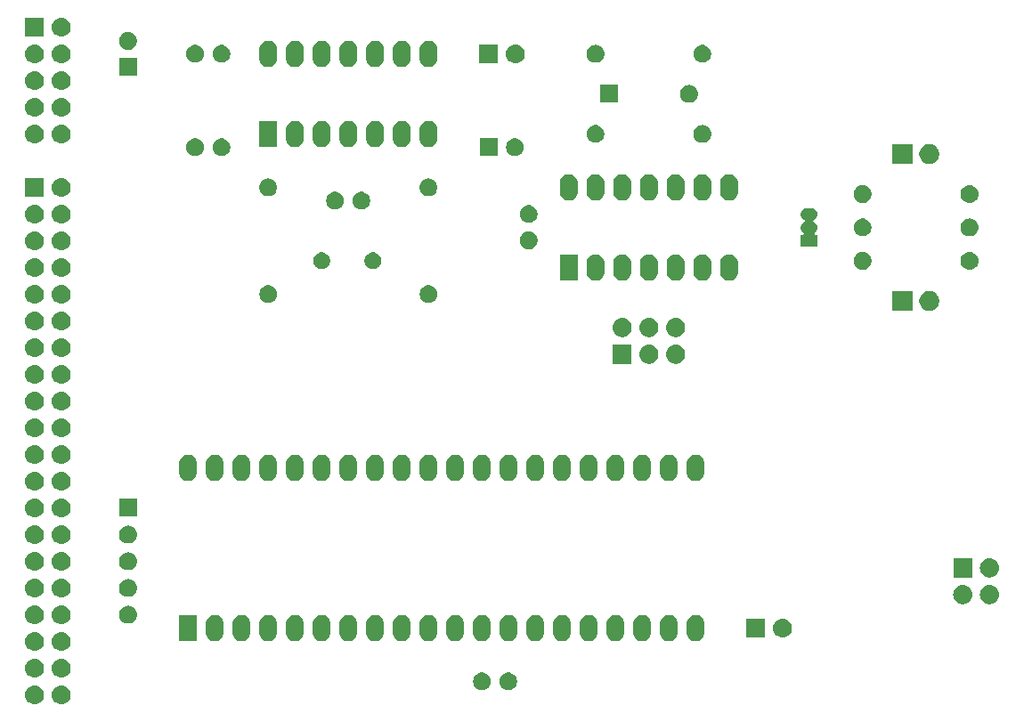
<source format=gbr>
G04 #@! TF.GenerationSoftware,KiCad,Pcbnew,(5.1.4)-1*
G04 #@! TF.CreationDate,2021-06-26T17:24:00+03:00*
G04 #@! TF.ProjectId,CPU,4350552e-6b69-4636-9164-5f7063625858,rev?*
G04 #@! TF.SameCoordinates,Original*
G04 #@! TF.FileFunction,Soldermask,Bot*
G04 #@! TF.FilePolarity,Negative*
%FSLAX46Y46*%
G04 Gerber Fmt 4.6, Leading zero omitted, Abs format (unit mm)*
G04 Created by KiCad (PCBNEW (5.1.4)-1) date 2021-06-26 17:24:00*
%MOMM*%
%LPD*%
G04 APERTURE LIST*
%ADD10C,0.100000*%
G04 APERTURE END LIST*
D10*
G36*
X104885443Y-128645519D02*
G01*
X104951627Y-128652037D01*
X105121466Y-128703557D01*
X105277991Y-128787222D01*
X105308768Y-128812480D01*
X105415186Y-128899814D01*
X105498448Y-129001271D01*
X105527778Y-129037009D01*
X105611443Y-129193534D01*
X105662963Y-129363373D01*
X105680359Y-129540000D01*
X105662963Y-129716627D01*
X105611443Y-129886466D01*
X105527778Y-130042991D01*
X105498448Y-130078729D01*
X105415186Y-130180186D01*
X105313729Y-130263448D01*
X105277991Y-130292778D01*
X105121466Y-130376443D01*
X104951627Y-130427963D01*
X104885443Y-130434481D01*
X104819260Y-130441000D01*
X104730740Y-130441000D01*
X104664557Y-130434481D01*
X104598373Y-130427963D01*
X104428534Y-130376443D01*
X104272009Y-130292778D01*
X104236271Y-130263448D01*
X104134814Y-130180186D01*
X104051552Y-130078729D01*
X104022222Y-130042991D01*
X103938557Y-129886466D01*
X103887037Y-129716627D01*
X103869641Y-129540000D01*
X103887037Y-129363373D01*
X103938557Y-129193534D01*
X104022222Y-129037009D01*
X104051552Y-129001271D01*
X104134814Y-128899814D01*
X104241232Y-128812480D01*
X104272009Y-128787222D01*
X104428534Y-128703557D01*
X104598373Y-128652037D01*
X104664557Y-128645519D01*
X104730740Y-128639000D01*
X104819260Y-128639000D01*
X104885443Y-128645519D01*
X104885443Y-128645519D01*
G37*
G36*
X102345443Y-128645519D02*
G01*
X102411627Y-128652037D01*
X102581466Y-128703557D01*
X102737991Y-128787222D01*
X102768768Y-128812480D01*
X102875186Y-128899814D01*
X102958448Y-129001271D01*
X102987778Y-129037009D01*
X103071443Y-129193534D01*
X103122963Y-129363373D01*
X103140359Y-129540000D01*
X103122963Y-129716627D01*
X103071443Y-129886466D01*
X102987778Y-130042991D01*
X102958448Y-130078729D01*
X102875186Y-130180186D01*
X102773729Y-130263448D01*
X102737991Y-130292778D01*
X102581466Y-130376443D01*
X102411627Y-130427963D01*
X102345443Y-130434481D01*
X102279260Y-130441000D01*
X102190740Y-130441000D01*
X102124557Y-130434481D01*
X102058373Y-130427963D01*
X101888534Y-130376443D01*
X101732009Y-130292778D01*
X101696271Y-130263448D01*
X101594814Y-130180186D01*
X101511552Y-130078729D01*
X101482222Y-130042991D01*
X101398557Y-129886466D01*
X101347037Y-129716627D01*
X101329641Y-129540000D01*
X101347037Y-129363373D01*
X101398557Y-129193534D01*
X101482222Y-129037009D01*
X101511552Y-129001271D01*
X101594814Y-128899814D01*
X101701232Y-128812480D01*
X101732009Y-128787222D01*
X101888534Y-128703557D01*
X102058373Y-128652037D01*
X102124557Y-128645519D01*
X102190740Y-128639000D01*
X102279260Y-128639000D01*
X102345443Y-128645519D01*
X102345443Y-128645519D01*
G37*
G36*
X145028228Y-127451703D02*
G01*
X145183100Y-127515853D01*
X145322481Y-127608985D01*
X145441015Y-127727519D01*
X145534147Y-127866900D01*
X145598297Y-128021772D01*
X145631000Y-128186184D01*
X145631000Y-128353816D01*
X145598297Y-128518228D01*
X145534147Y-128673100D01*
X145441015Y-128812481D01*
X145322481Y-128931015D01*
X145183100Y-129024147D01*
X145028228Y-129088297D01*
X144863816Y-129121000D01*
X144696184Y-129121000D01*
X144531772Y-129088297D01*
X144376900Y-129024147D01*
X144237519Y-128931015D01*
X144118985Y-128812481D01*
X144025853Y-128673100D01*
X143961703Y-128518228D01*
X143929000Y-128353816D01*
X143929000Y-128186184D01*
X143961703Y-128021772D01*
X144025853Y-127866900D01*
X144118985Y-127727519D01*
X144237519Y-127608985D01*
X144376900Y-127515853D01*
X144531772Y-127451703D01*
X144696184Y-127419000D01*
X144863816Y-127419000D01*
X145028228Y-127451703D01*
X145028228Y-127451703D01*
G37*
G36*
X147528228Y-127451703D02*
G01*
X147683100Y-127515853D01*
X147822481Y-127608985D01*
X147941015Y-127727519D01*
X148034147Y-127866900D01*
X148098297Y-128021772D01*
X148131000Y-128186184D01*
X148131000Y-128353816D01*
X148098297Y-128518228D01*
X148034147Y-128673100D01*
X147941015Y-128812481D01*
X147822481Y-128931015D01*
X147683100Y-129024147D01*
X147528228Y-129088297D01*
X147363816Y-129121000D01*
X147196184Y-129121000D01*
X147031772Y-129088297D01*
X146876900Y-129024147D01*
X146737519Y-128931015D01*
X146618985Y-128812481D01*
X146525853Y-128673100D01*
X146461703Y-128518228D01*
X146429000Y-128353816D01*
X146429000Y-128186184D01*
X146461703Y-128021772D01*
X146525853Y-127866900D01*
X146618985Y-127727519D01*
X146737519Y-127608985D01*
X146876900Y-127515853D01*
X147031772Y-127451703D01*
X147196184Y-127419000D01*
X147363816Y-127419000D01*
X147528228Y-127451703D01*
X147528228Y-127451703D01*
G37*
G36*
X104885443Y-126105519D02*
G01*
X104951627Y-126112037D01*
X105121466Y-126163557D01*
X105277991Y-126247222D01*
X105313729Y-126276552D01*
X105415186Y-126359814D01*
X105498448Y-126461271D01*
X105527778Y-126497009D01*
X105611443Y-126653534D01*
X105662963Y-126823373D01*
X105680359Y-127000000D01*
X105662963Y-127176627D01*
X105611443Y-127346466D01*
X105527778Y-127502991D01*
X105517223Y-127515852D01*
X105415186Y-127640186D01*
X105313729Y-127723448D01*
X105277991Y-127752778D01*
X105121466Y-127836443D01*
X104951627Y-127887963D01*
X104885442Y-127894482D01*
X104819260Y-127901000D01*
X104730740Y-127901000D01*
X104664558Y-127894482D01*
X104598373Y-127887963D01*
X104428534Y-127836443D01*
X104272009Y-127752778D01*
X104236271Y-127723448D01*
X104134814Y-127640186D01*
X104032777Y-127515852D01*
X104022222Y-127502991D01*
X103938557Y-127346466D01*
X103887037Y-127176627D01*
X103869641Y-127000000D01*
X103887037Y-126823373D01*
X103938557Y-126653534D01*
X104022222Y-126497009D01*
X104051552Y-126461271D01*
X104134814Y-126359814D01*
X104236271Y-126276552D01*
X104272009Y-126247222D01*
X104428534Y-126163557D01*
X104598373Y-126112037D01*
X104664557Y-126105519D01*
X104730740Y-126099000D01*
X104819260Y-126099000D01*
X104885443Y-126105519D01*
X104885443Y-126105519D01*
G37*
G36*
X102345443Y-126105519D02*
G01*
X102411627Y-126112037D01*
X102581466Y-126163557D01*
X102737991Y-126247222D01*
X102773729Y-126276552D01*
X102875186Y-126359814D01*
X102958448Y-126461271D01*
X102987778Y-126497009D01*
X103071443Y-126653534D01*
X103122963Y-126823373D01*
X103140359Y-127000000D01*
X103122963Y-127176627D01*
X103071443Y-127346466D01*
X102987778Y-127502991D01*
X102977223Y-127515852D01*
X102875186Y-127640186D01*
X102773729Y-127723448D01*
X102737991Y-127752778D01*
X102581466Y-127836443D01*
X102411627Y-127887963D01*
X102345442Y-127894482D01*
X102279260Y-127901000D01*
X102190740Y-127901000D01*
X102124558Y-127894482D01*
X102058373Y-127887963D01*
X101888534Y-127836443D01*
X101732009Y-127752778D01*
X101696271Y-127723448D01*
X101594814Y-127640186D01*
X101492777Y-127515852D01*
X101482222Y-127502991D01*
X101398557Y-127346466D01*
X101347037Y-127176627D01*
X101329641Y-127000000D01*
X101347037Y-126823373D01*
X101398557Y-126653534D01*
X101482222Y-126497009D01*
X101511552Y-126461271D01*
X101594814Y-126359814D01*
X101696271Y-126276552D01*
X101732009Y-126247222D01*
X101888534Y-126163557D01*
X102058373Y-126112037D01*
X102124557Y-126105519D01*
X102190740Y-126099000D01*
X102279260Y-126099000D01*
X102345443Y-126105519D01*
X102345443Y-126105519D01*
G37*
G36*
X102345442Y-123565518D02*
G01*
X102411627Y-123572037D01*
X102581466Y-123623557D01*
X102581468Y-123623558D01*
X102596893Y-123631803D01*
X102737991Y-123707222D01*
X102773729Y-123736552D01*
X102875186Y-123819814D01*
X102955139Y-123917239D01*
X102987778Y-123957009D01*
X103071443Y-124113534D01*
X103122963Y-124283373D01*
X103140359Y-124460000D01*
X103122963Y-124636627D01*
X103071443Y-124806466D01*
X102987778Y-124962991D01*
X102958448Y-124998729D01*
X102875186Y-125100186D01*
X102773729Y-125183448D01*
X102737991Y-125212778D01*
X102581466Y-125296443D01*
X102411627Y-125347963D01*
X102345442Y-125354482D01*
X102279260Y-125361000D01*
X102190740Y-125361000D01*
X102124558Y-125354482D01*
X102058373Y-125347963D01*
X101888534Y-125296443D01*
X101732009Y-125212778D01*
X101696271Y-125183448D01*
X101594814Y-125100186D01*
X101511552Y-124998729D01*
X101482222Y-124962991D01*
X101398557Y-124806466D01*
X101347037Y-124636627D01*
X101329641Y-124460000D01*
X101347037Y-124283373D01*
X101398557Y-124113534D01*
X101482222Y-123957009D01*
X101514861Y-123917239D01*
X101594814Y-123819814D01*
X101696271Y-123736552D01*
X101732009Y-123707222D01*
X101873107Y-123631803D01*
X101888532Y-123623558D01*
X101888534Y-123623557D01*
X102058373Y-123572037D01*
X102124558Y-123565518D01*
X102190740Y-123559000D01*
X102279260Y-123559000D01*
X102345442Y-123565518D01*
X102345442Y-123565518D01*
G37*
G36*
X104885442Y-123565518D02*
G01*
X104951627Y-123572037D01*
X105121466Y-123623557D01*
X105121468Y-123623558D01*
X105136893Y-123631803D01*
X105277991Y-123707222D01*
X105313729Y-123736552D01*
X105415186Y-123819814D01*
X105495139Y-123917239D01*
X105527778Y-123957009D01*
X105611443Y-124113534D01*
X105662963Y-124283373D01*
X105680359Y-124460000D01*
X105662963Y-124636627D01*
X105611443Y-124806466D01*
X105527778Y-124962991D01*
X105498448Y-124998729D01*
X105415186Y-125100186D01*
X105313729Y-125183448D01*
X105277991Y-125212778D01*
X105121466Y-125296443D01*
X104951627Y-125347963D01*
X104885442Y-125354482D01*
X104819260Y-125361000D01*
X104730740Y-125361000D01*
X104664558Y-125354482D01*
X104598373Y-125347963D01*
X104428534Y-125296443D01*
X104272009Y-125212778D01*
X104236271Y-125183448D01*
X104134814Y-125100186D01*
X104051552Y-124998729D01*
X104022222Y-124962991D01*
X103938557Y-124806466D01*
X103887037Y-124636627D01*
X103869641Y-124460000D01*
X103887037Y-124283373D01*
X103938557Y-124113534D01*
X104022222Y-123957009D01*
X104054861Y-123917239D01*
X104134814Y-123819814D01*
X104236271Y-123736552D01*
X104272009Y-123707222D01*
X104413107Y-123631803D01*
X104428532Y-123623558D01*
X104428534Y-123623557D01*
X104598373Y-123572037D01*
X104664558Y-123565518D01*
X104730740Y-123559000D01*
X104819260Y-123559000D01*
X104885442Y-123565518D01*
X104885442Y-123565518D01*
G37*
G36*
X162726822Y-121951313D02*
G01*
X162887241Y-121999976D01*
X163035077Y-122078995D01*
X163164659Y-122185341D01*
X163271004Y-122314922D01*
X163271005Y-122314924D01*
X163350024Y-122462758D01*
X163398687Y-122623177D01*
X163411000Y-122748196D01*
X163411000Y-123631803D01*
X163398687Y-123756822D01*
X163350024Y-123917242D01*
X163336374Y-123942779D01*
X163271004Y-124065078D01*
X163164659Y-124194659D01*
X163035078Y-124301004D01*
X163035076Y-124301005D01*
X162887242Y-124380024D01*
X162726823Y-124428687D01*
X162560000Y-124445117D01*
X162393178Y-124428687D01*
X162232759Y-124380024D01*
X162084925Y-124301005D01*
X162084923Y-124301004D01*
X161955342Y-124194659D01*
X161848997Y-124065078D01*
X161783627Y-123942779D01*
X161769977Y-123917242D01*
X161721314Y-123756823D01*
X161709000Y-123631803D01*
X161709000Y-122748197D01*
X161721313Y-122623178D01*
X161769976Y-122462759D01*
X161848995Y-122314923D01*
X161955341Y-122185341D01*
X162063439Y-122096627D01*
X162084922Y-122078996D01*
X162100094Y-122070886D01*
X162232758Y-121999976D01*
X162393177Y-121951313D01*
X162560000Y-121934883D01*
X162726822Y-121951313D01*
X162726822Y-121951313D01*
G37*
G36*
X165266822Y-121951313D02*
G01*
X165427241Y-121999976D01*
X165575077Y-122078995D01*
X165704659Y-122185341D01*
X165811004Y-122314922D01*
X165811005Y-122314924D01*
X165890024Y-122462758D01*
X165938687Y-122623177D01*
X165951000Y-122748196D01*
X165951000Y-123631803D01*
X165938687Y-123756822D01*
X165890024Y-123917242D01*
X165876374Y-123942779D01*
X165811004Y-124065078D01*
X165704659Y-124194659D01*
X165575078Y-124301004D01*
X165575076Y-124301005D01*
X165427242Y-124380024D01*
X165266823Y-124428687D01*
X165100000Y-124445117D01*
X164933178Y-124428687D01*
X164772759Y-124380024D01*
X164624925Y-124301005D01*
X164624923Y-124301004D01*
X164495342Y-124194659D01*
X164388997Y-124065078D01*
X164323627Y-123942779D01*
X164309977Y-123917242D01*
X164261314Y-123756823D01*
X164249000Y-123631803D01*
X164249000Y-122748197D01*
X164261313Y-122623178D01*
X164309976Y-122462759D01*
X164388995Y-122314923D01*
X164495341Y-122185341D01*
X164603439Y-122096627D01*
X164624922Y-122078996D01*
X164640094Y-122070886D01*
X164772758Y-121999976D01*
X164933177Y-121951313D01*
X165100000Y-121934883D01*
X165266822Y-121951313D01*
X165266822Y-121951313D01*
G37*
G36*
X147486822Y-121951313D02*
G01*
X147647241Y-121999976D01*
X147795077Y-122078995D01*
X147924659Y-122185341D01*
X148031004Y-122314922D01*
X148031005Y-122314924D01*
X148110024Y-122462758D01*
X148158687Y-122623177D01*
X148171000Y-122748196D01*
X148171000Y-123631803D01*
X148158687Y-123756822D01*
X148110024Y-123917242D01*
X148096374Y-123942779D01*
X148031004Y-124065078D01*
X147924659Y-124194659D01*
X147795078Y-124301004D01*
X147795076Y-124301005D01*
X147647242Y-124380024D01*
X147486823Y-124428687D01*
X147320000Y-124445117D01*
X147153178Y-124428687D01*
X146992759Y-124380024D01*
X146844925Y-124301005D01*
X146844923Y-124301004D01*
X146715342Y-124194659D01*
X146608997Y-124065078D01*
X146543627Y-123942779D01*
X146529977Y-123917242D01*
X146481314Y-123756823D01*
X146469000Y-123631803D01*
X146469000Y-122748197D01*
X146481313Y-122623178D01*
X146529976Y-122462759D01*
X146608995Y-122314923D01*
X146715341Y-122185341D01*
X146823439Y-122096627D01*
X146844922Y-122078996D01*
X146860094Y-122070886D01*
X146992758Y-121999976D01*
X147153177Y-121951313D01*
X147320000Y-121934883D01*
X147486822Y-121951313D01*
X147486822Y-121951313D01*
G37*
G36*
X144946822Y-121951313D02*
G01*
X145107241Y-121999976D01*
X145255077Y-122078995D01*
X145384659Y-122185341D01*
X145491004Y-122314922D01*
X145491005Y-122314924D01*
X145570024Y-122462758D01*
X145618687Y-122623177D01*
X145631000Y-122748196D01*
X145631000Y-123631803D01*
X145618687Y-123756822D01*
X145570024Y-123917242D01*
X145556374Y-123942779D01*
X145491004Y-124065078D01*
X145384659Y-124194659D01*
X145255078Y-124301004D01*
X145255076Y-124301005D01*
X145107242Y-124380024D01*
X144946823Y-124428687D01*
X144780000Y-124445117D01*
X144613178Y-124428687D01*
X144452759Y-124380024D01*
X144304925Y-124301005D01*
X144304923Y-124301004D01*
X144175342Y-124194659D01*
X144068997Y-124065078D01*
X144003627Y-123942779D01*
X143989977Y-123917242D01*
X143941314Y-123756823D01*
X143929000Y-123631803D01*
X143929000Y-122748197D01*
X143941313Y-122623178D01*
X143989976Y-122462759D01*
X144068995Y-122314923D01*
X144175341Y-122185341D01*
X144283439Y-122096627D01*
X144304922Y-122078996D01*
X144320094Y-122070886D01*
X144452758Y-121999976D01*
X144613177Y-121951313D01*
X144780000Y-121934883D01*
X144946822Y-121951313D01*
X144946822Y-121951313D01*
G37*
G36*
X142406822Y-121951313D02*
G01*
X142567241Y-121999976D01*
X142715077Y-122078995D01*
X142844659Y-122185341D01*
X142951004Y-122314922D01*
X142951005Y-122314924D01*
X143030024Y-122462758D01*
X143078687Y-122623177D01*
X143091000Y-122748196D01*
X143091000Y-123631803D01*
X143078687Y-123756822D01*
X143030024Y-123917242D01*
X143016374Y-123942779D01*
X142951004Y-124065078D01*
X142844659Y-124194659D01*
X142715078Y-124301004D01*
X142715076Y-124301005D01*
X142567242Y-124380024D01*
X142406823Y-124428687D01*
X142240000Y-124445117D01*
X142073178Y-124428687D01*
X141912759Y-124380024D01*
X141764925Y-124301005D01*
X141764923Y-124301004D01*
X141635342Y-124194659D01*
X141528997Y-124065078D01*
X141463627Y-123942779D01*
X141449977Y-123917242D01*
X141401314Y-123756823D01*
X141389000Y-123631803D01*
X141389000Y-122748197D01*
X141401313Y-122623178D01*
X141449976Y-122462759D01*
X141528995Y-122314923D01*
X141635341Y-122185341D01*
X141743439Y-122096627D01*
X141764922Y-122078996D01*
X141780094Y-122070886D01*
X141912758Y-121999976D01*
X142073177Y-121951313D01*
X142240000Y-121934883D01*
X142406822Y-121951313D01*
X142406822Y-121951313D01*
G37*
G36*
X139866822Y-121951313D02*
G01*
X140027241Y-121999976D01*
X140175077Y-122078995D01*
X140304659Y-122185341D01*
X140411004Y-122314922D01*
X140411005Y-122314924D01*
X140490024Y-122462758D01*
X140538687Y-122623177D01*
X140551000Y-122748196D01*
X140551000Y-123631803D01*
X140538687Y-123756822D01*
X140490024Y-123917242D01*
X140476374Y-123942779D01*
X140411004Y-124065078D01*
X140304659Y-124194659D01*
X140175078Y-124301004D01*
X140175076Y-124301005D01*
X140027242Y-124380024D01*
X139866823Y-124428687D01*
X139700000Y-124445117D01*
X139533178Y-124428687D01*
X139372759Y-124380024D01*
X139224925Y-124301005D01*
X139224923Y-124301004D01*
X139095342Y-124194659D01*
X138988997Y-124065078D01*
X138923627Y-123942779D01*
X138909977Y-123917242D01*
X138861314Y-123756823D01*
X138849000Y-123631803D01*
X138849000Y-122748197D01*
X138861313Y-122623178D01*
X138909976Y-122462759D01*
X138988995Y-122314923D01*
X139095341Y-122185341D01*
X139203439Y-122096627D01*
X139224922Y-122078996D01*
X139240094Y-122070886D01*
X139372758Y-121999976D01*
X139533177Y-121951313D01*
X139700000Y-121934883D01*
X139866822Y-121951313D01*
X139866822Y-121951313D01*
G37*
G36*
X137326822Y-121951313D02*
G01*
X137487241Y-121999976D01*
X137635077Y-122078995D01*
X137764659Y-122185341D01*
X137871004Y-122314922D01*
X137871005Y-122314924D01*
X137950024Y-122462758D01*
X137998687Y-122623177D01*
X138011000Y-122748196D01*
X138011000Y-123631803D01*
X137998687Y-123756822D01*
X137950024Y-123917242D01*
X137936374Y-123942779D01*
X137871004Y-124065078D01*
X137764659Y-124194659D01*
X137635078Y-124301004D01*
X137635076Y-124301005D01*
X137487242Y-124380024D01*
X137326823Y-124428687D01*
X137160000Y-124445117D01*
X136993178Y-124428687D01*
X136832759Y-124380024D01*
X136684925Y-124301005D01*
X136684923Y-124301004D01*
X136555342Y-124194659D01*
X136448997Y-124065078D01*
X136383627Y-123942779D01*
X136369977Y-123917242D01*
X136321314Y-123756823D01*
X136309000Y-123631803D01*
X136309000Y-122748197D01*
X136321313Y-122623178D01*
X136369976Y-122462759D01*
X136448995Y-122314923D01*
X136555341Y-122185341D01*
X136663439Y-122096627D01*
X136684922Y-122078996D01*
X136700094Y-122070886D01*
X136832758Y-121999976D01*
X136993177Y-121951313D01*
X137160000Y-121934883D01*
X137326822Y-121951313D01*
X137326822Y-121951313D01*
G37*
G36*
X134786822Y-121951313D02*
G01*
X134947241Y-121999976D01*
X135095077Y-122078995D01*
X135224659Y-122185341D01*
X135331004Y-122314922D01*
X135331005Y-122314924D01*
X135410024Y-122462758D01*
X135458687Y-122623177D01*
X135471000Y-122748196D01*
X135471000Y-123631803D01*
X135458687Y-123756822D01*
X135410024Y-123917242D01*
X135396374Y-123942779D01*
X135331004Y-124065078D01*
X135224659Y-124194659D01*
X135095078Y-124301004D01*
X135095076Y-124301005D01*
X134947242Y-124380024D01*
X134786823Y-124428687D01*
X134620000Y-124445117D01*
X134453178Y-124428687D01*
X134292759Y-124380024D01*
X134144925Y-124301005D01*
X134144923Y-124301004D01*
X134015342Y-124194659D01*
X133908997Y-124065078D01*
X133843627Y-123942779D01*
X133829977Y-123917242D01*
X133781314Y-123756823D01*
X133769000Y-123631803D01*
X133769000Y-122748197D01*
X133781313Y-122623178D01*
X133829976Y-122462759D01*
X133908995Y-122314923D01*
X134015341Y-122185341D01*
X134123439Y-122096627D01*
X134144922Y-122078996D01*
X134160094Y-122070886D01*
X134292758Y-121999976D01*
X134453177Y-121951313D01*
X134620000Y-121934883D01*
X134786822Y-121951313D01*
X134786822Y-121951313D01*
G37*
G36*
X132246822Y-121951313D02*
G01*
X132407241Y-121999976D01*
X132555077Y-122078995D01*
X132684659Y-122185341D01*
X132791004Y-122314922D01*
X132791005Y-122314924D01*
X132870024Y-122462758D01*
X132918687Y-122623177D01*
X132931000Y-122748196D01*
X132931000Y-123631803D01*
X132918687Y-123756822D01*
X132870024Y-123917242D01*
X132856374Y-123942779D01*
X132791004Y-124065078D01*
X132684659Y-124194659D01*
X132555078Y-124301004D01*
X132555076Y-124301005D01*
X132407242Y-124380024D01*
X132246823Y-124428687D01*
X132080000Y-124445117D01*
X131913178Y-124428687D01*
X131752759Y-124380024D01*
X131604925Y-124301005D01*
X131604923Y-124301004D01*
X131475342Y-124194659D01*
X131368997Y-124065078D01*
X131303627Y-123942779D01*
X131289977Y-123917242D01*
X131241314Y-123756823D01*
X131229000Y-123631803D01*
X131229000Y-122748197D01*
X131241313Y-122623178D01*
X131289976Y-122462759D01*
X131368995Y-122314923D01*
X131475341Y-122185341D01*
X131583439Y-122096627D01*
X131604922Y-122078996D01*
X131620094Y-122070886D01*
X131752758Y-121999976D01*
X131913177Y-121951313D01*
X132080000Y-121934883D01*
X132246822Y-121951313D01*
X132246822Y-121951313D01*
G37*
G36*
X127166822Y-121951313D02*
G01*
X127327241Y-121999976D01*
X127475077Y-122078995D01*
X127604659Y-122185341D01*
X127711004Y-122314922D01*
X127711005Y-122314924D01*
X127790024Y-122462758D01*
X127838687Y-122623177D01*
X127851000Y-122748196D01*
X127851000Y-123631803D01*
X127838687Y-123756822D01*
X127790024Y-123917242D01*
X127776374Y-123942779D01*
X127711004Y-124065078D01*
X127604659Y-124194659D01*
X127475078Y-124301004D01*
X127475076Y-124301005D01*
X127327242Y-124380024D01*
X127166823Y-124428687D01*
X127000000Y-124445117D01*
X126833178Y-124428687D01*
X126672759Y-124380024D01*
X126524925Y-124301005D01*
X126524923Y-124301004D01*
X126395342Y-124194659D01*
X126288997Y-124065078D01*
X126223627Y-123942779D01*
X126209977Y-123917242D01*
X126161314Y-123756823D01*
X126149000Y-123631803D01*
X126149000Y-122748197D01*
X126161313Y-122623178D01*
X126209976Y-122462759D01*
X126288995Y-122314923D01*
X126395341Y-122185341D01*
X126503439Y-122096627D01*
X126524922Y-122078996D01*
X126540094Y-122070886D01*
X126672758Y-121999976D01*
X126833177Y-121951313D01*
X127000000Y-121934883D01*
X127166822Y-121951313D01*
X127166822Y-121951313D01*
G37*
G36*
X124626822Y-121951313D02*
G01*
X124787241Y-121999976D01*
X124935077Y-122078995D01*
X125064659Y-122185341D01*
X125171004Y-122314922D01*
X125171005Y-122314924D01*
X125250024Y-122462758D01*
X125298687Y-122623177D01*
X125311000Y-122748196D01*
X125311000Y-123631803D01*
X125298687Y-123756822D01*
X125250024Y-123917242D01*
X125236374Y-123942779D01*
X125171004Y-124065078D01*
X125064659Y-124194659D01*
X124935078Y-124301004D01*
X124935076Y-124301005D01*
X124787242Y-124380024D01*
X124626823Y-124428687D01*
X124460000Y-124445117D01*
X124293178Y-124428687D01*
X124132759Y-124380024D01*
X123984925Y-124301005D01*
X123984923Y-124301004D01*
X123855342Y-124194659D01*
X123748997Y-124065078D01*
X123683627Y-123942779D01*
X123669977Y-123917242D01*
X123621314Y-123756823D01*
X123609000Y-123631803D01*
X123609000Y-122748197D01*
X123621313Y-122623178D01*
X123669976Y-122462759D01*
X123748995Y-122314923D01*
X123855341Y-122185341D01*
X123963439Y-122096627D01*
X123984922Y-122078996D01*
X124000094Y-122070886D01*
X124132758Y-121999976D01*
X124293177Y-121951313D01*
X124460000Y-121934883D01*
X124626822Y-121951313D01*
X124626822Y-121951313D01*
G37*
G36*
X157646822Y-121951313D02*
G01*
X157807241Y-121999976D01*
X157955077Y-122078995D01*
X158084659Y-122185341D01*
X158191004Y-122314922D01*
X158191005Y-122314924D01*
X158270024Y-122462758D01*
X158318687Y-122623177D01*
X158331000Y-122748196D01*
X158331000Y-123631803D01*
X158318687Y-123756822D01*
X158270024Y-123917242D01*
X158256374Y-123942779D01*
X158191004Y-124065078D01*
X158084659Y-124194659D01*
X157955078Y-124301004D01*
X157955076Y-124301005D01*
X157807242Y-124380024D01*
X157646823Y-124428687D01*
X157480000Y-124445117D01*
X157313178Y-124428687D01*
X157152759Y-124380024D01*
X157004925Y-124301005D01*
X157004923Y-124301004D01*
X156875342Y-124194659D01*
X156768997Y-124065078D01*
X156703627Y-123942779D01*
X156689977Y-123917242D01*
X156641314Y-123756823D01*
X156629000Y-123631803D01*
X156629000Y-122748197D01*
X156641313Y-122623178D01*
X156689976Y-122462759D01*
X156768995Y-122314923D01*
X156875341Y-122185341D01*
X156983439Y-122096627D01*
X157004922Y-122078996D01*
X157020094Y-122070886D01*
X157152758Y-121999976D01*
X157313177Y-121951313D01*
X157480000Y-121934883D01*
X157646822Y-121951313D01*
X157646822Y-121951313D01*
G37*
G36*
X119546822Y-121951313D02*
G01*
X119707241Y-121999976D01*
X119855077Y-122078995D01*
X119984659Y-122185341D01*
X120091004Y-122314922D01*
X120091005Y-122314924D01*
X120170024Y-122462758D01*
X120218687Y-122623177D01*
X120231000Y-122748196D01*
X120231000Y-123631803D01*
X120218687Y-123756822D01*
X120170024Y-123917242D01*
X120156374Y-123942779D01*
X120091004Y-124065078D01*
X119984659Y-124194659D01*
X119855078Y-124301004D01*
X119855076Y-124301005D01*
X119707242Y-124380024D01*
X119546823Y-124428687D01*
X119380000Y-124445117D01*
X119213178Y-124428687D01*
X119052759Y-124380024D01*
X118904925Y-124301005D01*
X118904923Y-124301004D01*
X118775342Y-124194659D01*
X118668997Y-124065078D01*
X118603627Y-123942779D01*
X118589977Y-123917242D01*
X118541314Y-123756823D01*
X118529000Y-123631803D01*
X118529000Y-122748197D01*
X118541313Y-122623178D01*
X118589976Y-122462759D01*
X118668995Y-122314923D01*
X118775341Y-122185341D01*
X118883439Y-122096627D01*
X118904922Y-122078996D01*
X118920094Y-122070886D01*
X119052758Y-121999976D01*
X119213177Y-121951313D01*
X119380000Y-121934883D01*
X119546822Y-121951313D01*
X119546822Y-121951313D01*
G37*
G36*
X150026822Y-121951313D02*
G01*
X150187241Y-121999976D01*
X150335077Y-122078995D01*
X150464659Y-122185341D01*
X150571004Y-122314922D01*
X150571005Y-122314924D01*
X150650024Y-122462758D01*
X150698687Y-122623177D01*
X150711000Y-122748196D01*
X150711000Y-123631803D01*
X150698687Y-123756822D01*
X150650024Y-123917242D01*
X150636374Y-123942779D01*
X150571004Y-124065078D01*
X150464659Y-124194659D01*
X150335078Y-124301004D01*
X150335076Y-124301005D01*
X150187242Y-124380024D01*
X150026823Y-124428687D01*
X149860000Y-124445117D01*
X149693178Y-124428687D01*
X149532759Y-124380024D01*
X149384925Y-124301005D01*
X149384923Y-124301004D01*
X149255342Y-124194659D01*
X149148997Y-124065078D01*
X149083627Y-123942779D01*
X149069977Y-123917242D01*
X149021314Y-123756823D01*
X149009000Y-123631803D01*
X149009000Y-122748197D01*
X149021313Y-122623178D01*
X149069976Y-122462759D01*
X149148995Y-122314923D01*
X149255341Y-122185341D01*
X149363439Y-122096627D01*
X149384922Y-122078996D01*
X149400094Y-122070886D01*
X149532758Y-121999976D01*
X149693177Y-121951313D01*
X149860000Y-121934883D01*
X150026822Y-121951313D01*
X150026822Y-121951313D01*
G37*
G36*
X152566822Y-121951313D02*
G01*
X152727241Y-121999976D01*
X152875077Y-122078995D01*
X153004659Y-122185341D01*
X153111004Y-122314922D01*
X153111005Y-122314924D01*
X153190024Y-122462758D01*
X153238687Y-122623177D01*
X153251000Y-122748196D01*
X153251000Y-123631803D01*
X153238687Y-123756822D01*
X153190024Y-123917242D01*
X153176374Y-123942779D01*
X153111004Y-124065078D01*
X153004659Y-124194659D01*
X152875078Y-124301004D01*
X152875076Y-124301005D01*
X152727242Y-124380024D01*
X152566823Y-124428687D01*
X152400000Y-124445117D01*
X152233178Y-124428687D01*
X152072759Y-124380024D01*
X151924925Y-124301005D01*
X151924923Y-124301004D01*
X151795342Y-124194659D01*
X151688997Y-124065078D01*
X151623627Y-123942779D01*
X151609977Y-123917242D01*
X151561314Y-123756823D01*
X151549000Y-123631803D01*
X151549000Y-122748197D01*
X151561313Y-122623178D01*
X151609976Y-122462759D01*
X151688995Y-122314923D01*
X151795341Y-122185341D01*
X151903439Y-122096627D01*
X151924922Y-122078996D01*
X151940094Y-122070886D01*
X152072758Y-121999976D01*
X152233177Y-121951313D01*
X152400000Y-121934883D01*
X152566822Y-121951313D01*
X152566822Y-121951313D01*
G37*
G36*
X155106822Y-121951313D02*
G01*
X155267241Y-121999976D01*
X155415077Y-122078995D01*
X155544659Y-122185341D01*
X155651004Y-122314922D01*
X155651005Y-122314924D01*
X155730024Y-122462758D01*
X155778687Y-122623177D01*
X155791000Y-122748196D01*
X155791000Y-123631803D01*
X155778687Y-123756822D01*
X155730024Y-123917242D01*
X155716374Y-123942779D01*
X155651004Y-124065078D01*
X155544659Y-124194659D01*
X155415078Y-124301004D01*
X155415076Y-124301005D01*
X155267242Y-124380024D01*
X155106823Y-124428687D01*
X154940000Y-124445117D01*
X154773178Y-124428687D01*
X154612759Y-124380024D01*
X154464925Y-124301005D01*
X154464923Y-124301004D01*
X154335342Y-124194659D01*
X154228997Y-124065078D01*
X154163627Y-123942779D01*
X154149977Y-123917242D01*
X154101314Y-123756823D01*
X154089000Y-123631803D01*
X154089000Y-122748197D01*
X154101313Y-122623178D01*
X154149976Y-122462759D01*
X154228995Y-122314923D01*
X154335341Y-122185341D01*
X154443439Y-122096627D01*
X154464922Y-122078996D01*
X154480094Y-122070886D01*
X154612758Y-121999976D01*
X154773177Y-121951313D01*
X154940000Y-121934883D01*
X155106822Y-121951313D01*
X155106822Y-121951313D01*
G37*
G36*
X160186822Y-121951313D02*
G01*
X160347241Y-121999976D01*
X160495077Y-122078995D01*
X160624659Y-122185341D01*
X160731004Y-122314922D01*
X160731005Y-122314924D01*
X160810024Y-122462758D01*
X160858687Y-122623177D01*
X160871000Y-122748196D01*
X160871000Y-123631803D01*
X160858687Y-123756822D01*
X160810024Y-123917242D01*
X160796374Y-123942779D01*
X160731004Y-124065078D01*
X160624659Y-124194659D01*
X160495078Y-124301004D01*
X160495076Y-124301005D01*
X160347242Y-124380024D01*
X160186823Y-124428687D01*
X160020000Y-124445117D01*
X159853178Y-124428687D01*
X159692759Y-124380024D01*
X159544925Y-124301005D01*
X159544923Y-124301004D01*
X159415342Y-124194659D01*
X159308997Y-124065078D01*
X159243627Y-123942779D01*
X159229977Y-123917242D01*
X159181314Y-123756823D01*
X159169000Y-123631803D01*
X159169000Y-122748197D01*
X159181313Y-122623178D01*
X159229976Y-122462759D01*
X159308995Y-122314923D01*
X159415341Y-122185341D01*
X159523439Y-122096627D01*
X159544922Y-122078996D01*
X159560094Y-122070886D01*
X159692758Y-121999976D01*
X159853177Y-121951313D01*
X160020000Y-121934883D01*
X160186822Y-121951313D01*
X160186822Y-121951313D01*
G37*
G36*
X122086822Y-121951313D02*
G01*
X122247241Y-121999976D01*
X122395077Y-122078995D01*
X122524659Y-122185341D01*
X122631004Y-122314922D01*
X122631005Y-122314924D01*
X122710024Y-122462758D01*
X122758687Y-122623177D01*
X122771000Y-122748196D01*
X122771000Y-123631803D01*
X122758687Y-123756822D01*
X122710024Y-123917242D01*
X122696374Y-123942779D01*
X122631004Y-124065078D01*
X122524659Y-124194659D01*
X122395078Y-124301004D01*
X122395076Y-124301005D01*
X122247242Y-124380024D01*
X122086823Y-124428687D01*
X121920000Y-124445117D01*
X121753178Y-124428687D01*
X121592759Y-124380024D01*
X121444925Y-124301005D01*
X121444923Y-124301004D01*
X121315342Y-124194659D01*
X121208997Y-124065078D01*
X121143627Y-123942779D01*
X121129977Y-123917242D01*
X121081314Y-123756823D01*
X121069000Y-123631803D01*
X121069000Y-122748197D01*
X121081313Y-122623178D01*
X121129976Y-122462759D01*
X121208995Y-122314923D01*
X121315341Y-122185341D01*
X121423439Y-122096627D01*
X121444922Y-122078996D01*
X121460094Y-122070886D01*
X121592758Y-121999976D01*
X121753177Y-121951313D01*
X121920000Y-121934883D01*
X122086822Y-121951313D01*
X122086822Y-121951313D01*
G37*
G36*
X129706822Y-121951313D02*
G01*
X129867241Y-121999976D01*
X130015077Y-122078995D01*
X130144659Y-122185341D01*
X130251004Y-122314922D01*
X130251005Y-122314924D01*
X130330024Y-122462758D01*
X130378687Y-122623177D01*
X130391000Y-122748196D01*
X130391000Y-123631803D01*
X130378687Y-123756822D01*
X130330024Y-123917242D01*
X130316374Y-123942779D01*
X130251004Y-124065078D01*
X130144659Y-124194659D01*
X130015078Y-124301004D01*
X130015076Y-124301005D01*
X129867242Y-124380024D01*
X129706823Y-124428687D01*
X129540000Y-124445117D01*
X129373178Y-124428687D01*
X129212759Y-124380024D01*
X129064925Y-124301005D01*
X129064923Y-124301004D01*
X128935342Y-124194659D01*
X128828997Y-124065078D01*
X128763627Y-123942779D01*
X128749977Y-123917242D01*
X128701314Y-123756823D01*
X128689000Y-123631803D01*
X128689000Y-122748197D01*
X128701313Y-122623178D01*
X128749976Y-122462759D01*
X128828995Y-122314923D01*
X128935341Y-122185341D01*
X129043439Y-122096627D01*
X129064922Y-122078996D01*
X129080094Y-122070886D01*
X129212758Y-121999976D01*
X129373177Y-121951313D01*
X129540000Y-121934883D01*
X129706822Y-121951313D01*
X129706822Y-121951313D01*
G37*
G36*
X117691000Y-124441000D02*
G01*
X115989000Y-124441000D01*
X115989000Y-121939000D01*
X117691000Y-121939000D01*
X117691000Y-124441000D01*
X117691000Y-124441000D01*
G37*
G36*
X171716000Y-124091000D02*
G01*
X169914000Y-124091000D01*
X169914000Y-122289000D01*
X171716000Y-122289000D01*
X171716000Y-124091000D01*
X171716000Y-124091000D01*
G37*
G36*
X173465443Y-122295519D02*
G01*
X173531627Y-122302037D01*
X173701466Y-122353557D01*
X173857991Y-122437222D01*
X173889106Y-122462758D01*
X173995186Y-122549814D01*
X174078448Y-122651271D01*
X174107778Y-122687009D01*
X174191443Y-122843534D01*
X174242963Y-123013373D01*
X174260359Y-123190000D01*
X174242963Y-123366627D01*
X174191443Y-123536466D01*
X174107778Y-123692991D01*
X174078448Y-123728729D01*
X173995186Y-123830186D01*
X173893729Y-123913448D01*
X173857991Y-123942778D01*
X173701466Y-124026443D01*
X173531627Y-124077963D01*
X173465442Y-124084482D01*
X173399260Y-124091000D01*
X173310740Y-124091000D01*
X173244558Y-124084482D01*
X173178373Y-124077963D01*
X173008534Y-124026443D01*
X172852009Y-123942778D01*
X172816271Y-123913448D01*
X172714814Y-123830186D01*
X172631552Y-123728729D01*
X172602222Y-123692991D01*
X172518557Y-123536466D01*
X172467037Y-123366627D01*
X172449641Y-123190000D01*
X172467037Y-123013373D01*
X172518557Y-122843534D01*
X172602222Y-122687009D01*
X172631552Y-122651271D01*
X172714814Y-122549814D01*
X172820894Y-122462758D01*
X172852009Y-122437222D01*
X173008534Y-122353557D01*
X173178373Y-122302037D01*
X173244557Y-122295519D01*
X173310740Y-122289000D01*
X173399260Y-122289000D01*
X173465443Y-122295519D01*
X173465443Y-122295519D01*
G37*
G36*
X104885442Y-121025518D02*
G01*
X104951627Y-121032037D01*
X105121466Y-121083557D01*
X105277991Y-121167222D01*
X105313729Y-121196552D01*
X105415186Y-121279814D01*
X105498448Y-121381271D01*
X105527778Y-121417009D01*
X105611443Y-121573534D01*
X105662963Y-121743373D01*
X105680359Y-121920000D01*
X105662963Y-122096627D01*
X105611443Y-122266466D01*
X105527778Y-122422991D01*
X105498448Y-122458729D01*
X105415186Y-122560186D01*
X105313729Y-122643448D01*
X105277991Y-122672778D01*
X105277989Y-122672779D01*
X105136888Y-122748200D01*
X105121466Y-122756443D01*
X104951627Y-122807963D01*
X104885443Y-122814481D01*
X104819260Y-122821000D01*
X104730740Y-122821000D01*
X104664557Y-122814481D01*
X104598373Y-122807963D01*
X104428534Y-122756443D01*
X104413113Y-122748200D01*
X104272011Y-122672779D01*
X104272009Y-122672778D01*
X104236271Y-122643448D01*
X104134814Y-122560186D01*
X104051552Y-122458729D01*
X104022222Y-122422991D01*
X103938557Y-122266466D01*
X103887037Y-122096627D01*
X103869641Y-121920000D01*
X103887037Y-121743373D01*
X103938557Y-121573534D01*
X104022222Y-121417009D01*
X104051552Y-121381271D01*
X104134814Y-121279814D01*
X104236271Y-121196552D01*
X104272009Y-121167222D01*
X104428534Y-121083557D01*
X104598373Y-121032037D01*
X104664558Y-121025518D01*
X104730740Y-121019000D01*
X104819260Y-121019000D01*
X104885442Y-121025518D01*
X104885442Y-121025518D01*
G37*
G36*
X102345442Y-121025518D02*
G01*
X102411627Y-121032037D01*
X102581466Y-121083557D01*
X102737991Y-121167222D01*
X102773729Y-121196552D01*
X102875186Y-121279814D01*
X102958448Y-121381271D01*
X102987778Y-121417009D01*
X103071443Y-121573534D01*
X103122963Y-121743373D01*
X103140359Y-121920000D01*
X103122963Y-122096627D01*
X103071443Y-122266466D01*
X102987778Y-122422991D01*
X102958448Y-122458729D01*
X102875186Y-122560186D01*
X102773729Y-122643448D01*
X102737991Y-122672778D01*
X102737989Y-122672779D01*
X102596888Y-122748200D01*
X102581466Y-122756443D01*
X102411627Y-122807963D01*
X102345443Y-122814481D01*
X102279260Y-122821000D01*
X102190740Y-122821000D01*
X102124557Y-122814481D01*
X102058373Y-122807963D01*
X101888534Y-122756443D01*
X101873113Y-122748200D01*
X101732011Y-122672779D01*
X101732009Y-122672778D01*
X101696271Y-122643448D01*
X101594814Y-122560186D01*
X101511552Y-122458729D01*
X101482222Y-122422991D01*
X101398557Y-122266466D01*
X101347037Y-122096627D01*
X101329641Y-121920000D01*
X101347037Y-121743373D01*
X101398557Y-121573534D01*
X101482222Y-121417009D01*
X101511552Y-121381271D01*
X101594814Y-121279814D01*
X101696271Y-121196552D01*
X101732009Y-121167222D01*
X101888534Y-121083557D01*
X102058373Y-121032037D01*
X102124558Y-121025518D01*
X102190740Y-121019000D01*
X102279260Y-121019000D01*
X102345442Y-121025518D01*
X102345442Y-121025518D01*
G37*
G36*
X111291823Y-121081313D02*
G01*
X111452242Y-121129976D01*
X111521922Y-121167221D01*
X111600078Y-121208996D01*
X111729659Y-121315341D01*
X111836004Y-121444922D01*
X111836005Y-121444924D01*
X111915024Y-121592758D01*
X111963687Y-121753177D01*
X111980117Y-121920000D01*
X111963687Y-122086823D01*
X111915024Y-122247242D01*
X111878847Y-122314924D01*
X111836004Y-122395078D01*
X111729659Y-122524659D01*
X111600078Y-122631004D01*
X111600076Y-122631005D01*
X111452242Y-122710024D01*
X111291823Y-122758687D01*
X111166804Y-122771000D01*
X111083196Y-122771000D01*
X110958177Y-122758687D01*
X110797758Y-122710024D01*
X110649924Y-122631005D01*
X110649922Y-122631004D01*
X110520341Y-122524659D01*
X110413996Y-122395078D01*
X110371153Y-122314924D01*
X110334976Y-122247242D01*
X110286313Y-122086823D01*
X110269883Y-121920000D01*
X110286313Y-121753177D01*
X110334976Y-121592758D01*
X110413995Y-121444924D01*
X110413996Y-121444922D01*
X110520341Y-121315341D01*
X110649922Y-121208996D01*
X110728078Y-121167221D01*
X110797758Y-121129976D01*
X110958177Y-121081313D01*
X111083196Y-121069000D01*
X111166804Y-121069000D01*
X111291823Y-121081313D01*
X111291823Y-121081313D01*
G37*
G36*
X190610443Y-119120519D02*
G01*
X190676627Y-119127037D01*
X190846466Y-119178557D01*
X191002991Y-119262222D01*
X191038729Y-119291552D01*
X191140186Y-119374814D01*
X191223448Y-119476271D01*
X191252778Y-119512009D01*
X191336443Y-119668534D01*
X191387963Y-119838373D01*
X191405359Y-120015000D01*
X191387963Y-120191627D01*
X191336443Y-120361466D01*
X191252778Y-120517991D01*
X191223448Y-120553729D01*
X191140186Y-120655186D01*
X191038729Y-120738448D01*
X191002991Y-120767778D01*
X190846466Y-120851443D01*
X190676627Y-120902963D01*
X190610442Y-120909482D01*
X190544260Y-120916000D01*
X190455740Y-120916000D01*
X190389558Y-120909482D01*
X190323373Y-120902963D01*
X190153534Y-120851443D01*
X189997009Y-120767778D01*
X189961271Y-120738448D01*
X189859814Y-120655186D01*
X189776552Y-120553729D01*
X189747222Y-120517991D01*
X189663557Y-120361466D01*
X189612037Y-120191627D01*
X189594641Y-120015000D01*
X189612037Y-119838373D01*
X189663557Y-119668534D01*
X189747222Y-119512009D01*
X189776552Y-119476271D01*
X189859814Y-119374814D01*
X189961271Y-119291552D01*
X189997009Y-119262222D01*
X190153534Y-119178557D01*
X190323373Y-119127037D01*
X190389557Y-119120519D01*
X190455740Y-119114000D01*
X190544260Y-119114000D01*
X190610443Y-119120519D01*
X190610443Y-119120519D01*
G37*
G36*
X193150443Y-119120519D02*
G01*
X193216627Y-119127037D01*
X193386466Y-119178557D01*
X193542991Y-119262222D01*
X193578729Y-119291552D01*
X193680186Y-119374814D01*
X193763448Y-119476271D01*
X193792778Y-119512009D01*
X193876443Y-119668534D01*
X193927963Y-119838373D01*
X193945359Y-120015000D01*
X193927963Y-120191627D01*
X193876443Y-120361466D01*
X193792778Y-120517991D01*
X193763448Y-120553729D01*
X193680186Y-120655186D01*
X193578729Y-120738448D01*
X193542991Y-120767778D01*
X193386466Y-120851443D01*
X193216627Y-120902963D01*
X193150442Y-120909482D01*
X193084260Y-120916000D01*
X192995740Y-120916000D01*
X192929558Y-120909482D01*
X192863373Y-120902963D01*
X192693534Y-120851443D01*
X192537009Y-120767778D01*
X192501271Y-120738448D01*
X192399814Y-120655186D01*
X192316552Y-120553729D01*
X192287222Y-120517991D01*
X192203557Y-120361466D01*
X192152037Y-120191627D01*
X192134641Y-120015000D01*
X192152037Y-119838373D01*
X192203557Y-119668534D01*
X192287222Y-119512009D01*
X192316552Y-119476271D01*
X192399814Y-119374814D01*
X192501271Y-119291552D01*
X192537009Y-119262222D01*
X192693534Y-119178557D01*
X192863373Y-119127037D01*
X192929557Y-119120519D01*
X192995740Y-119114000D01*
X193084260Y-119114000D01*
X193150443Y-119120519D01*
X193150443Y-119120519D01*
G37*
G36*
X104885442Y-118485518D02*
G01*
X104951627Y-118492037D01*
X105121466Y-118543557D01*
X105277991Y-118627222D01*
X105313729Y-118656552D01*
X105415186Y-118739814D01*
X105498448Y-118841271D01*
X105527778Y-118877009D01*
X105611443Y-119033534D01*
X105662963Y-119203373D01*
X105680359Y-119380000D01*
X105662963Y-119556627D01*
X105611443Y-119726466D01*
X105527778Y-119882991D01*
X105498448Y-119918729D01*
X105415186Y-120020186D01*
X105313729Y-120103448D01*
X105277991Y-120132778D01*
X105121466Y-120216443D01*
X104951627Y-120267963D01*
X104885442Y-120274482D01*
X104819260Y-120281000D01*
X104730740Y-120281000D01*
X104664558Y-120274482D01*
X104598373Y-120267963D01*
X104428534Y-120216443D01*
X104272009Y-120132778D01*
X104236271Y-120103448D01*
X104134814Y-120020186D01*
X104051552Y-119918729D01*
X104022222Y-119882991D01*
X103938557Y-119726466D01*
X103887037Y-119556627D01*
X103869641Y-119380000D01*
X103887037Y-119203373D01*
X103938557Y-119033534D01*
X104022222Y-118877009D01*
X104051552Y-118841271D01*
X104134814Y-118739814D01*
X104236271Y-118656552D01*
X104272009Y-118627222D01*
X104428534Y-118543557D01*
X104598373Y-118492037D01*
X104664558Y-118485518D01*
X104730740Y-118479000D01*
X104819260Y-118479000D01*
X104885442Y-118485518D01*
X104885442Y-118485518D01*
G37*
G36*
X102345442Y-118485518D02*
G01*
X102411627Y-118492037D01*
X102581466Y-118543557D01*
X102737991Y-118627222D01*
X102773729Y-118656552D01*
X102875186Y-118739814D01*
X102958448Y-118841271D01*
X102987778Y-118877009D01*
X103071443Y-119033534D01*
X103122963Y-119203373D01*
X103140359Y-119380000D01*
X103122963Y-119556627D01*
X103071443Y-119726466D01*
X102987778Y-119882991D01*
X102958448Y-119918729D01*
X102875186Y-120020186D01*
X102773729Y-120103448D01*
X102737991Y-120132778D01*
X102581466Y-120216443D01*
X102411627Y-120267963D01*
X102345442Y-120274482D01*
X102279260Y-120281000D01*
X102190740Y-120281000D01*
X102124558Y-120274482D01*
X102058373Y-120267963D01*
X101888534Y-120216443D01*
X101732009Y-120132778D01*
X101696271Y-120103448D01*
X101594814Y-120020186D01*
X101511552Y-119918729D01*
X101482222Y-119882991D01*
X101398557Y-119726466D01*
X101347037Y-119556627D01*
X101329641Y-119380000D01*
X101347037Y-119203373D01*
X101398557Y-119033534D01*
X101482222Y-118877009D01*
X101511552Y-118841271D01*
X101594814Y-118739814D01*
X101696271Y-118656552D01*
X101732009Y-118627222D01*
X101888534Y-118543557D01*
X102058373Y-118492037D01*
X102124558Y-118485518D01*
X102190740Y-118479000D01*
X102279260Y-118479000D01*
X102345442Y-118485518D01*
X102345442Y-118485518D01*
G37*
G36*
X111291823Y-118541313D02*
G01*
X111452242Y-118589976D01*
X111521922Y-118627221D01*
X111600078Y-118668996D01*
X111729659Y-118775341D01*
X111836004Y-118904922D01*
X111836005Y-118904924D01*
X111915024Y-119052758D01*
X111963687Y-119213177D01*
X111980117Y-119380000D01*
X111963687Y-119546823D01*
X111915024Y-119707242D01*
X111904747Y-119726468D01*
X111836004Y-119855078D01*
X111729659Y-119984659D01*
X111600078Y-120091004D01*
X111600076Y-120091005D01*
X111452242Y-120170024D01*
X111291823Y-120218687D01*
X111166804Y-120231000D01*
X111083196Y-120231000D01*
X110958177Y-120218687D01*
X110797758Y-120170024D01*
X110649924Y-120091005D01*
X110649922Y-120091004D01*
X110520341Y-119984659D01*
X110413996Y-119855078D01*
X110345253Y-119726468D01*
X110334976Y-119707242D01*
X110286313Y-119546823D01*
X110269883Y-119380000D01*
X110286313Y-119213177D01*
X110334976Y-119052758D01*
X110413995Y-118904924D01*
X110413996Y-118904922D01*
X110520341Y-118775341D01*
X110649922Y-118668996D01*
X110728078Y-118627221D01*
X110797758Y-118589976D01*
X110958177Y-118541313D01*
X111083196Y-118529000D01*
X111166804Y-118529000D01*
X111291823Y-118541313D01*
X111291823Y-118541313D01*
G37*
G36*
X193150443Y-116580519D02*
G01*
X193216627Y-116587037D01*
X193386466Y-116638557D01*
X193542991Y-116722222D01*
X193578729Y-116751552D01*
X193680186Y-116834814D01*
X193763448Y-116936271D01*
X193792778Y-116972009D01*
X193876443Y-117128534D01*
X193927963Y-117298373D01*
X193945359Y-117475000D01*
X193927963Y-117651627D01*
X193876443Y-117821466D01*
X193792778Y-117977991D01*
X193763448Y-118013729D01*
X193680186Y-118115186D01*
X193578729Y-118198448D01*
X193542991Y-118227778D01*
X193386466Y-118311443D01*
X193216627Y-118362963D01*
X193150442Y-118369482D01*
X193084260Y-118376000D01*
X192995740Y-118376000D01*
X192929558Y-118369482D01*
X192863373Y-118362963D01*
X192693534Y-118311443D01*
X192537009Y-118227778D01*
X192501271Y-118198448D01*
X192399814Y-118115186D01*
X192316552Y-118013729D01*
X192287222Y-117977991D01*
X192203557Y-117821466D01*
X192152037Y-117651627D01*
X192134641Y-117475000D01*
X192152037Y-117298373D01*
X192203557Y-117128534D01*
X192287222Y-116972009D01*
X192316552Y-116936271D01*
X192399814Y-116834814D01*
X192501271Y-116751552D01*
X192537009Y-116722222D01*
X192693534Y-116638557D01*
X192863373Y-116587037D01*
X192929557Y-116580519D01*
X192995740Y-116574000D01*
X193084260Y-116574000D01*
X193150443Y-116580519D01*
X193150443Y-116580519D01*
G37*
G36*
X191401000Y-118376000D02*
G01*
X189599000Y-118376000D01*
X189599000Y-116574000D01*
X191401000Y-116574000D01*
X191401000Y-118376000D01*
X191401000Y-118376000D01*
G37*
G36*
X104885442Y-115945518D02*
G01*
X104951627Y-115952037D01*
X105121466Y-116003557D01*
X105277991Y-116087222D01*
X105313729Y-116116552D01*
X105415186Y-116199814D01*
X105498448Y-116301271D01*
X105527778Y-116337009D01*
X105611443Y-116493534D01*
X105662963Y-116663373D01*
X105680359Y-116840000D01*
X105662963Y-117016627D01*
X105611443Y-117186466D01*
X105527778Y-117342991D01*
X105498448Y-117378729D01*
X105415186Y-117480186D01*
X105313729Y-117563448D01*
X105277991Y-117592778D01*
X105121466Y-117676443D01*
X104951627Y-117727963D01*
X104885442Y-117734482D01*
X104819260Y-117741000D01*
X104730740Y-117741000D01*
X104664558Y-117734482D01*
X104598373Y-117727963D01*
X104428534Y-117676443D01*
X104272009Y-117592778D01*
X104236271Y-117563448D01*
X104134814Y-117480186D01*
X104051552Y-117378729D01*
X104022222Y-117342991D01*
X103938557Y-117186466D01*
X103887037Y-117016627D01*
X103869641Y-116840000D01*
X103887037Y-116663373D01*
X103938557Y-116493534D01*
X104022222Y-116337009D01*
X104051552Y-116301271D01*
X104134814Y-116199814D01*
X104236271Y-116116552D01*
X104272009Y-116087222D01*
X104428534Y-116003557D01*
X104598373Y-115952037D01*
X104664558Y-115945518D01*
X104730740Y-115939000D01*
X104819260Y-115939000D01*
X104885442Y-115945518D01*
X104885442Y-115945518D01*
G37*
G36*
X102345442Y-115945518D02*
G01*
X102411627Y-115952037D01*
X102581466Y-116003557D01*
X102737991Y-116087222D01*
X102773729Y-116116552D01*
X102875186Y-116199814D01*
X102958448Y-116301271D01*
X102987778Y-116337009D01*
X103071443Y-116493534D01*
X103122963Y-116663373D01*
X103140359Y-116840000D01*
X103122963Y-117016627D01*
X103071443Y-117186466D01*
X102987778Y-117342991D01*
X102958448Y-117378729D01*
X102875186Y-117480186D01*
X102773729Y-117563448D01*
X102737991Y-117592778D01*
X102581466Y-117676443D01*
X102411627Y-117727963D01*
X102345442Y-117734482D01*
X102279260Y-117741000D01*
X102190740Y-117741000D01*
X102124558Y-117734482D01*
X102058373Y-117727963D01*
X101888534Y-117676443D01*
X101732009Y-117592778D01*
X101696271Y-117563448D01*
X101594814Y-117480186D01*
X101511552Y-117378729D01*
X101482222Y-117342991D01*
X101398557Y-117186466D01*
X101347037Y-117016627D01*
X101329641Y-116840000D01*
X101347037Y-116663373D01*
X101398557Y-116493534D01*
X101482222Y-116337009D01*
X101511552Y-116301271D01*
X101594814Y-116199814D01*
X101696271Y-116116552D01*
X101732009Y-116087222D01*
X101888534Y-116003557D01*
X102058373Y-115952037D01*
X102124558Y-115945518D01*
X102190740Y-115939000D01*
X102279260Y-115939000D01*
X102345442Y-115945518D01*
X102345442Y-115945518D01*
G37*
G36*
X111291823Y-116001313D02*
G01*
X111452242Y-116049976D01*
X111521922Y-116087221D01*
X111600078Y-116128996D01*
X111729659Y-116235341D01*
X111836004Y-116364922D01*
X111836005Y-116364924D01*
X111915024Y-116512758D01*
X111963687Y-116673177D01*
X111980117Y-116840000D01*
X111963687Y-117006823D01*
X111915024Y-117167242D01*
X111904747Y-117186468D01*
X111836004Y-117315078D01*
X111729659Y-117444659D01*
X111600078Y-117551004D01*
X111600076Y-117551005D01*
X111452242Y-117630024D01*
X111291823Y-117678687D01*
X111166804Y-117691000D01*
X111083196Y-117691000D01*
X110958177Y-117678687D01*
X110797758Y-117630024D01*
X110649924Y-117551005D01*
X110649922Y-117551004D01*
X110520341Y-117444659D01*
X110413996Y-117315078D01*
X110345253Y-117186468D01*
X110334976Y-117167242D01*
X110286313Y-117006823D01*
X110269883Y-116840000D01*
X110286313Y-116673177D01*
X110334976Y-116512758D01*
X110413995Y-116364924D01*
X110413996Y-116364922D01*
X110520341Y-116235341D01*
X110649922Y-116128996D01*
X110728078Y-116087221D01*
X110797758Y-116049976D01*
X110958177Y-116001313D01*
X111083196Y-115989000D01*
X111166804Y-115989000D01*
X111291823Y-116001313D01*
X111291823Y-116001313D01*
G37*
G36*
X104885443Y-113405519D02*
G01*
X104951627Y-113412037D01*
X105121466Y-113463557D01*
X105277991Y-113547222D01*
X105313729Y-113576552D01*
X105415186Y-113659814D01*
X105498448Y-113761271D01*
X105527778Y-113797009D01*
X105611443Y-113953534D01*
X105662963Y-114123373D01*
X105680359Y-114300000D01*
X105662963Y-114476627D01*
X105611443Y-114646466D01*
X105527778Y-114802991D01*
X105498448Y-114838729D01*
X105415186Y-114940186D01*
X105313729Y-115023448D01*
X105277991Y-115052778D01*
X105121466Y-115136443D01*
X104951627Y-115187963D01*
X104885442Y-115194482D01*
X104819260Y-115201000D01*
X104730740Y-115201000D01*
X104664558Y-115194482D01*
X104598373Y-115187963D01*
X104428534Y-115136443D01*
X104272009Y-115052778D01*
X104236271Y-115023448D01*
X104134814Y-114940186D01*
X104051552Y-114838729D01*
X104022222Y-114802991D01*
X103938557Y-114646466D01*
X103887037Y-114476627D01*
X103869641Y-114300000D01*
X103887037Y-114123373D01*
X103938557Y-113953534D01*
X104022222Y-113797009D01*
X104051552Y-113761271D01*
X104134814Y-113659814D01*
X104236271Y-113576552D01*
X104272009Y-113547222D01*
X104428534Y-113463557D01*
X104598373Y-113412037D01*
X104664557Y-113405519D01*
X104730740Y-113399000D01*
X104819260Y-113399000D01*
X104885443Y-113405519D01*
X104885443Y-113405519D01*
G37*
G36*
X102345443Y-113405519D02*
G01*
X102411627Y-113412037D01*
X102581466Y-113463557D01*
X102737991Y-113547222D01*
X102773729Y-113576552D01*
X102875186Y-113659814D01*
X102958448Y-113761271D01*
X102987778Y-113797009D01*
X103071443Y-113953534D01*
X103122963Y-114123373D01*
X103140359Y-114300000D01*
X103122963Y-114476627D01*
X103071443Y-114646466D01*
X102987778Y-114802991D01*
X102958448Y-114838729D01*
X102875186Y-114940186D01*
X102773729Y-115023448D01*
X102737991Y-115052778D01*
X102581466Y-115136443D01*
X102411627Y-115187963D01*
X102345442Y-115194482D01*
X102279260Y-115201000D01*
X102190740Y-115201000D01*
X102124558Y-115194482D01*
X102058373Y-115187963D01*
X101888534Y-115136443D01*
X101732009Y-115052778D01*
X101696271Y-115023448D01*
X101594814Y-114940186D01*
X101511552Y-114838729D01*
X101482222Y-114802991D01*
X101398557Y-114646466D01*
X101347037Y-114476627D01*
X101329641Y-114300000D01*
X101347037Y-114123373D01*
X101398557Y-113953534D01*
X101482222Y-113797009D01*
X101511552Y-113761271D01*
X101594814Y-113659814D01*
X101696271Y-113576552D01*
X101732009Y-113547222D01*
X101888534Y-113463557D01*
X102058373Y-113412037D01*
X102124557Y-113405519D01*
X102190740Y-113399000D01*
X102279260Y-113399000D01*
X102345443Y-113405519D01*
X102345443Y-113405519D01*
G37*
G36*
X111291823Y-113461313D02*
G01*
X111452242Y-113509976D01*
X111521922Y-113547221D01*
X111600078Y-113588996D01*
X111729659Y-113695341D01*
X111836004Y-113824922D01*
X111836005Y-113824924D01*
X111915024Y-113972758D01*
X111963687Y-114133177D01*
X111980117Y-114300000D01*
X111963687Y-114466823D01*
X111915024Y-114627242D01*
X111904747Y-114646468D01*
X111836004Y-114775078D01*
X111729659Y-114904659D01*
X111600078Y-115011004D01*
X111600076Y-115011005D01*
X111452242Y-115090024D01*
X111291823Y-115138687D01*
X111166804Y-115151000D01*
X111083196Y-115151000D01*
X110958177Y-115138687D01*
X110797758Y-115090024D01*
X110649924Y-115011005D01*
X110649922Y-115011004D01*
X110520341Y-114904659D01*
X110413996Y-114775078D01*
X110345253Y-114646468D01*
X110334976Y-114627242D01*
X110286313Y-114466823D01*
X110269883Y-114300000D01*
X110286313Y-114133177D01*
X110334976Y-113972758D01*
X110413995Y-113824924D01*
X110413996Y-113824922D01*
X110520341Y-113695341D01*
X110649922Y-113588996D01*
X110728078Y-113547221D01*
X110797758Y-113509976D01*
X110958177Y-113461313D01*
X111083196Y-113449000D01*
X111166804Y-113449000D01*
X111291823Y-113461313D01*
X111291823Y-113461313D01*
G37*
G36*
X104885442Y-110865518D02*
G01*
X104951627Y-110872037D01*
X105121466Y-110923557D01*
X105277991Y-111007222D01*
X105313729Y-111036552D01*
X105415186Y-111119814D01*
X105498448Y-111221271D01*
X105527778Y-111257009D01*
X105611443Y-111413534D01*
X105662963Y-111583373D01*
X105680359Y-111760000D01*
X105662963Y-111936627D01*
X105611443Y-112106466D01*
X105527778Y-112262991D01*
X105498448Y-112298729D01*
X105415186Y-112400186D01*
X105313729Y-112483448D01*
X105277991Y-112512778D01*
X105121466Y-112596443D01*
X104951627Y-112647963D01*
X104885442Y-112654482D01*
X104819260Y-112661000D01*
X104730740Y-112661000D01*
X104664558Y-112654482D01*
X104598373Y-112647963D01*
X104428534Y-112596443D01*
X104272009Y-112512778D01*
X104236271Y-112483448D01*
X104134814Y-112400186D01*
X104051552Y-112298729D01*
X104022222Y-112262991D01*
X103938557Y-112106466D01*
X103887037Y-111936627D01*
X103869641Y-111760000D01*
X103887037Y-111583373D01*
X103938557Y-111413534D01*
X104022222Y-111257009D01*
X104051552Y-111221271D01*
X104134814Y-111119814D01*
X104236271Y-111036552D01*
X104272009Y-111007222D01*
X104428534Y-110923557D01*
X104598373Y-110872037D01*
X104664558Y-110865518D01*
X104730740Y-110859000D01*
X104819260Y-110859000D01*
X104885442Y-110865518D01*
X104885442Y-110865518D01*
G37*
G36*
X102345442Y-110865518D02*
G01*
X102411627Y-110872037D01*
X102581466Y-110923557D01*
X102737991Y-111007222D01*
X102773729Y-111036552D01*
X102875186Y-111119814D01*
X102958448Y-111221271D01*
X102987778Y-111257009D01*
X103071443Y-111413534D01*
X103122963Y-111583373D01*
X103140359Y-111760000D01*
X103122963Y-111936627D01*
X103071443Y-112106466D01*
X102987778Y-112262991D01*
X102958448Y-112298729D01*
X102875186Y-112400186D01*
X102773729Y-112483448D01*
X102737991Y-112512778D01*
X102581466Y-112596443D01*
X102411627Y-112647963D01*
X102345442Y-112654482D01*
X102279260Y-112661000D01*
X102190740Y-112661000D01*
X102124558Y-112654482D01*
X102058373Y-112647963D01*
X101888534Y-112596443D01*
X101732009Y-112512778D01*
X101696271Y-112483448D01*
X101594814Y-112400186D01*
X101511552Y-112298729D01*
X101482222Y-112262991D01*
X101398557Y-112106466D01*
X101347037Y-111936627D01*
X101329641Y-111760000D01*
X101347037Y-111583373D01*
X101398557Y-111413534D01*
X101482222Y-111257009D01*
X101511552Y-111221271D01*
X101594814Y-111119814D01*
X101696271Y-111036552D01*
X101732009Y-111007222D01*
X101888534Y-110923557D01*
X102058373Y-110872037D01*
X102124558Y-110865518D01*
X102190740Y-110859000D01*
X102279260Y-110859000D01*
X102345442Y-110865518D01*
X102345442Y-110865518D01*
G37*
G36*
X111976000Y-112611000D02*
G01*
X110274000Y-112611000D01*
X110274000Y-110909000D01*
X111976000Y-110909000D01*
X111976000Y-112611000D01*
X111976000Y-112611000D01*
G37*
G36*
X104885443Y-108325519D02*
G01*
X104951627Y-108332037D01*
X105121466Y-108383557D01*
X105121468Y-108383558D01*
X105136893Y-108391803D01*
X105277991Y-108467222D01*
X105313729Y-108496552D01*
X105415186Y-108579814D01*
X105495139Y-108677239D01*
X105527778Y-108717009D01*
X105611443Y-108873534D01*
X105662963Y-109043373D01*
X105680359Y-109220000D01*
X105662963Y-109396627D01*
X105611443Y-109566466D01*
X105527778Y-109722991D01*
X105498448Y-109758729D01*
X105415186Y-109860186D01*
X105313729Y-109943448D01*
X105277991Y-109972778D01*
X105121466Y-110056443D01*
X104951627Y-110107963D01*
X104885443Y-110114481D01*
X104819260Y-110121000D01*
X104730740Y-110121000D01*
X104664557Y-110114481D01*
X104598373Y-110107963D01*
X104428534Y-110056443D01*
X104272009Y-109972778D01*
X104236271Y-109943448D01*
X104134814Y-109860186D01*
X104051552Y-109758729D01*
X104022222Y-109722991D01*
X103938557Y-109566466D01*
X103887037Y-109396627D01*
X103869641Y-109220000D01*
X103887037Y-109043373D01*
X103938557Y-108873534D01*
X104022222Y-108717009D01*
X104054861Y-108677239D01*
X104134814Y-108579814D01*
X104236271Y-108496552D01*
X104272009Y-108467222D01*
X104413107Y-108391803D01*
X104428532Y-108383558D01*
X104428534Y-108383557D01*
X104598373Y-108332037D01*
X104664557Y-108325519D01*
X104730740Y-108319000D01*
X104819260Y-108319000D01*
X104885443Y-108325519D01*
X104885443Y-108325519D01*
G37*
G36*
X102345443Y-108325519D02*
G01*
X102411627Y-108332037D01*
X102581466Y-108383557D01*
X102581468Y-108383558D01*
X102596893Y-108391803D01*
X102737991Y-108467222D01*
X102773729Y-108496552D01*
X102875186Y-108579814D01*
X102955139Y-108677239D01*
X102987778Y-108717009D01*
X103071443Y-108873534D01*
X103122963Y-109043373D01*
X103140359Y-109220000D01*
X103122963Y-109396627D01*
X103071443Y-109566466D01*
X102987778Y-109722991D01*
X102958448Y-109758729D01*
X102875186Y-109860186D01*
X102773729Y-109943448D01*
X102737991Y-109972778D01*
X102581466Y-110056443D01*
X102411627Y-110107963D01*
X102345443Y-110114481D01*
X102279260Y-110121000D01*
X102190740Y-110121000D01*
X102124557Y-110114481D01*
X102058373Y-110107963D01*
X101888534Y-110056443D01*
X101732009Y-109972778D01*
X101696271Y-109943448D01*
X101594814Y-109860186D01*
X101511552Y-109758729D01*
X101482222Y-109722991D01*
X101398557Y-109566466D01*
X101347037Y-109396627D01*
X101329641Y-109220000D01*
X101347037Y-109043373D01*
X101398557Y-108873534D01*
X101482222Y-108717009D01*
X101514861Y-108677239D01*
X101594814Y-108579814D01*
X101696271Y-108496552D01*
X101732009Y-108467222D01*
X101873107Y-108391803D01*
X101888532Y-108383558D01*
X101888534Y-108383557D01*
X102058373Y-108332037D01*
X102124557Y-108325519D01*
X102190740Y-108319000D01*
X102279260Y-108319000D01*
X102345443Y-108325519D01*
X102345443Y-108325519D01*
G37*
G36*
X162726822Y-106711313D02*
G01*
X162887241Y-106759976D01*
X163035077Y-106838995D01*
X163164659Y-106945341D01*
X163271004Y-107074922D01*
X163271005Y-107074924D01*
X163350024Y-107222758D01*
X163398687Y-107383177D01*
X163411000Y-107508196D01*
X163411000Y-108391803D01*
X163398687Y-108516822D01*
X163350024Y-108677242D01*
X163328768Y-108717009D01*
X163271004Y-108825078D01*
X163164659Y-108954659D01*
X163035078Y-109061004D01*
X163035076Y-109061005D01*
X162887242Y-109140024D01*
X162726823Y-109188687D01*
X162560000Y-109205117D01*
X162393178Y-109188687D01*
X162232759Y-109140024D01*
X162084925Y-109061005D01*
X162084923Y-109061004D01*
X161955342Y-108954659D01*
X161848997Y-108825078D01*
X161791233Y-108717009D01*
X161769977Y-108677242D01*
X161721314Y-108516823D01*
X161709000Y-108391803D01*
X161709000Y-107508197D01*
X161721313Y-107383178D01*
X161769976Y-107222759D01*
X161848995Y-107074923D01*
X161955341Y-106945341D01*
X162063439Y-106856627D01*
X162084922Y-106838996D01*
X162100094Y-106830886D01*
X162232758Y-106759976D01*
X162393177Y-106711313D01*
X162560000Y-106694883D01*
X162726822Y-106711313D01*
X162726822Y-106711313D01*
G37*
G36*
X160186822Y-106711313D02*
G01*
X160347241Y-106759976D01*
X160495077Y-106838995D01*
X160624659Y-106945341D01*
X160731004Y-107074922D01*
X160731005Y-107074924D01*
X160810024Y-107222758D01*
X160858687Y-107383177D01*
X160871000Y-107508196D01*
X160871000Y-108391803D01*
X160858687Y-108516822D01*
X160810024Y-108677242D01*
X160788768Y-108717009D01*
X160731004Y-108825078D01*
X160624659Y-108954659D01*
X160495078Y-109061004D01*
X160495076Y-109061005D01*
X160347242Y-109140024D01*
X160186823Y-109188687D01*
X160020000Y-109205117D01*
X159853178Y-109188687D01*
X159692759Y-109140024D01*
X159544925Y-109061005D01*
X159544923Y-109061004D01*
X159415342Y-108954659D01*
X159308997Y-108825078D01*
X159251233Y-108717009D01*
X159229977Y-108677242D01*
X159181314Y-108516823D01*
X159169000Y-108391803D01*
X159169000Y-107508197D01*
X159181313Y-107383178D01*
X159229976Y-107222759D01*
X159308995Y-107074923D01*
X159415341Y-106945341D01*
X159523439Y-106856627D01*
X159544922Y-106838996D01*
X159560094Y-106830886D01*
X159692758Y-106759976D01*
X159853177Y-106711313D01*
X160020000Y-106694883D01*
X160186822Y-106711313D01*
X160186822Y-106711313D01*
G37*
G36*
X142406822Y-106711313D02*
G01*
X142567241Y-106759976D01*
X142715077Y-106838995D01*
X142844659Y-106945341D01*
X142951004Y-107074922D01*
X142951005Y-107074924D01*
X143030024Y-107222758D01*
X143078687Y-107383177D01*
X143091000Y-107508196D01*
X143091000Y-108391803D01*
X143078687Y-108516822D01*
X143030024Y-108677242D01*
X143008768Y-108717009D01*
X142951004Y-108825078D01*
X142844659Y-108954659D01*
X142715078Y-109061004D01*
X142715076Y-109061005D01*
X142567242Y-109140024D01*
X142406823Y-109188687D01*
X142240000Y-109205117D01*
X142073178Y-109188687D01*
X141912759Y-109140024D01*
X141764925Y-109061005D01*
X141764923Y-109061004D01*
X141635342Y-108954659D01*
X141528997Y-108825078D01*
X141471233Y-108717009D01*
X141449977Y-108677242D01*
X141401314Y-108516823D01*
X141389000Y-108391803D01*
X141389000Y-107508197D01*
X141401313Y-107383178D01*
X141449976Y-107222759D01*
X141528995Y-107074923D01*
X141635341Y-106945341D01*
X141743439Y-106856627D01*
X141764922Y-106838996D01*
X141780094Y-106830886D01*
X141912758Y-106759976D01*
X142073177Y-106711313D01*
X142240000Y-106694883D01*
X142406822Y-106711313D01*
X142406822Y-106711313D01*
G37*
G36*
X155106822Y-106711313D02*
G01*
X155267241Y-106759976D01*
X155415077Y-106838995D01*
X155544659Y-106945341D01*
X155651004Y-107074922D01*
X155651005Y-107074924D01*
X155730024Y-107222758D01*
X155778687Y-107383177D01*
X155791000Y-107508196D01*
X155791000Y-108391803D01*
X155778687Y-108516822D01*
X155730024Y-108677242D01*
X155708768Y-108717009D01*
X155651004Y-108825078D01*
X155544659Y-108954659D01*
X155415078Y-109061004D01*
X155415076Y-109061005D01*
X155267242Y-109140024D01*
X155106823Y-109188687D01*
X154940000Y-109205117D01*
X154773178Y-109188687D01*
X154612759Y-109140024D01*
X154464925Y-109061005D01*
X154464923Y-109061004D01*
X154335342Y-108954659D01*
X154228997Y-108825078D01*
X154171233Y-108717009D01*
X154149977Y-108677242D01*
X154101314Y-108516823D01*
X154089000Y-108391803D01*
X154089000Y-107508197D01*
X154101313Y-107383178D01*
X154149976Y-107222759D01*
X154228995Y-107074923D01*
X154335341Y-106945341D01*
X154443439Y-106856627D01*
X154464922Y-106838996D01*
X154480094Y-106830886D01*
X154612758Y-106759976D01*
X154773177Y-106711313D01*
X154940000Y-106694883D01*
X155106822Y-106711313D01*
X155106822Y-106711313D01*
G37*
G36*
X157646822Y-106711313D02*
G01*
X157807241Y-106759976D01*
X157955077Y-106838995D01*
X158084659Y-106945341D01*
X158191004Y-107074922D01*
X158191005Y-107074924D01*
X158270024Y-107222758D01*
X158318687Y-107383177D01*
X158331000Y-107508196D01*
X158331000Y-108391803D01*
X158318687Y-108516822D01*
X158270024Y-108677242D01*
X158248768Y-108717009D01*
X158191004Y-108825078D01*
X158084659Y-108954659D01*
X157955078Y-109061004D01*
X157955076Y-109061005D01*
X157807242Y-109140024D01*
X157646823Y-109188687D01*
X157480000Y-109205117D01*
X157313178Y-109188687D01*
X157152759Y-109140024D01*
X157004925Y-109061005D01*
X157004923Y-109061004D01*
X156875342Y-108954659D01*
X156768997Y-108825078D01*
X156711233Y-108717009D01*
X156689977Y-108677242D01*
X156641314Y-108516823D01*
X156629000Y-108391803D01*
X156629000Y-107508197D01*
X156641313Y-107383178D01*
X156689976Y-107222759D01*
X156768995Y-107074923D01*
X156875341Y-106945341D01*
X156983439Y-106856627D01*
X157004922Y-106838996D01*
X157020094Y-106830886D01*
X157152758Y-106759976D01*
X157313177Y-106711313D01*
X157480000Y-106694883D01*
X157646822Y-106711313D01*
X157646822Y-106711313D01*
G37*
G36*
X165266822Y-106711313D02*
G01*
X165427241Y-106759976D01*
X165575077Y-106838995D01*
X165704659Y-106945341D01*
X165811004Y-107074922D01*
X165811005Y-107074924D01*
X165890024Y-107222758D01*
X165938687Y-107383177D01*
X165951000Y-107508196D01*
X165951000Y-108391803D01*
X165938687Y-108516822D01*
X165890024Y-108677242D01*
X165868768Y-108717009D01*
X165811004Y-108825078D01*
X165704659Y-108954659D01*
X165575078Y-109061004D01*
X165575076Y-109061005D01*
X165427242Y-109140024D01*
X165266823Y-109188687D01*
X165100000Y-109205117D01*
X164933178Y-109188687D01*
X164772759Y-109140024D01*
X164624925Y-109061005D01*
X164624923Y-109061004D01*
X164495342Y-108954659D01*
X164388997Y-108825078D01*
X164331233Y-108717009D01*
X164309977Y-108677242D01*
X164261314Y-108516823D01*
X164249000Y-108391803D01*
X164249000Y-107508197D01*
X164261313Y-107383178D01*
X164309976Y-107222759D01*
X164388995Y-107074923D01*
X164495341Y-106945341D01*
X164603439Y-106856627D01*
X164624922Y-106838996D01*
X164640094Y-106830886D01*
X164772758Y-106759976D01*
X164933177Y-106711313D01*
X165100000Y-106694883D01*
X165266822Y-106711313D01*
X165266822Y-106711313D01*
G37*
G36*
X134786822Y-106711313D02*
G01*
X134947241Y-106759976D01*
X135095077Y-106838995D01*
X135224659Y-106945341D01*
X135331004Y-107074922D01*
X135331005Y-107074924D01*
X135410024Y-107222758D01*
X135458687Y-107383177D01*
X135471000Y-107508196D01*
X135471000Y-108391803D01*
X135458687Y-108516822D01*
X135410024Y-108677242D01*
X135388768Y-108717009D01*
X135331004Y-108825078D01*
X135224659Y-108954659D01*
X135095078Y-109061004D01*
X135095076Y-109061005D01*
X134947242Y-109140024D01*
X134786823Y-109188687D01*
X134620000Y-109205117D01*
X134453178Y-109188687D01*
X134292759Y-109140024D01*
X134144925Y-109061005D01*
X134144923Y-109061004D01*
X134015342Y-108954659D01*
X133908997Y-108825078D01*
X133851233Y-108717009D01*
X133829977Y-108677242D01*
X133781314Y-108516823D01*
X133769000Y-108391803D01*
X133769000Y-107508197D01*
X133781313Y-107383178D01*
X133829976Y-107222759D01*
X133908995Y-107074923D01*
X134015341Y-106945341D01*
X134123439Y-106856627D01*
X134144922Y-106838996D01*
X134160094Y-106830886D01*
X134292758Y-106759976D01*
X134453177Y-106711313D01*
X134620000Y-106694883D01*
X134786822Y-106711313D01*
X134786822Y-106711313D01*
G37*
G36*
X137326822Y-106711313D02*
G01*
X137487241Y-106759976D01*
X137635077Y-106838995D01*
X137764659Y-106945341D01*
X137871004Y-107074922D01*
X137871005Y-107074924D01*
X137950024Y-107222758D01*
X137998687Y-107383177D01*
X138011000Y-107508196D01*
X138011000Y-108391803D01*
X137998687Y-108516822D01*
X137950024Y-108677242D01*
X137928768Y-108717009D01*
X137871004Y-108825078D01*
X137764659Y-108954659D01*
X137635078Y-109061004D01*
X137635076Y-109061005D01*
X137487242Y-109140024D01*
X137326823Y-109188687D01*
X137160000Y-109205117D01*
X136993178Y-109188687D01*
X136832759Y-109140024D01*
X136684925Y-109061005D01*
X136684923Y-109061004D01*
X136555342Y-108954659D01*
X136448997Y-108825078D01*
X136391233Y-108717009D01*
X136369977Y-108677242D01*
X136321314Y-108516823D01*
X136309000Y-108391803D01*
X136309000Y-107508197D01*
X136321313Y-107383178D01*
X136369976Y-107222759D01*
X136448995Y-107074923D01*
X136555341Y-106945341D01*
X136663439Y-106856627D01*
X136684922Y-106838996D01*
X136700094Y-106830886D01*
X136832758Y-106759976D01*
X136993177Y-106711313D01*
X137160000Y-106694883D01*
X137326822Y-106711313D01*
X137326822Y-106711313D01*
G37*
G36*
X119546822Y-106711313D02*
G01*
X119707241Y-106759976D01*
X119855077Y-106838995D01*
X119984659Y-106945341D01*
X120091004Y-107074922D01*
X120091005Y-107074924D01*
X120170024Y-107222758D01*
X120218687Y-107383177D01*
X120231000Y-107508196D01*
X120231000Y-108391803D01*
X120218687Y-108516822D01*
X120170024Y-108677242D01*
X120148768Y-108717009D01*
X120091004Y-108825078D01*
X119984659Y-108954659D01*
X119855078Y-109061004D01*
X119855076Y-109061005D01*
X119707242Y-109140024D01*
X119546823Y-109188687D01*
X119380000Y-109205117D01*
X119213178Y-109188687D01*
X119052759Y-109140024D01*
X118904925Y-109061005D01*
X118904923Y-109061004D01*
X118775342Y-108954659D01*
X118668997Y-108825078D01*
X118611233Y-108717009D01*
X118589977Y-108677242D01*
X118541314Y-108516823D01*
X118529000Y-108391803D01*
X118529000Y-107508197D01*
X118541313Y-107383178D01*
X118589976Y-107222759D01*
X118668995Y-107074923D01*
X118775341Y-106945341D01*
X118883439Y-106856627D01*
X118904922Y-106838996D01*
X118920094Y-106830886D01*
X119052758Y-106759976D01*
X119213177Y-106711313D01*
X119380000Y-106694883D01*
X119546822Y-106711313D01*
X119546822Y-106711313D01*
G37*
G36*
X152566822Y-106711313D02*
G01*
X152727241Y-106759976D01*
X152875077Y-106838995D01*
X153004659Y-106945341D01*
X153111004Y-107074922D01*
X153111005Y-107074924D01*
X153190024Y-107222758D01*
X153238687Y-107383177D01*
X153251000Y-107508196D01*
X153251000Y-108391803D01*
X153238687Y-108516822D01*
X153190024Y-108677242D01*
X153168768Y-108717009D01*
X153111004Y-108825078D01*
X153004659Y-108954659D01*
X152875078Y-109061004D01*
X152875076Y-109061005D01*
X152727242Y-109140024D01*
X152566823Y-109188687D01*
X152400000Y-109205117D01*
X152233178Y-109188687D01*
X152072759Y-109140024D01*
X151924925Y-109061005D01*
X151924923Y-109061004D01*
X151795342Y-108954659D01*
X151688997Y-108825078D01*
X151631233Y-108717009D01*
X151609977Y-108677242D01*
X151561314Y-108516823D01*
X151549000Y-108391803D01*
X151549000Y-107508197D01*
X151561313Y-107383178D01*
X151609976Y-107222759D01*
X151688995Y-107074923D01*
X151795341Y-106945341D01*
X151903439Y-106856627D01*
X151924922Y-106838996D01*
X151940094Y-106830886D01*
X152072758Y-106759976D01*
X152233177Y-106711313D01*
X152400000Y-106694883D01*
X152566822Y-106711313D01*
X152566822Y-106711313D01*
G37*
G36*
X117006822Y-106711313D02*
G01*
X117167241Y-106759976D01*
X117315077Y-106838995D01*
X117444659Y-106945341D01*
X117551004Y-107074922D01*
X117551005Y-107074924D01*
X117630024Y-107222758D01*
X117678687Y-107383177D01*
X117691000Y-107508196D01*
X117691000Y-108391803D01*
X117678687Y-108516822D01*
X117630024Y-108677242D01*
X117608768Y-108717009D01*
X117551004Y-108825078D01*
X117444659Y-108954659D01*
X117315078Y-109061004D01*
X117315076Y-109061005D01*
X117167242Y-109140024D01*
X117006823Y-109188687D01*
X116840000Y-109205117D01*
X116673178Y-109188687D01*
X116512759Y-109140024D01*
X116364925Y-109061005D01*
X116364923Y-109061004D01*
X116235342Y-108954659D01*
X116128997Y-108825078D01*
X116071233Y-108717009D01*
X116049977Y-108677242D01*
X116001314Y-108516823D01*
X115989000Y-108391803D01*
X115989000Y-107508197D01*
X116001313Y-107383178D01*
X116049976Y-107222759D01*
X116128995Y-107074923D01*
X116235341Y-106945341D01*
X116343439Y-106856627D01*
X116364922Y-106838996D01*
X116380094Y-106830886D01*
X116512758Y-106759976D01*
X116673177Y-106711313D01*
X116840000Y-106694883D01*
X117006822Y-106711313D01*
X117006822Y-106711313D01*
G37*
G36*
X124626822Y-106711313D02*
G01*
X124787241Y-106759976D01*
X124935077Y-106838995D01*
X125064659Y-106945341D01*
X125171004Y-107074922D01*
X125171005Y-107074924D01*
X125250024Y-107222758D01*
X125298687Y-107383177D01*
X125311000Y-107508196D01*
X125311000Y-108391803D01*
X125298687Y-108516822D01*
X125250024Y-108677242D01*
X125228768Y-108717009D01*
X125171004Y-108825078D01*
X125064659Y-108954659D01*
X124935078Y-109061004D01*
X124935076Y-109061005D01*
X124787242Y-109140024D01*
X124626823Y-109188687D01*
X124460000Y-109205117D01*
X124293178Y-109188687D01*
X124132759Y-109140024D01*
X123984925Y-109061005D01*
X123984923Y-109061004D01*
X123855342Y-108954659D01*
X123748997Y-108825078D01*
X123691233Y-108717009D01*
X123669977Y-108677242D01*
X123621314Y-108516823D01*
X123609000Y-108391803D01*
X123609000Y-107508197D01*
X123621313Y-107383178D01*
X123669976Y-107222759D01*
X123748995Y-107074923D01*
X123855341Y-106945341D01*
X123963439Y-106856627D01*
X123984922Y-106838996D01*
X124000094Y-106830886D01*
X124132758Y-106759976D01*
X124293177Y-106711313D01*
X124460000Y-106694883D01*
X124626822Y-106711313D01*
X124626822Y-106711313D01*
G37*
G36*
X144946822Y-106711313D02*
G01*
X145107241Y-106759976D01*
X145255077Y-106838995D01*
X145384659Y-106945341D01*
X145491004Y-107074922D01*
X145491005Y-107074924D01*
X145570024Y-107222758D01*
X145618687Y-107383177D01*
X145631000Y-107508196D01*
X145631000Y-108391803D01*
X145618687Y-108516822D01*
X145570024Y-108677242D01*
X145548768Y-108717009D01*
X145491004Y-108825078D01*
X145384659Y-108954659D01*
X145255078Y-109061004D01*
X145255076Y-109061005D01*
X145107242Y-109140024D01*
X144946823Y-109188687D01*
X144780000Y-109205117D01*
X144613178Y-109188687D01*
X144452759Y-109140024D01*
X144304925Y-109061005D01*
X144304923Y-109061004D01*
X144175342Y-108954659D01*
X144068997Y-108825078D01*
X144011233Y-108717009D01*
X143989977Y-108677242D01*
X143941314Y-108516823D01*
X143929000Y-108391803D01*
X143929000Y-107508197D01*
X143941313Y-107383178D01*
X143989976Y-107222759D01*
X144068995Y-107074923D01*
X144175341Y-106945341D01*
X144283439Y-106856627D01*
X144304922Y-106838996D01*
X144320094Y-106830886D01*
X144452758Y-106759976D01*
X144613177Y-106711313D01*
X144780000Y-106694883D01*
X144946822Y-106711313D01*
X144946822Y-106711313D01*
G37*
G36*
X127166822Y-106711313D02*
G01*
X127327241Y-106759976D01*
X127475077Y-106838995D01*
X127604659Y-106945341D01*
X127711004Y-107074922D01*
X127711005Y-107074924D01*
X127790024Y-107222758D01*
X127838687Y-107383177D01*
X127851000Y-107508196D01*
X127851000Y-108391803D01*
X127838687Y-108516822D01*
X127790024Y-108677242D01*
X127768768Y-108717009D01*
X127711004Y-108825078D01*
X127604659Y-108954659D01*
X127475078Y-109061004D01*
X127475076Y-109061005D01*
X127327242Y-109140024D01*
X127166823Y-109188687D01*
X127000000Y-109205117D01*
X126833178Y-109188687D01*
X126672759Y-109140024D01*
X126524925Y-109061005D01*
X126524923Y-109061004D01*
X126395342Y-108954659D01*
X126288997Y-108825078D01*
X126231233Y-108717009D01*
X126209977Y-108677242D01*
X126161314Y-108516823D01*
X126149000Y-108391803D01*
X126149000Y-107508197D01*
X126161313Y-107383178D01*
X126209976Y-107222759D01*
X126288995Y-107074923D01*
X126395341Y-106945341D01*
X126503439Y-106856627D01*
X126524922Y-106838996D01*
X126540094Y-106830886D01*
X126672758Y-106759976D01*
X126833177Y-106711313D01*
X127000000Y-106694883D01*
X127166822Y-106711313D01*
X127166822Y-106711313D01*
G37*
G36*
X147486822Y-106711313D02*
G01*
X147647241Y-106759976D01*
X147795077Y-106838995D01*
X147924659Y-106945341D01*
X148031004Y-107074922D01*
X148031005Y-107074924D01*
X148110024Y-107222758D01*
X148158687Y-107383177D01*
X148171000Y-107508196D01*
X148171000Y-108391803D01*
X148158687Y-108516822D01*
X148110024Y-108677242D01*
X148088768Y-108717009D01*
X148031004Y-108825078D01*
X147924659Y-108954659D01*
X147795078Y-109061004D01*
X147795076Y-109061005D01*
X147647242Y-109140024D01*
X147486823Y-109188687D01*
X147320000Y-109205117D01*
X147153178Y-109188687D01*
X146992759Y-109140024D01*
X146844925Y-109061005D01*
X146844923Y-109061004D01*
X146715342Y-108954659D01*
X146608997Y-108825078D01*
X146551233Y-108717009D01*
X146529977Y-108677242D01*
X146481314Y-108516823D01*
X146469000Y-108391803D01*
X146469000Y-107508197D01*
X146481313Y-107383178D01*
X146529976Y-107222759D01*
X146608995Y-107074923D01*
X146715341Y-106945341D01*
X146823439Y-106856627D01*
X146844922Y-106838996D01*
X146860094Y-106830886D01*
X146992758Y-106759976D01*
X147153177Y-106711313D01*
X147320000Y-106694883D01*
X147486822Y-106711313D01*
X147486822Y-106711313D01*
G37*
G36*
X129706822Y-106711313D02*
G01*
X129867241Y-106759976D01*
X130015077Y-106838995D01*
X130144659Y-106945341D01*
X130251004Y-107074922D01*
X130251005Y-107074924D01*
X130330024Y-107222758D01*
X130378687Y-107383177D01*
X130391000Y-107508196D01*
X130391000Y-108391803D01*
X130378687Y-108516822D01*
X130330024Y-108677242D01*
X130308768Y-108717009D01*
X130251004Y-108825078D01*
X130144659Y-108954659D01*
X130015078Y-109061004D01*
X130015076Y-109061005D01*
X129867242Y-109140024D01*
X129706823Y-109188687D01*
X129540000Y-109205117D01*
X129373178Y-109188687D01*
X129212759Y-109140024D01*
X129064925Y-109061005D01*
X129064923Y-109061004D01*
X128935342Y-108954659D01*
X128828997Y-108825078D01*
X128771233Y-108717009D01*
X128749977Y-108677242D01*
X128701314Y-108516823D01*
X128689000Y-108391803D01*
X128689000Y-107508197D01*
X128701313Y-107383178D01*
X128749976Y-107222759D01*
X128828995Y-107074923D01*
X128935341Y-106945341D01*
X129043439Y-106856627D01*
X129064922Y-106838996D01*
X129080094Y-106830886D01*
X129212758Y-106759976D01*
X129373177Y-106711313D01*
X129540000Y-106694883D01*
X129706822Y-106711313D01*
X129706822Y-106711313D01*
G37*
G36*
X150026822Y-106711313D02*
G01*
X150187241Y-106759976D01*
X150335077Y-106838995D01*
X150464659Y-106945341D01*
X150571004Y-107074922D01*
X150571005Y-107074924D01*
X150650024Y-107222758D01*
X150698687Y-107383177D01*
X150711000Y-107508196D01*
X150711000Y-108391803D01*
X150698687Y-108516822D01*
X150650024Y-108677242D01*
X150628768Y-108717009D01*
X150571004Y-108825078D01*
X150464659Y-108954659D01*
X150335078Y-109061004D01*
X150335076Y-109061005D01*
X150187242Y-109140024D01*
X150026823Y-109188687D01*
X149860000Y-109205117D01*
X149693178Y-109188687D01*
X149532759Y-109140024D01*
X149384925Y-109061005D01*
X149384923Y-109061004D01*
X149255342Y-108954659D01*
X149148997Y-108825078D01*
X149091233Y-108717009D01*
X149069977Y-108677242D01*
X149021314Y-108516823D01*
X149009000Y-108391803D01*
X149009000Y-107508197D01*
X149021313Y-107383178D01*
X149069976Y-107222759D01*
X149148995Y-107074923D01*
X149255341Y-106945341D01*
X149363439Y-106856627D01*
X149384922Y-106838996D01*
X149400094Y-106830886D01*
X149532758Y-106759976D01*
X149693177Y-106711313D01*
X149860000Y-106694883D01*
X150026822Y-106711313D01*
X150026822Y-106711313D01*
G37*
G36*
X132246822Y-106711313D02*
G01*
X132407241Y-106759976D01*
X132555077Y-106838995D01*
X132684659Y-106945341D01*
X132791004Y-107074922D01*
X132791005Y-107074924D01*
X132870024Y-107222758D01*
X132918687Y-107383177D01*
X132931000Y-107508196D01*
X132931000Y-108391803D01*
X132918687Y-108516822D01*
X132870024Y-108677242D01*
X132848768Y-108717009D01*
X132791004Y-108825078D01*
X132684659Y-108954659D01*
X132555078Y-109061004D01*
X132555076Y-109061005D01*
X132407242Y-109140024D01*
X132246823Y-109188687D01*
X132080000Y-109205117D01*
X131913178Y-109188687D01*
X131752759Y-109140024D01*
X131604925Y-109061005D01*
X131604923Y-109061004D01*
X131475342Y-108954659D01*
X131368997Y-108825078D01*
X131311233Y-108717009D01*
X131289977Y-108677242D01*
X131241314Y-108516823D01*
X131229000Y-108391803D01*
X131229000Y-107508197D01*
X131241313Y-107383178D01*
X131289976Y-107222759D01*
X131368995Y-107074923D01*
X131475341Y-106945341D01*
X131583439Y-106856627D01*
X131604922Y-106838996D01*
X131620094Y-106830886D01*
X131752758Y-106759976D01*
X131913177Y-106711313D01*
X132080000Y-106694883D01*
X132246822Y-106711313D01*
X132246822Y-106711313D01*
G37*
G36*
X139866822Y-106711313D02*
G01*
X140027241Y-106759976D01*
X140175077Y-106838995D01*
X140304659Y-106945341D01*
X140411004Y-107074922D01*
X140411005Y-107074924D01*
X140490024Y-107222758D01*
X140538687Y-107383177D01*
X140551000Y-107508196D01*
X140551000Y-108391803D01*
X140538687Y-108516822D01*
X140490024Y-108677242D01*
X140468768Y-108717009D01*
X140411004Y-108825078D01*
X140304659Y-108954659D01*
X140175078Y-109061004D01*
X140175076Y-109061005D01*
X140027242Y-109140024D01*
X139866823Y-109188687D01*
X139700000Y-109205117D01*
X139533178Y-109188687D01*
X139372759Y-109140024D01*
X139224925Y-109061005D01*
X139224923Y-109061004D01*
X139095342Y-108954659D01*
X138988997Y-108825078D01*
X138931233Y-108717009D01*
X138909977Y-108677242D01*
X138861314Y-108516823D01*
X138849000Y-108391803D01*
X138849000Y-107508197D01*
X138861313Y-107383178D01*
X138909976Y-107222759D01*
X138988995Y-107074923D01*
X139095341Y-106945341D01*
X139203439Y-106856627D01*
X139224922Y-106838996D01*
X139240094Y-106830886D01*
X139372758Y-106759976D01*
X139533177Y-106711313D01*
X139700000Y-106694883D01*
X139866822Y-106711313D01*
X139866822Y-106711313D01*
G37*
G36*
X122086822Y-106711313D02*
G01*
X122247241Y-106759976D01*
X122395077Y-106838995D01*
X122524659Y-106945341D01*
X122631004Y-107074922D01*
X122631005Y-107074924D01*
X122710024Y-107222758D01*
X122758687Y-107383177D01*
X122771000Y-107508196D01*
X122771000Y-108391803D01*
X122758687Y-108516822D01*
X122710024Y-108677242D01*
X122688768Y-108717009D01*
X122631004Y-108825078D01*
X122524659Y-108954659D01*
X122395078Y-109061004D01*
X122395076Y-109061005D01*
X122247242Y-109140024D01*
X122086823Y-109188687D01*
X121920000Y-109205117D01*
X121753178Y-109188687D01*
X121592759Y-109140024D01*
X121444925Y-109061005D01*
X121444923Y-109061004D01*
X121315342Y-108954659D01*
X121208997Y-108825078D01*
X121151233Y-108717009D01*
X121129977Y-108677242D01*
X121081314Y-108516823D01*
X121069000Y-108391803D01*
X121069000Y-107508197D01*
X121081313Y-107383178D01*
X121129976Y-107222759D01*
X121208995Y-107074923D01*
X121315341Y-106945341D01*
X121423439Y-106856627D01*
X121444922Y-106838996D01*
X121460094Y-106830886D01*
X121592758Y-106759976D01*
X121753177Y-106711313D01*
X121920000Y-106694883D01*
X122086822Y-106711313D01*
X122086822Y-106711313D01*
G37*
G36*
X104885443Y-105785519D02*
G01*
X104951627Y-105792037D01*
X105121466Y-105843557D01*
X105277991Y-105927222D01*
X105313729Y-105956552D01*
X105415186Y-106039814D01*
X105498448Y-106141271D01*
X105527778Y-106177009D01*
X105611443Y-106333534D01*
X105662963Y-106503373D01*
X105680359Y-106680000D01*
X105662963Y-106856627D01*
X105611443Y-107026466D01*
X105527778Y-107182991D01*
X105498448Y-107218729D01*
X105415186Y-107320186D01*
X105313729Y-107403448D01*
X105277991Y-107432778D01*
X105277989Y-107432779D01*
X105136888Y-107508200D01*
X105121466Y-107516443D01*
X104951627Y-107567963D01*
X104885443Y-107574481D01*
X104819260Y-107581000D01*
X104730740Y-107581000D01*
X104664557Y-107574481D01*
X104598373Y-107567963D01*
X104428534Y-107516443D01*
X104413113Y-107508200D01*
X104272011Y-107432779D01*
X104272009Y-107432778D01*
X104236271Y-107403448D01*
X104134814Y-107320186D01*
X104051552Y-107218729D01*
X104022222Y-107182991D01*
X103938557Y-107026466D01*
X103887037Y-106856627D01*
X103869641Y-106680000D01*
X103887037Y-106503373D01*
X103938557Y-106333534D01*
X104022222Y-106177009D01*
X104051552Y-106141271D01*
X104134814Y-106039814D01*
X104236271Y-105956552D01*
X104272009Y-105927222D01*
X104428534Y-105843557D01*
X104598373Y-105792037D01*
X104664557Y-105785519D01*
X104730740Y-105779000D01*
X104819260Y-105779000D01*
X104885443Y-105785519D01*
X104885443Y-105785519D01*
G37*
G36*
X102345443Y-105785519D02*
G01*
X102411627Y-105792037D01*
X102581466Y-105843557D01*
X102737991Y-105927222D01*
X102773729Y-105956552D01*
X102875186Y-106039814D01*
X102958448Y-106141271D01*
X102987778Y-106177009D01*
X103071443Y-106333534D01*
X103122963Y-106503373D01*
X103140359Y-106680000D01*
X103122963Y-106856627D01*
X103071443Y-107026466D01*
X102987778Y-107182991D01*
X102958448Y-107218729D01*
X102875186Y-107320186D01*
X102773729Y-107403448D01*
X102737991Y-107432778D01*
X102737989Y-107432779D01*
X102596888Y-107508200D01*
X102581466Y-107516443D01*
X102411627Y-107567963D01*
X102345443Y-107574481D01*
X102279260Y-107581000D01*
X102190740Y-107581000D01*
X102124557Y-107574481D01*
X102058373Y-107567963D01*
X101888534Y-107516443D01*
X101873113Y-107508200D01*
X101732011Y-107432779D01*
X101732009Y-107432778D01*
X101696271Y-107403448D01*
X101594814Y-107320186D01*
X101511552Y-107218729D01*
X101482222Y-107182991D01*
X101398557Y-107026466D01*
X101347037Y-106856627D01*
X101329641Y-106680000D01*
X101347037Y-106503373D01*
X101398557Y-106333534D01*
X101482222Y-106177009D01*
X101511552Y-106141271D01*
X101594814Y-106039814D01*
X101696271Y-105956552D01*
X101732009Y-105927222D01*
X101888534Y-105843557D01*
X102058373Y-105792037D01*
X102124557Y-105785519D01*
X102190740Y-105779000D01*
X102279260Y-105779000D01*
X102345443Y-105785519D01*
X102345443Y-105785519D01*
G37*
G36*
X104885443Y-103245519D02*
G01*
X104951627Y-103252037D01*
X105121466Y-103303557D01*
X105277991Y-103387222D01*
X105313729Y-103416552D01*
X105415186Y-103499814D01*
X105498448Y-103601271D01*
X105527778Y-103637009D01*
X105611443Y-103793534D01*
X105662963Y-103963373D01*
X105680359Y-104140000D01*
X105662963Y-104316627D01*
X105611443Y-104486466D01*
X105527778Y-104642991D01*
X105498448Y-104678729D01*
X105415186Y-104780186D01*
X105313729Y-104863448D01*
X105277991Y-104892778D01*
X105121466Y-104976443D01*
X104951627Y-105027963D01*
X104885442Y-105034482D01*
X104819260Y-105041000D01*
X104730740Y-105041000D01*
X104664557Y-105034481D01*
X104598373Y-105027963D01*
X104428534Y-104976443D01*
X104272009Y-104892778D01*
X104236271Y-104863448D01*
X104134814Y-104780186D01*
X104051552Y-104678729D01*
X104022222Y-104642991D01*
X103938557Y-104486466D01*
X103887037Y-104316627D01*
X103869641Y-104140000D01*
X103887037Y-103963373D01*
X103938557Y-103793534D01*
X104022222Y-103637009D01*
X104051552Y-103601271D01*
X104134814Y-103499814D01*
X104236271Y-103416552D01*
X104272009Y-103387222D01*
X104428534Y-103303557D01*
X104598373Y-103252037D01*
X104664558Y-103245518D01*
X104730740Y-103239000D01*
X104819260Y-103239000D01*
X104885443Y-103245519D01*
X104885443Y-103245519D01*
G37*
G36*
X102345443Y-103245519D02*
G01*
X102411627Y-103252037D01*
X102581466Y-103303557D01*
X102737991Y-103387222D01*
X102773729Y-103416552D01*
X102875186Y-103499814D01*
X102958448Y-103601271D01*
X102987778Y-103637009D01*
X103071443Y-103793534D01*
X103122963Y-103963373D01*
X103140359Y-104140000D01*
X103122963Y-104316627D01*
X103071443Y-104486466D01*
X102987778Y-104642991D01*
X102958448Y-104678729D01*
X102875186Y-104780186D01*
X102773729Y-104863448D01*
X102737991Y-104892778D01*
X102581466Y-104976443D01*
X102411627Y-105027963D01*
X102345442Y-105034482D01*
X102279260Y-105041000D01*
X102190740Y-105041000D01*
X102124557Y-105034481D01*
X102058373Y-105027963D01*
X101888534Y-104976443D01*
X101732009Y-104892778D01*
X101696271Y-104863448D01*
X101594814Y-104780186D01*
X101511552Y-104678729D01*
X101482222Y-104642991D01*
X101398557Y-104486466D01*
X101347037Y-104316627D01*
X101329641Y-104140000D01*
X101347037Y-103963373D01*
X101398557Y-103793534D01*
X101482222Y-103637009D01*
X101511552Y-103601271D01*
X101594814Y-103499814D01*
X101696271Y-103416552D01*
X101732009Y-103387222D01*
X101888534Y-103303557D01*
X102058373Y-103252037D01*
X102124558Y-103245518D01*
X102190740Y-103239000D01*
X102279260Y-103239000D01*
X102345443Y-103245519D01*
X102345443Y-103245519D01*
G37*
G36*
X104885443Y-100705519D02*
G01*
X104951627Y-100712037D01*
X105121466Y-100763557D01*
X105277991Y-100847222D01*
X105313729Y-100876552D01*
X105415186Y-100959814D01*
X105498448Y-101061271D01*
X105527778Y-101097009D01*
X105611443Y-101253534D01*
X105662963Y-101423373D01*
X105680359Y-101600000D01*
X105662963Y-101776627D01*
X105611443Y-101946466D01*
X105527778Y-102102991D01*
X105498448Y-102138729D01*
X105415186Y-102240186D01*
X105313729Y-102323448D01*
X105277991Y-102352778D01*
X105121466Y-102436443D01*
X104951627Y-102487963D01*
X104885442Y-102494482D01*
X104819260Y-102501000D01*
X104730740Y-102501000D01*
X104664558Y-102494482D01*
X104598373Y-102487963D01*
X104428534Y-102436443D01*
X104272009Y-102352778D01*
X104236271Y-102323448D01*
X104134814Y-102240186D01*
X104051552Y-102138729D01*
X104022222Y-102102991D01*
X103938557Y-101946466D01*
X103887037Y-101776627D01*
X103869641Y-101600000D01*
X103887037Y-101423373D01*
X103938557Y-101253534D01*
X104022222Y-101097009D01*
X104051552Y-101061271D01*
X104134814Y-100959814D01*
X104236271Y-100876552D01*
X104272009Y-100847222D01*
X104428534Y-100763557D01*
X104598373Y-100712037D01*
X104664557Y-100705519D01*
X104730740Y-100699000D01*
X104819260Y-100699000D01*
X104885443Y-100705519D01*
X104885443Y-100705519D01*
G37*
G36*
X102345443Y-100705519D02*
G01*
X102411627Y-100712037D01*
X102581466Y-100763557D01*
X102737991Y-100847222D01*
X102773729Y-100876552D01*
X102875186Y-100959814D01*
X102958448Y-101061271D01*
X102987778Y-101097009D01*
X103071443Y-101253534D01*
X103122963Y-101423373D01*
X103140359Y-101600000D01*
X103122963Y-101776627D01*
X103071443Y-101946466D01*
X102987778Y-102102991D01*
X102958448Y-102138729D01*
X102875186Y-102240186D01*
X102773729Y-102323448D01*
X102737991Y-102352778D01*
X102581466Y-102436443D01*
X102411627Y-102487963D01*
X102345442Y-102494482D01*
X102279260Y-102501000D01*
X102190740Y-102501000D01*
X102124558Y-102494482D01*
X102058373Y-102487963D01*
X101888534Y-102436443D01*
X101732009Y-102352778D01*
X101696271Y-102323448D01*
X101594814Y-102240186D01*
X101511552Y-102138729D01*
X101482222Y-102102991D01*
X101398557Y-101946466D01*
X101347037Y-101776627D01*
X101329641Y-101600000D01*
X101347037Y-101423373D01*
X101398557Y-101253534D01*
X101482222Y-101097009D01*
X101511552Y-101061271D01*
X101594814Y-100959814D01*
X101696271Y-100876552D01*
X101732009Y-100847222D01*
X101888534Y-100763557D01*
X102058373Y-100712037D01*
X102124557Y-100705519D01*
X102190740Y-100699000D01*
X102279260Y-100699000D01*
X102345443Y-100705519D01*
X102345443Y-100705519D01*
G37*
G36*
X104885443Y-98165519D02*
G01*
X104951627Y-98172037D01*
X105121466Y-98223557D01*
X105277991Y-98307222D01*
X105313729Y-98336552D01*
X105415186Y-98419814D01*
X105498448Y-98521271D01*
X105527778Y-98557009D01*
X105611443Y-98713534D01*
X105662963Y-98883373D01*
X105680359Y-99060000D01*
X105662963Y-99236627D01*
X105611443Y-99406466D01*
X105527778Y-99562991D01*
X105498448Y-99598729D01*
X105415186Y-99700186D01*
X105313729Y-99783448D01*
X105277991Y-99812778D01*
X105121466Y-99896443D01*
X104951627Y-99947963D01*
X104885443Y-99954481D01*
X104819260Y-99961000D01*
X104730740Y-99961000D01*
X104664557Y-99954481D01*
X104598373Y-99947963D01*
X104428534Y-99896443D01*
X104272009Y-99812778D01*
X104236271Y-99783448D01*
X104134814Y-99700186D01*
X104051552Y-99598729D01*
X104022222Y-99562991D01*
X103938557Y-99406466D01*
X103887037Y-99236627D01*
X103869641Y-99060000D01*
X103887037Y-98883373D01*
X103938557Y-98713534D01*
X104022222Y-98557009D01*
X104051552Y-98521271D01*
X104134814Y-98419814D01*
X104236271Y-98336552D01*
X104272009Y-98307222D01*
X104428534Y-98223557D01*
X104598373Y-98172037D01*
X104664557Y-98165519D01*
X104730740Y-98159000D01*
X104819260Y-98159000D01*
X104885443Y-98165519D01*
X104885443Y-98165519D01*
G37*
G36*
X102345443Y-98165519D02*
G01*
X102411627Y-98172037D01*
X102581466Y-98223557D01*
X102737991Y-98307222D01*
X102773729Y-98336552D01*
X102875186Y-98419814D01*
X102958448Y-98521271D01*
X102987778Y-98557009D01*
X103071443Y-98713534D01*
X103122963Y-98883373D01*
X103140359Y-99060000D01*
X103122963Y-99236627D01*
X103071443Y-99406466D01*
X102987778Y-99562991D01*
X102958448Y-99598729D01*
X102875186Y-99700186D01*
X102773729Y-99783448D01*
X102737991Y-99812778D01*
X102581466Y-99896443D01*
X102411627Y-99947963D01*
X102345443Y-99954481D01*
X102279260Y-99961000D01*
X102190740Y-99961000D01*
X102124557Y-99954481D01*
X102058373Y-99947963D01*
X101888534Y-99896443D01*
X101732009Y-99812778D01*
X101696271Y-99783448D01*
X101594814Y-99700186D01*
X101511552Y-99598729D01*
X101482222Y-99562991D01*
X101398557Y-99406466D01*
X101347037Y-99236627D01*
X101329641Y-99060000D01*
X101347037Y-98883373D01*
X101398557Y-98713534D01*
X101482222Y-98557009D01*
X101511552Y-98521271D01*
X101594814Y-98419814D01*
X101696271Y-98336552D01*
X101732009Y-98307222D01*
X101888534Y-98223557D01*
X102058373Y-98172037D01*
X102124557Y-98165519D01*
X102190740Y-98159000D01*
X102279260Y-98159000D01*
X102345443Y-98165519D01*
X102345443Y-98165519D01*
G37*
G36*
X159016000Y-98056000D02*
G01*
X157214000Y-98056000D01*
X157214000Y-96254000D01*
X159016000Y-96254000D01*
X159016000Y-98056000D01*
X159016000Y-98056000D01*
G37*
G36*
X163305442Y-96260518D02*
G01*
X163371627Y-96267037D01*
X163541466Y-96318557D01*
X163697991Y-96402222D01*
X163733729Y-96431552D01*
X163835186Y-96514814D01*
X163918448Y-96616271D01*
X163947778Y-96652009D01*
X164031443Y-96808534D01*
X164082963Y-96978373D01*
X164100359Y-97155000D01*
X164082963Y-97331627D01*
X164031443Y-97501466D01*
X163947778Y-97657991D01*
X163918448Y-97693729D01*
X163835186Y-97795186D01*
X163733729Y-97878448D01*
X163697991Y-97907778D01*
X163541466Y-97991443D01*
X163371627Y-98042963D01*
X163305443Y-98049481D01*
X163239260Y-98056000D01*
X163150740Y-98056000D01*
X163084557Y-98049481D01*
X163018373Y-98042963D01*
X162848534Y-97991443D01*
X162692009Y-97907778D01*
X162656271Y-97878448D01*
X162554814Y-97795186D01*
X162471552Y-97693729D01*
X162442222Y-97657991D01*
X162358557Y-97501466D01*
X162307037Y-97331627D01*
X162289641Y-97155000D01*
X162307037Y-96978373D01*
X162358557Y-96808534D01*
X162442222Y-96652009D01*
X162471552Y-96616271D01*
X162554814Y-96514814D01*
X162656271Y-96431552D01*
X162692009Y-96402222D01*
X162848534Y-96318557D01*
X163018373Y-96267037D01*
X163084558Y-96260518D01*
X163150740Y-96254000D01*
X163239260Y-96254000D01*
X163305442Y-96260518D01*
X163305442Y-96260518D01*
G37*
G36*
X160765442Y-96260518D02*
G01*
X160831627Y-96267037D01*
X161001466Y-96318557D01*
X161157991Y-96402222D01*
X161193729Y-96431552D01*
X161295186Y-96514814D01*
X161378448Y-96616271D01*
X161407778Y-96652009D01*
X161491443Y-96808534D01*
X161542963Y-96978373D01*
X161560359Y-97155000D01*
X161542963Y-97331627D01*
X161491443Y-97501466D01*
X161407778Y-97657991D01*
X161378448Y-97693729D01*
X161295186Y-97795186D01*
X161193729Y-97878448D01*
X161157991Y-97907778D01*
X161001466Y-97991443D01*
X160831627Y-98042963D01*
X160765443Y-98049481D01*
X160699260Y-98056000D01*
X160610740Y-98056000D01*
X160544557Y-98049481D01*
X160478373Y-98042963D01*
X160308534Y-97991443D01*
X160152009Y-97907778D01*
X160116271Y-97878448D01*
X160014814Y-97795186D01*
X159931552Y-97693729D01*
X159902222Y-97657991D01*
X159818557Y-97501466D01*
X159767037Y-97331627D01*
X159749641Y-97155000D01*
X159767037Y-96978373D01*
X159818557Y-96808534D01*
X159902222Y-96652009D01*
X159931552Y-96616271D01*
X160014814Y-96514814D01*
X160116271Y-96431552D01*
X160152009Y-96402222D01*
X160308534Y-96318557D01*
X160478373Y-96267037D01*
X160544558Y-96260518D01*
X160610740Y-96254000D01*
X160699260Y-96254000D01*
X160765442Y-96260518D01*
X160765442Y-96260518D01*
G37*
G36*
X104885442Y-95625518D02*
G01*
X104951627Y-95632037D01*
X105121466Y-95683557D01*
X105277991Y-95767222D01*
X105313729Y-95796552D01*
X105415186Y-95879814D01*
X105498448Y-95981271D01*
X105527778Y-96017009D01*
X105611443Y-96173534D01*
X105662963Y-96343373D01*
X105680359Y-96520000D01*
X105662963Y-96696627D01*
X105611443Y-96866466D01*
X105527778Y-97022991D01*
X105498448Y-97058729D01*
X105415186Y-97160186D01*
X105313729Y-97243448D01*
X105277991Y-97272778D01*
X105121466Y-97356443D01*
X104951627Y-97407963D01*
X104885442Y-97414482D01*
X104819260Y-97421000D01*
X104730740Y-97421000D01*
X104664558Y-97414482D01*
X104598373Y-97407963D01*
X104428534Y-97356443D01*
X104272009Y-97272778D01*
X104236271Y-97243448D01*
X104134814Y-97160186D01*
X104051552Y-97058729D01*
X104022222Y-97022991D01*
X103938557Y-96866466D01*
X103887037Y-96696627D01*
X103869641Y-96520000D01*
X103887037Y-96343373D01*
X103938557Y-96173534D01*
X104022222Y-96017009D01*
X104051552Y-95981271D01*
X104134814Y-95879814D01*
X104236271Y-95796552D01*
X104272009Y-95767222D01*
X104428534Y-95683557D01*
X104598373Y-95632037D01*
X104664558Y-95625518D01*
X104730740Y-95619000D01*
X104819260Y-95619000D01*
X104885442Y-95625518D01*
X104885442Y-95625518D01*
G37*
G36*
X102345442Y-95625518D02*
G01*
X102411627Y-95632037D01*
X102581466Y-95683557D01*
X102737991Y-95767222D01*
X102773729Y-95796552D01*
X102875186Y-95879814D01*
X102958448Y-95981271D01*
X102987778Y-96017009D01*
X103071443Y-96173534D01*
X103122963Y-96343373D01*
X103140359Y-96520000D01*
X103122963Y-96696627D01*
X103071443Y-96866466D01*
X102987778Y-97022991D01*
X102958448Y-97058729D01*
X102875186Y-97160186D01*
X102773729Y-97243448D01*
X102737991Y-97272778D01*
X102581466Y-97356443D01*
X102411627Y-97407963D01*
X102345442Y-97414482D01*
X102279260Y-97421000D01*
X102190740Y-97421000D01*
X102124558Y-97414482D01*
X102058373Y-97407963D01*
X101888534Y-97356443D01*
X101732009Y-97272778D01*
X101696271Y-97243448D01*
X101594814Y-97160186D01*
X101511552Y-97058729D01*
X101482222Y-97022991D01*
X101398557Y-96866466D01*
X101347037Y-96696627D01*
X101329641Y-96520000D01*
X101347037Y-96343373D01*
X101398557Y-96173534D01*
X101482222Y-96017009D01*
X101511552Y-95981271D01*
X101594814Y-95879814D01*
X101696271Y-95796552D01*
X101732009Y-95767222D01*
X101888534Y-95683557D01*
X102058373Y-95632037D01*
X102124558Y-95625518D01*
X102190740Y-95619000D01*
X102279260Y-95619000D01*
X102345442Y-95625518D01*
X102345442Y-95625518D01*
G37*
G36*
X163305443Y-93720519D02*
G01*
X163371627Y-93727037D01*
X163541466Y-93778557D01*
X163697991Y-93862222D01*
X163733729Y-93891552D01*
X163835186Y-93974814D01*
X163918448Y-94076271D01*
X163947778Y-94112009D01*
X164031443Y-94268534D01*
X164082963Y-94438373D01*
X164100359Y-94615000D01*
X164082963Y-94791627D01*
X164031443Y-94961466D01*
X163947778Y-95117991D01*
X163918448Y-95153729D01*
X163835186Y-95255186D01*
X163733729Y-95338448D01*
X163697991Y-95367778D01*
X163541466Y-95451443D01*
X163371627Y-95502963D01*
X163305443Y-95509481D01*
X163239260Y-95516000D01*
X163150740Y-95516000D01*
X163084557Y-95509481D01*
X163018373Y-95502963D01*
X162848534Y-95451443D01*
X162692009Y-95367778D01*
X162656271Y-95338448D01*
X162554814Y-95255186D01*
X162471552Y-95153729D01*
X162442222Y-95117991D01*
X162358557Y-94961466D01*
X162307037Y-94791627D01*
X162289641Y-94615000D01*
X162307037Y-94438373D01*
X162358557Y-94268534D01*
X162442222Y-94112009D01*
X162471552Y-94076271D01*
X162554814Y-93974814D01*
X162656271Y-93891552D01*
X162692009Y-93862222D01*
X162848534Y-93778557D01*
X163018373Y-93727037D01*
X163084558Y-93720518D01*
X163150740Y-93714000D01*
X163239260Y-93714000D01*
X163305443Y-93720519D01*
X163305443Y-93720519D01*
G37*
G36*
X160765443Y-93720519D02*
G01*
X160831627Y-93727037D01*
X161001466Y-93778557D01*
X161157991Y-93862222D01*
X161193729Y-93891552D01*
X161295186Y-93974814D01*
X161378448Y-94076271D01*
X161407778Y-94112009D01*
X161491443Y-94268534D01*
X161542963Y-94438373D01*
X161560359Y-94615000D01*
X161542963Y-94791627D01*
X161491443Y-94961466D01*
X161407778Y-95117991D01*
X161378448Y-95153729D01*
X161295186Y-95255186D01*
X161193729Y-95338448D01*
X161157991Y-95367778D01*
X161001466Y-95451443D01*
X160831627Y-95502963D01*
X160765443Y-95509481D01*
X160699260Y-95516000D01*
X160610740Y-95516000D01*
X160544557Y-95509481D01*
X160478373Y-95502963D01*
X160308534Y-95451443D01*
X160152009Y-95367778D01*
X160116271Y-95338448D01*
X160014814Y-95255186D01*
X159931552Y-95153729D01*
X159902222Y-95117991D01*
X159818557Y-94961466D01*
X159767037Y-94791627D01*
X159749641Y-94615000D01*
X159767037Y-94438373D01*
X159818557Y-94268534D01*
X159902222Y-94112009D01*
X159931552Y-94076271D01*
X160014814Y-93974814D01*
X160116271Y-93891552D01*
X160152009Y-93862222D01*
X160308534Y-93778557D01*
X160478373Y-93727037D01*
X160544558Y-93720518D01*
X160610740Y-93714000D01*
X160699260Y-93714000D01*
X160765443Y-93720519D01*
X160765443Y-93720519D01*
G37*
G36*
X158225443Y-93720519D02*
G01*
X158291627Y-93727037D01*
X158461466Y-93778557D01*
X158617991Y-93862222D01*
X158653729Y-93891552D01*
X158755186Y-93974814D01*
X158838448Y-94076271D01*
X158867778Y-94112009D01*
X158951443Y-94268534D01*
X159002963Y-94438373D01*
X159020359Y-94615000D01*
X159002963Y-94791627D01*
X158951443Y-94961466D01*
X158867778Y-95117991D01*
X158838448Y-95153729D01*
X158755186Y-95255186D01*
X158653729Y-95338448D01*
X158617991Y-95367778D01*
X158461466Y-95451443D01*
X158291627Y-95502963D01*
X158225443Y-95509481D01*
X158159260Y-95516000D01*
X158070740Y-95516000D01*
X158004557Y-95509481D01*
X157938373Y-95502963D01*
X157768534Y-95451443D01*
X157612009Y-95367778D01*
X157576271Y-95338448D01*
X157474814Y-95255186D01*
X157391552Y-95153729D01*
X157362222Y-95117991D01*
X157278557Y-94961466D01*
X157227037Y-94791627D01*
X157209641Y-94615000D01*
X157227037Y-94438373D01*
X157278557Y-94268534D01*
X157362222Y-94112009D01*
X157391552Y-94076271D01*
X157474814Y-93974814D01*
X157576271Y-93891552D01*
X157612009Y-93862222D01*
X157768534Y-93778557D01*
X157938373Y-93727037D01*
X158004558Y-93720518D01*
X158070740Y-93714000D01*
X158159260Y-93714000D01*
X158225443Y-93720519D01*
X158225443Y-93720519D01*
G37*
G36*
X102345443Y-93085519D02*
G01*
X102411627Y-93092037D01*
X102581466Y-93143557D01*
X102737991Y-93227222D01*
X102773729Y-93256552D01*
X102875186Y-93339814D01*
X102958448Y-93441271D01*
X102987778Y-93477009D01*
X103071443Y-93633534D01*
X103122963Y-93803373D01*
X103140359Y-93980000D01*
X103122963Y-94156627D01*
X103071443Y-94326466D01*
X102987778Y-94482991D01*
X102958448Y-94518729D01*
X102875186Y-94620186D01*
X102773729Y-94703448D01*
X102737991Y-94732778D01*
X102581466Y-94816443D01*
X102411627Y-94867963D01*
X102345443Y-94874481D01*
X102279260Y-94881000D01*
X102190740Y-94881000D01*
X102124557Y-94874481D01*
X102058373Y-94867963D01*
X101888534Y-94816443D01*
X101732009Y-94732778D01*
X101696271Y-94703448D01*
X101594814Y-94620186D01*
X101511552Y-94518729D01*
X101482222Y-94482991D01*
X101398557Y-94326466D01*
X101347037Y-94156627D01*
X101329641Y-93980000D01*
X101347037Y-93803373D01*
X101398557Y-93633534D01*
X101482222Y-93477009D01*
X101511552Y-93441271D01*
X101594814Y-93339814D01*
X101696271Y-93256552D01*
X101732009Y-93227222D01*
X101888534Y-93143557D01*
X102058373Y-93092037D01*
X102124557Y-93085519D01*
X102190740Y-93079000D01*
X102279260Y-93079000D01*
X102345443Y-93085519D01*
X102345443Y-93085519D01*
G37*
G36*
X104885443Y-93085519D02*
G01*
X104951627Y-93092037D01*
X105121466Y-93143557D01*
X105277991Y-93227222D01*
X105313729Y-93256552D01*
X105415186Y-93339814D01*
X105498448Y-93441271D01*
X105527778Y-93477009D01*
X105611443Y-93633534D01*
X105662963Y-93803373D01*
X105680359Y-93980000D01*
X105662963Y-94156627D01*
X105611443Y-94326466D01*
X105527778Y-94482991D01*
X105498448Y-94518729D01*
X105415186Y-94620186D01*
X105313729Y-94703448D01*
X105277991Y-94732778D01*
X105121466Y-94816443D01*
X104951627Y-94867963D01*
X104885443Y-94874481D01*
X104819260Y-94881000D01*
X104730740Y-94881000D01*
X104664557Y-94874481D01*
X104598373Y-94867963D01*
X104428534Y-94816443D01*
X104272009Y-94732778D01*
X104236271Y-94703448D01*
X104134814Y-94620186D01*
X104051552Y-94518729D01*
X104022222Y-94482991D01*
X103938557Y-94326466D01*
X103887037Y-94156627D01*
X103869641Y-93980000D01*
X103887037Y-93803373D01*
X103938557Y-93633534D01*
X104022222Y-93477009D01*
X104051552Y-93441271D01*
X104134814Y-93339814D01*
X104236271Y-93256552D01*
X104272009Y-93227222D01*
X104428534Y-93143557D01*
X104598373Y-93092037D01*
X104664557Y-93085519D01*
X104730740Y-93079000D01*
X104819260Y-93079000D01*
X104885443Y-93085519D01*
X104885443Y-93085519D01*
G37*
G36*
X187602395Y-91160546D02*
G01*
X187775466Y-91232234D01*
X187775467Y-91232235D01*
X187931227Y-91336310D01*
X188063690Y-91468773D01*
X188063691Y-91468775D01*
X188167766Y-91624534D01*
X188239454Y-91797605D01*
X188276000Y-91981333D01*
X188276000Y-92168667D01*
X188239454Y-92352395D01*
X188167766Y-92525466D01*
X188167765Y-92525467D01*
X188063690Y-92681227D01*
X187931227Y-92813690D01*
X187852818Y-92866081D01*
X187775466Y-92917766D01*
X187602395Y-92989454D01*
X187418667Y-93026000D01*
X187231333Y-93026000D01*
X187047605Y-92989454D01*
X186874534Y-92917766D01*
X186797182Y-92866081D01*
X186718773Y-92813690D01*
X186586310Y-92681227D01*
X186482235Y-92525467D01*
X186482234Y-92525466D01*
X186410546Y-92352395D01*
X186374000Y-92168667D01*
X186374000Y-91981333D01*
X186410546Y-91797605D01*
X186482234Y-91624534D01*
X186586309Y-91468775D01*
X186586310Y-91468773D01*
X186718773Y-91336310D01*
X186874533Y-91232235D01*
X186874534Y-91232234D01*
X187047605Y-91160546D01*
X187231333Y-91124000D01*
X187418667Y-91124000D01*
X187602395Y-91160546D01*
X187602395Y-91160546D01*
G37*
G36*
X185736000Y-93026000D02*
G01*
X183834000Y-93026000D01*
X183834000Y-91124000D01*
X185736000Y-91124000D01*
X185736000Y-93026000D01*
X185736000Y-93026000D01*
G37*
G36*
X104885443Y-90545519D02*
G01*
X104951627Y-90552037D01*
X105121466Y-90603557D01*
X105277991Y-90687222D01*
X105313729Y-90716552D01*
X105415186Y-90799814D01*
X105495369Y-90897519D01*
X105527778Y-90937009D01*
X105611443Y-91093534D01*
X105662963Y-91263373D01*
X105680359Y-91440000D01*
X105662963Y-91616627D01*
X105611443Y-91786466D01*
X105527778Y-91942991D01*
X105498448Y-91978729D01*
X105415186Y-92080186D01*
X105313729Y-92163448D01*
X105277991Y-92192778D01*
X105121466Y-92276443D01*
X104951627Y-92327963D01*
X104885443Y-92334481D01*
X104819260Y-92341000D01*
X104730740Y-92341000D01*
X104664557Y-92334481D01*
X104598373Y-92327963D01*
X104428534Y-92276443D01*
X104272009Y-92192778D01*
X104236271Y-92163448D01*
X104134814Y-92080186D01*
X104051552Y-91978729D01*
X104022222Y-91942991D01*
X103938557Y-91786466D01*
X103887037Y-91616627D01*
X103869641Y-91440000D01*
X103887037Y-91263373D01*
X103938557Y-91093534D01*
X104022222Y-90937009D01*
X104054631Y-90897519D01*
X104134814Y-90799814D01*
X104236271Y-90716552D01*
X104272009Y-90687222D01*
X104428534Y-90603557D01*
X104598373Y-90552037D01*
X104664557Y-90545519D01*
X104730740Y-90539000D01*
X104819260Y-90539000D01*
X104885443Y-90545519D01*
X104885443Y-90545519D01*
G37*
G36*
X102345443Y-90545519D02*
G01*
X102411627Y-90552037D01*
X102581466Y-90603557D01*
X102737991Y-90687222D01*
X102773729Y-90716552D01*
X102875186Y-90799814D01*
X102955369Y-90897519D01*
X102987778Y-90937009D01*
X103071443Y-91093534D01*
X103122963Y-91263373D01*
X103140359Y-91440000D01*
X103122963Y-91616627D01*
X103071443Y-91786466D01*
X102987778Y-91942991D01*
X102958448Y-91978729D01*
X102875186Y-92080186D01*
X102773729Y-92163448D01*
X102737991Y-92192778D01*
X102581466Y-92276443D01*
X102411627Y-92327963D01*
X102345443Y-92334481D01*
X102279260Y-92341000D01*
X102190740Y-92341000D01*
X102124557Y-92334481D01*
X102058373Y-92327963D01*
X101888534Y-92276443D01*
X101732009Y-92192778D01*
X101696271Y-92163448D01*
X101594814Y-92080186D01*
X101511552Y-91978729D01*
X101482222Y-91942991D01*
X101398557Y-91786466D01*
X101347037Y-91616627D01*
X101329641Y-91440000D01*
X101347037Y-91263373D01*
X101398557Y-91093534D01*
X101482222Y-90937009D01*
X101514631Y-90897519D01*
X101594814Y-90799814D01*
X101696271Y-90716552D01*
X101732009Y-90687222D01*
X101888534Y-90603557D01*
X102058373Y-90552037D01*
X102124557Y-90545519D01*
X102190740Y-90539000D01*
X102279260Y-90539000D01*
X102345443Y-90545519D01*
X102345443Y-90545519D01*
G37*
G36*
X124708228Y-90621703D02*
G01*
X124863100Y-90685853D01*
X125002481Y-90778985D01*
X125121015Y-90897519D01*
X125214147Y-91036900D01*
X125278297Y-91191772D01*
X125311000Y-91356184D01*
X125311000Y-91523816D01*
X125278297Y-91688228D01*
X125214147Y-91843100D01*
X125121015Y-91982481D01*
X125002481Y-92101015D01*
X124863100Y-92194147D01*
X124708228Y-92258297D01*
X124543816Y-92291000D01*
X124376184Y-92291000D01*
X124211772Y-92258297D01*
X124056900Y-92194147D01*
X123917519Y-92101015D01*
X123798985Y-91982481D01*
X123705853Y-91843100D01*
X123641703Y-91688228D01*
X123609000Y-91523816D01*
X123609000Y-91356184D01*
X123641703Y-91191772D01*
X123705853Y-91036900D01*
X123798985Y-90897519D01*
X123917519Y-90778985D01*
X124056900Y-90685853D01*
X124211772Y-90621703D01*
X124376184Y-90589000D01*
X124543816Y-90589000D01*
X124708228Y-90621703D01*
X124708228Y-90621703D01*
G37*
G36*
X139948228Y-90621703D02*
G01*
X140103100Y-90685853D01*
X140242481Y-90778985D01*
X140361015Y-90897519D01*
X140454147Y-91036900D01*
X140518297Y-91191772D01*
X140551000Y-91356184D01*
X140551000Y-91523816D01*
X140518297Y-91688228D01*
X140454147Y-91843100D01*
X140361015Y-91982481D01*
X140242481Y-92101015D01*
X140103100Y-92194147D01*
X139948228Y-92258297D01*
X139783816Y-92291000D01*
X139616184Y-92291000D01*
X139451772Y-92258297D01*
X139296900Y-92194147D01*
X139157519Y-92101015D01*
X139038985Y-91982481D01*
X138945853Y-91843100D01*
X138881703Y-91688228D01*
X138849000Y-91523816D01*
X138849000Y-91356184D01*
X138881703Y-91191772D01*
X138945853Y-91036900D01*
X139038985Y-90897519D01*
X139157519Y-90778985D01*
X139296900Y-90685853D01*
X139451772Y-90621703D01*
X139616184Y-90589000D01*
X139783816Y-90589000D01*
X139948228Y-90621703D01*
X139948228Y-90621703D01*
G37*
G36*
X155741822Y-87661313D02*
G01*
X155902241Y-87709976D01*
X156050077Y-87788995D01*
X156179659Y-87895341D01*
X156286004Y-88024922D01*
X156286005Y-88024924D01*
X156365024Y-88172758D01*
X156413687Y-88333177D01*
X156426000Y-88458196D01*
X156426000Y-89341803D01*
X156413687Y-89466822D01*
X156365024Y-89627242D01*
X156351374Y-89652779D01*
X156286004Y-89775078D01*
X156179659Y-89904659D01*
X156050078Y-90011004D01*
X156050076Y-90011005D01*
X155902242Y-90090024D01*
X155741823Y-90138687D01*
X155575000Y-90155117D01*
X155408178Y-90138687D01*
X155247759Y-90090024D01*
X155099925Y-90011005D01*
X155099923Y-90011004D01*
X154970342Y-89904659D01*
X154863997Y-89775078D01*
X154798627Y-89652779D01*
X154784977Y-89627242D01*
X154736314Y-89466823D01*
X154724000Y-89341803D01*
X154724000Y-88458197D01*
X154736313Y-88333178D01*
X154784976Y-88172759D01*
X154863995Y-88024923D01*
X154970341Y-87895341D01*
X155099922Y-87788996D01*
X155164662Y-87754392D01*
X155247758Y-87709976D01*
X155408177Y-87661313D01*
X155575000Y-87644883D01*
X155741822Y-87661313D01*
X155741822Y-87661313D01*
G37*
G36*
X158281822Y-87661313D02*
G01*
X158442241Y-87709976D01*
X158590077Y-87788995D01*
X158719659Y-87895341D01*
X158826004Y-88024922D01*
X158826005Y-88024924D01*
X158905024Y-88172758D01*
X158953687Y-88333177D01*
X158966000Y-88458196D01*
X158966000Y-89341803D01*
X158953687Y-89466822D01*
X158905024Y-89627242D01*
X158891374Y-89652779D01*
X158826004Y-89775078D01*
X158719659Y-89904659D01*
X158590078Y-90011004D01*
X158590076Y-90011005D01*
X158442242Y-90090024D01*
X158281823Y-90138687D01*
X158115000Y-90155117D01*
X157948178Y-90138687D01*
X157787759Y-90090024D01*
X157639925Y-90011005D01*
X157639923Y-90011004D01*
X157510342Y-89904659D01*
X157403997Y-89775078D01*
X157338627Y-89652779D01*
X157324977Y-89627242D01*
X157276314Y-89466823D01*
X157264000Y-89341803D01*
X157264000Y-88458197D01*
X157276313Y-88333178D01*
X157324976Y-88172759D01*
X157403995Y-88024923D01*
X157510341Y-87895341D01*
X157639922Y-87788996D01*
X157704662Y-87754392D01*
X157787758Y-87709976D01*
X157948177Y-87661313D01*
X158115000Y-87644883D01*
X158281822Y-87661313D01*
X158281822Y-87661313D01*
G37*
G36*
X160821822Y-87661313D02*
G01*
X160982241Y-87709976D01*
X161130077Y-87788995D01*
X161259659Y-87895341D01*
X161366004Y-88024922D01*
X161366005Y-88024924D01*
X161445024Y-88172758D01*
X161493687Y-88333177D01*
X161506000Y-88458196D01*
X161506000Y-89341803D01*
X161493687Y-89466822D01*
X161445024Y-89627242D01*
X161431374Y-89652779D01*
X161366004Y-89775078D01*
X161259659Y-89904659D01*
X161130078Y-90011004D01*
X161130076Y-90011005D01*
X160982242Y-90090024D01*
X160821823Y-90138687D01*
X160655000Y-90155117D01*
X160488178Y-90138687D01*
X160327759Y-90090024D01*
X160179925Y-90011005D01*
X160179923Y-90011004D01*
X160050342Y-89904659D01*
X159943997Y-89775078D01*
X159878627Y-89652779D01*
X159864977Y-89627242D01*
X159816314Y-89466823D01*
X159804000Y-89341803D01*
X159804000Y-88458197D01*
X159816313Y-88333178D01*
X159864976Y-88172759D01*
X159943995Y-88024923D01*
X160050341Y-87895341D01*
X160179922Y-87788996D01*
X160244662Y-87754392D01*
X160327758Y-87709976D01*
X160488177Y-87661313D01*
X160655000Y-87644883D01*
X160821822Y-87661313D01*
X160821822Y-87661313D01*
G37*
G36*
X163361822Y-87661313D02*
G01*
X163522241Y-87709976D01*
X163670077Y-87788995D01*
X163799659Y-87895341D01*
X163906004Y-88024922D01*
X163906005Y-88024924D01*
X163985024Y-88172758D01*
X164033687Y-88333177D01*
X164046000Y-88458196D01*
X164046000Y-89341803D01*
X164033687Y-89466822D01*
X163985024Y-89627242D01*
X163971374Y-89652779D01*
X163906004Y-89775078D01*
X163799659Y-89904659D01*
X163670078Y-90011004D01*
X163670076Y-90011005D01*
X163522242Y-90090024D01*
X163361823Y-90138687D01*
X163195000Y-90155117D01*
X163028178Y-90138687D01*
X162867759Y-90090024D01*
X162719925Y-90011005D01*
X162719923Y-90011004D01*
X162590342Y-89904659D01*
X162483997Y-89775078D01*
X162418627Y-89652779D01*
X162404977Y-89627242D01*
X162356314Y-89466823D01*
X162344000Y-89341803D01*
X162344000Y-88458197D01*
X162356313Y-88333178D01*
X162404976Y-88172759D01*
X162483995Y-88024923D01*
X162590341Y-87895341D01*
X162719922Y-87788996D01*
X162784662Y-87754392D01*
X162867758Y-87709976D01*
X163028177Y-87661313D01*
X163195000Y-87644883D01*
X163361822Y-87661313D01*
X163361822Y-87661313D01*
G37*
G36*
X165901822Y-87661313D02*
G01*
X166062241Y-87709976D01*
X166210077Y-87788995D01*
X166339659Y-87895341D01*
X166446004Y-88024922D01*
X166446005Y-88024924D01*
X166525024Y-88172758D01*
X166573687Y-88333177D01*
X166586000Y-88458196D01*
X166586000Y-89341803D01*
X166573687Y-89466822D01*
X166525024Y-89627242D01*
X166511374Y-89652779D01*
X166446004Y-89775078D01*
X166339659Y-89904659D01*
X166210078Y-90011004D01*
X166210076Y-90011005D01*
X166062242Y-90090024D01*
X165901823Y-90138687D01*
X165735000Y-90155117D01*
X165568178Y-90138687D01*
X165407759Y-90090024D01*
X165259925Y-90011005D01*
X165259923Y-90011004D01*
X165130342Y-89904659D01*
X165023997Y-89775078D01*
X164958627Y-89652779D01*
X164944977Y-89627242D01*
X164896314Y-89466823D01*
X164884000Y-89341803D01*
X164884000Y-88458197D01*
X164896313Y-88333178D01*
X164944976Y-88172759D01*
X165023995Y-88024923D01*
X165130341Y-87895341D01*
X165259922Y-87788996D01*
X165324662Y-87754392D01*
X165407758Y-87709976D01*
X165568177Y-87661313D01*
X165735000Y-87644883D01*
X165901822Y-87661313D01*
X165901822Y-87661313D01*
G37*
G36*
X168441822Y-87661313D02*
G01*
X168602241Y-87709976D01*
X168750077Y-87788995D01*
X168879659Y-87895341D01*
X168986004Y-88024922D01*
X168986005Y-88024924D01*
X169065024Y-88172758D01*
X169113687Y-88333177D01*
X169126000Y-88458196D01*
X169126000Y-89341803D01*
X169113687Y-89466822D01*
X169065024Y-89627242D01*
X169051374Y-89652779D01*
X168986004Y-89775078D01*
X168879659Y-89904659D01*
X168750078Y-90011004D01*
X168750076Y-90011005D01*
X168602242Y-90090024D01*
X168441823Y-90138687D01*
X168275000Y-90155117D01*
X168108178Y-90138687D01*
X167947759Y-90090024D01*
X167799925Y-90011005D01*
X167799923Y-90011004D01*
X167670342Y-89904659D01*
X167563997Y-89775078D01*
X167498627Y-89652779D01*
X167484977Y-89627242D01*
X167436314Y-89466823D01*
X167424000Y-89341803D01*
X167424000Y-88458197D01*
X167436313Y-88333178D01*
X167484976Y-88172759D01*
X167563995Y-88024923D01*
X167670341Y-87895341D01*
X167799922Y-87788996D01*
X167864662Y-87754392D01*
X167947758Y-87709976D01*
X168108177Y-87661313D01*
X168275000Y-87644883D01*
X168441822Y-87661313D01*
X168441822Y-87661313D01*
G37*
G36*
X153886000Y-90151000D02*
G01*
X152184000Y-90151000D01*
X152184000Y-87649000D01*
X153886000Y-87649000D01*
X153886000Y-90151000D01*
X153886000Y-90151000D01*
G37*
G36*
X104885443Y-88005519D02*
G01*
X104951627Y-88012037D01*
X105121466Y-88063557D01*
X105277991Y-88147222D01*
X105309106Y-88172758D01*
X105415186Y-88259814D01*
X105475393Y-88333178D01*
X105527778Y-88397009D01*
X105611443Y-88553534D01*
X105662963Y-88723373D01*
X105680359Y-88900000D01*
X105662963Y-89076627D01*
X105611443Y-89246466D01*
X105527778Y-89402991D01*
X105498448Y-89438729D01*
X105415186Y-89540186D01*
X105313729Y-89623448D01*
X105277991Y-89652778D01*
X105121466Y-89736443D01*
X104951627Y-89787963D01*
X104885443Y-89794481D01*
X104819260Y-89801000D01*
X104730740Y-89801000D01*
X104664557Y-89794481D01*
X104598373Y-89787963D01*
X104428534Y-89736443D01*
X104272009Y-89652778D01*
X104236271Y-89623448D01*
X104134814Y-89540186D01*
X104051552Y-89438729D01*
X104022222Y-89402991D01*
X103938557Y-89246466D01*
X103887037Y-89076627D01*
X103869641Y-88900000D01*
X103887037Y-88723373D01*
X103938557Y-88553534D01*
X104022222Y-88397009D01*
X104074607Y-88333178D01*
X104134814Y-88259814D01*
X104240894Y-88172758D01*
X104272009Y-88147222D01*
X104428534Y-88063557D01*
X104598373Y-88012037D01*
X104664557Y-88005519D01*
X104730740Y-87999000D01*
X104819260Y-87999000D01*
X104885443Y-88005519D01*
X104885443Y-88005519D01*
G37*
G36*
X102345443Y-88005519D02*
G01*
X102411627Y-88012037D01*
X102581466Y-88063557D01*
X102737991Y-88147222D01*
X102769106Y-88172758D01*
X102875186Y-88259814D01*
X102935393Y-88333178D01*
X102987778Y-88397009D01*
X103071443Y-88553534D01*
X103122963Y-88723373D01*
X103140359Y-88900000D01*
X103122963Y-89076627D01*
X103071443Y-89246466D01*
X102987778Y-89402991D01*
X102958448Y-89438729D01*
X102875186Y-89540186D01*
X102773729Y-89623448D01*
X102737991Y-89652778D01*
X102581466Y-89736443D01*
X102411627Y-89787963D01*
X102345443Y-89794481D01*
X102279260Y-89801000D01*
X102190740Y-89801000D01*
X102124557Y-89794481D01*
X102058373Y-89787963D01*
X101888534Y-89736443D01*
X101732009Y-89652778D01*
X101696271Y-89623448D01*
X101594814Y-89540186D01*
X101511552Y-89438729D01*
X101482222Y-89402991D01*
X101398557Y-89246466D01*
X101347037Y-89076627D01*
X101329641Y-88900000D01*
X101347037Y-88723373D01*
X101398557Y-88553534D01*
X101482222Y-88397009D01*
X101534607Y-88333178D01*
X101594814Y-88259814D01*
X101700894Y-88172758D01*
X101732009Y-88147222D01*
X101888534Y-88063557D01*
X102058373Y-88012037D01*
X102124557Y-88005519D01*
X102190740Y-87999000D01*
X102279260Y-87999000D01*
X102345443Y-88005519D01*
X102345443Y-88005519D01*
G37*
G36*
X191301823Y-87426313D02*
G01*
X191462242Y-87474976D01*
X191499296Y-87494782D01*
X191610078Y-87553996D01*
X191739659Y-87660341D01*
X191846004Y-87789922D01*
X191846005Y-87789924D01*
X191925024Y-87937758D01*
X191973687Y-88098177D01*
X191990117Y-88265000D01*
X191973687Y-88431823D01*
X191925024Y-88592242D01*
X191884477Y-88668100D01*
X191846004Y-88740078D01*
X191739659Y-88869659D01*
X191610078Y-88976004D01*
X191610076Y-88976005D01*
X191462242Y-89055024D01*
X191301823Y-89103687D01*
X191176804Y-89116000D01*
X191093196Y-89116000D01*
X190968177Y-89103687D01*
X190807758Y-89055024D01*
X190659924Y-88976005D01*
X190659922Y-88976004D01*
X190530341Y-88869659D01*
X190423996Y-88740078D01*
X190385523Y-88668100D01*
X190344976Y-88592242D01*
X190296313Y-88431823D01*
X190279883Y-88265000D01*
X190296313Y-88098177D01*
X190344976Y-87937758D01*
X190423995Y-87789924D01*
X190423996Y-87789922D01*
X190530341Y-87660341D01*
X190659922Y-87553996D01*
X190770704Y-87494782D01*
X190807758Y-87474976D01*
X190968177Y-87426313D01*
X191093196Y-87414000D01*
X191176804Y-87414000D01*
X191301823Y-87426313D01*
X191301823Y-87426313D01*
G37*
G36*
X181223228Y-87446703D02*
G01*
X181378100Y-87510853D01*
X181517481Y-87603985D01*
X181636015Y-87722519D01*
X181729147Y-87861900D01*
X181793297Y-88016772D01*
X181826000Y-88181184D01*
X181826000Y-88348816D01*
X181793297Y-88513228D01*
X181729147Y-88668100D01*
X181636015Y-88807481D01*
X181517481Y-88926015D01*
X181378100Y-89019147D01*
X181223228Y-89083297D01*
X181058816Y-89116000D01*
X180891184Y-89116000D01*
X180726772Y-89083297D01*
X180571900Y-89019147D01*
X180432519Y-88926015D01*
X180313985Y-88807481D01*
X180220853Y-88668100D01*
X180156703Y-88513228D01*
X180124000Y-88348816D01*
X180124000Y-88181184D01*
X180156703Y-88016772D01*
X180220853Y-87861900D01*
X180313985Y-87722519D01*
X180432519Y-87603985D01*
X180571900Y-87510853D01*
X180726772Y-87446703D01*
X180891184Y-87414000D01*
X181058816Y-87414000D01*
X181223228Y-87446703D01*
X181223228Y-87446703D01*
G37*
G36*
X129773642Y-87494781D02*
G01*
X129916599Y-87553996D01*
X129919416Y-87555163D01*
X130050608Y-87642822D01*
X130162178Y-87754392D01*
X130234012Y-87861900D01*
X130249838Y-87885586D01*
X130310219Y-88031358D01*
X130341000Y-88186107D01*
X130341000Y-88343893D01*
X130310219Y-88498642D01*
X130271448Y-88592242D01*
X130249837Y-88644416D01*
X130162178Y-88775608D01*
X130050608Y-88887178D01*
X129919416Y-88974837D01*
X129919415Y-88974838D01*
X129919414Y-88974838D01*
X129773642Y-89035219D01*
X129618893Y-89066000D01*
X129461107Y-89066000D01*
X129306358Y-89035219D01*
X129160586Y-88974838D01*
X129160585Y-88974838D01*
X129160584Y-88974837D01*
X129029392Y-88887178D01*
X128917822Y-88775608D01*
X128830163Y-88644416D01*
X128808552Y-88592242D01*
X128769781Y-88498642D01*
X128739000Y-88343893D01*
X128739000Y-88186107D01*
X128769781Y-88031358D01*
X128830162Y-87885586D01*
X128845988Y-87861900D01*
X128917822Y-87754392D01*
X129029392Y-87642822D01*
X129160584Y-87555163D01*
X129163401Y-87553996D01*
X129306358Y-87494781D01*
X129461107Y-87464000D01*
X129618893Y-87464000D01*
X129773642Y-87494781D01*
X129773642Y-87494781D01*
G37*
G36*
X134653642Y-87494781D02*
G01*
X134796599Y-87553996D01*
X134799416Y-87555163D01*
X134930608Y-87642822D01*
X135042178Y-87754392D01*
X135114012Y-87861900D01*
X135129838Y-87885586D01*
X135190219Y-88031358D01*
X135221000Y-88186107D01*
X135221000Y-88343893D01*
X135190219Y-88498642D01*
X135151448Y-88592242D01*
X135129837Y-88644416D01*
X135042178Y-88775608D01*
X134930608Y-88887178D01*
X134799416Y-88974837D01*
X134799415Y-88974838D01*
X134799414Y-88974838D01*
X134653642Y-89035219D01*
X134498893Y-89066000D01*
X134341107Y-89066000D01*
X134186358Y-89035219D01*
X134040586Y-88974838D01*
X134040585Y-88974838D01*
X134040584Y-88974837D01*
X133909392Y-88887178D01*
X133797822Y-88775608D01*
X133710163Y-88644416D01*
X133688552Y-88592242D01*
X133649781Y-88498642D01*
X133619000Y-88343893D01*
X133619000Y-88186107D01*
X133649781Y-88031358D01*
X133710162Y-87885586D01*
X133725988Y-87861900D01*
X133797822Y-87754392D01*
X133909392Y-87642822D01*
X134040584Y-87555163D01*
X134043401Y-87553996D01*
X134186358Y-87494781D01*
X134341107Y-87464000D01*
X134498893Y-87464000D01*
X134653642Y-87494781D01*
X134653642Y-87494781D01*
G37*
G36*
X104885442Y-85465518D02*
G01*
X104951627Y-85472037D01*
X105121466Y-85523557D01*
X105277991Y-85607222D01*
X105296870Y-85622716D01*
X105415186Y-85719814D01*
X105498448Y-85821271D01*
X105527778Y-85857009D01*
X105611443Y-86013534D01*
X105662963Y-86183373D01*
X105680359Y-86360000D01*
X105662963Y-86536627D01*
X105611443Y-86706466D01*
X105611442Y-86706468D01*
X105602552Y-86723100D01*
X105527778Y-86862991D01*
X105498448Y-86898729D01*
X105415186Y-87000186D01*
X105313729Y-87083448D01*
X105277991Y-87112778D01*
X105121466Y-87196443D01*
X104951627Y-87247963D01*
X104885442Y-87254482D01*
X104819260Y-87261000D01*
X104730740Y-87261000D01*
X104664558Y-87254482D01*
X104598373Y-87247963D01*
X104428534Y-87196443D01*
X104272009Y-87112778D01*
X104236271Y-87083448D01*
X104134814Y-87000186D01*
X104051552Y-86898729D01*
X104022222Y-86862991D01*
X103947448Y-86723100D01*
X103938558Y-86706468D01*
X103938557Y-86706466D01*
X103887037Y-86536627D01*
X103869641Y-86360000D01*
X103887037Y-86183373D01*
X103938557Y-86013534D01*
X104022222Y-85857009D01*
X104051552Y-85821271D01*
X104134814Y-85719814D01*
X104253130Y-85622716D01*
X104272009Y-85607222D01*
X104428534Y-85523557D01*
X104598373Y-85472037D01*
X104664558Y-85465518D01*
X104730740Y-85459000D01*
X104819260Y-85459000D01*
X104885442Y-85465518D01*
X104885442Y-85465518D01*
G37*
G36*
X102345442Y-85465518D02*
G01*
X102411627Y-85472037D01*
X102581466Y-85523557D01*
X102737991Y-85607222D01*
X102756870Y-85622716D01*
X102875186Y-85719814D01*
X102958448Y-85821271D01*
X102987778Y-85857009D01*
X103071443Y-86013534D01*
X103122963Y-86183373D01*
X103140359Y-86360000D01*
X103122963Y-86536627D01*
X103071443Y-86706466D01*
X103071442Y-86706468D01*
X103062552Y-86723100D01*
X102987778Y-86862991D01*
X102958448Y-86898729D01*
X102875186Y-87000186D01*
X102773729Y-87083448D01*
X102737991Y-87112778D01*
X102581466Y-87196443D01*
X102411627Y-87247963D01*
X102345442Y-87254482D01*
X102279260Y-87261000D01*
X102190740Y-87261000D01*
X102124558Y-87254482D01*
X102058373Y-87247963D01*
X101888534Y-87196443D01*
X101732009Y-87112778D01*
X101696271Y-87083448D01*
X101594814Y-87000186D01*
X101511552Y-86898729D01*
X101482222Y-86862991D01*
X101407448Y-86723100D01*
X101398558Y-86706468D01*
X101398557Y-86706466D01*
X101347037Y-86536627D01*
X101329641Y-86360000D01*
X101347037Y-86183373D01*
X101398557Y-86013534D01*
X101482222Y-85857009D01*
X101511552Y-85821271D01*
X101594814Y-85719814D01*
X101713130Y-85622716D01*
X101732009Y-85607222D01*
X101888534Y-85523557D01*
X102058373Y-85472037D01*
X102124558Y-85465518D01*
X102190740Y-85459000D01*
X102279260Y-85459000D01*
X102345442Y-85465518D01*
X102345442Y-85465518D01*
G37*
G36*
X149473228Y-85501703D02*
G01*
X149628100Y-85565853D01*
X149767481Y-85658985D01*
X149886015Y-85777519D01*
X149979147Y-85916900D01*
X150043297Y-86071772D01*
X150076000Y-86236184D01*
X150076000Y-86403816D01*
X150043297Y-86568228D01*
X149979147Y-86723100D01*
X149886015Y-86862481D01*
X149767481Y-86981015D01*
X149628100Y-87074147D01*
X149473228Y-87138297D01*
X149308816Y-87171000D01*
X149141184Y-87171000D01*
X148976772Y-87138297D01*
X148821900Y-87074147D01*
X148682519Y-86981015D01*
X148563985Y-86862481D01*
X148470853Y-86723100D01*
X148406703Y-86568228D01*
X148374000Y-86403816D01*
X148374000Y-86236184D01*
X148406703Y-86071772D01*
X148470853Y-85916900D01*
X148563985Y-85777519D01*
X148682519Y-85658985D01*
X148821900Y-85565853D01*
X148976772Y-85501703D01*
X149141184Y-85469000D01*
X149308816Y-85469000D01*
X149473228Y-85501703D01*
X149473228Y-85501703D01*
G37*
G36*
X176232916Y-83252334D02*
G01*
X176341492Y-83285271D01*
X176341495Y-83285272D01*
X176376807Y-83304147D01*
X176441557Y-83338756D01*
X176529264Y-83410736D01*
X176601244Y-83498443D01*
X176635429Y-83562399D01*
X176654728Y-83598505D01*
X176654729Y-83598508D01*
X176687666Y-83707084D01*
X176698787Y-83820000D01*
X176687666Y-83932916D01*
X176654729Y-84041492D01*
X176654728Y-84041495D01*
X176640439Y-84068228D01*
X176601244Y-84141557D01*
X176529264Y-84229264D01*
X176441557Y-84301244D01*
X176376807Y-84335853D01*
X176360141Y-84344761D01*
X176339766Y-84358375D01*
X176322439Y-84375702D01*
X176308826Y-84396076D01*
X176299448Y-84418715D01*
X176294668Y-84442748D01*
X176294668Y-84467252D01*
X176299448Y-84491285D01*
X176308826Y-84513924D01*
X176322440Y-84534299D01*
X176339767Y-84551626D01*
X176360141Y-84565239D01*
X176441557Y-84608756D01*
X176529264Y-84680736D01*
X176601244Y-84768443D01*
X176635429Y-84832399D01*
X176654728Y-84868505D01*
X176654729Y-84868508D01*
X176687666Y-84977084D01*
X176698787Y-85090000D01*
X176687666Y-85202916D01*
X176671312Y-85256825D01*
X176654728Y-85311495D01*
X176640439Y-85338228D01*
X176601244Y-85411557D01*
X176529264Y-85499264D01*
X176452354Y-85562383D01*
X176435035Y-85579702D01*
X176421421Y-85600077D01*
X176412043Y-85622716D01*
X176407263Y-85646749D01*
X176407263Y-85671253D01*
X176412043Y-85695286D01*
X176421421Y-85717925D01*
X176435034Y-85738299D01*
X176452361Y-85755626D01*
X176472736Y-85769240D01*
X176495375Y-85778618D01*
X176519408Y-85783398D01*
X176531660Y-85784000D01*
X176696000Y-85784000D01*
X176696000Y-86936000D01*
X175094000Y-86936000D01*
X175094000Y-85784000D01*
X175258340Y-85784000D01*
X175282726Y-85781598D01*
X175306175Y-85774485D01*
X175327786Y-85762934D01*
X175346728Y-85747389D01*
X175362273Y-85728447D01*
X175373824Y-85706836D01*
X175380937Y-85683387D01*
X175383339Y-85659001D01*
X175380937Y-85634615D01*
X175373824Y-85611166D01*
X175362273Y-85589555D01*
X175346728Y-85570613D01*
X175337655Y-85562391D01*
X175260736Y-85499264D01*
X175188756Y-85411557D01*
X175149561Y-85338228D01*
X175135272Y-85311495D01*
X175118688Y-85256825D01*
X175102334Y-85202916D01*
X175091213Y-85090000D01*
X175102334Y-84977084D01*
X175135271Y-84868508D01*
X175135272Y-84868505D01*
X175154571Y-84832399D01*
X175188756Y-84768443D01*
X175260736Y-84680736D01*
X175348443Y-84608756D01*
X175429859Y-84565239D01*
X175450234Y-84551625D01*
X175467561Y-84534298D01*
X175481174Y-84513924D01*
X175490552Y-84491285D01*
X175495332Y-84467252D01*
X175495332Y-84442748D01*
X175490552Y-84418715D01*
X175481174Y-84396076D01*
X175467560Y-84375701D01*
X175450233Y-84358374D01*
X175429859Y-84344761D01*
X175413193Y-84335853D01*
X175348443Y-84301244D01*
X175260736Y-84229264D01*
X175188756Y-84141557D01*
X175149561Y-84068228D01*
X175135272Y-84041495D01*
X175135271Y-84041492D01*
X175102334Y-83932916D01*
X175091213Y-83820000D01*
X175102334Y-83707084D01*
X175135271Y-83598508D01*
X175135272Y-83598505D01*
X175154571Y-83562399D01*
X175188756Y-83498443D01*
X175260736Y-83410736D01*
X175348443Y-83338756D01*
X175413193Y-83304147D01*
X175448505Y-83285272D01*
X175448508Y-83285271D01*
X175557084Y-83252334D01*
X175641702Y-83244000D01*
X176148298Y-83244000D01*
X176232916Y-83252334D01*
X176232916Y-83252334D01*
G37*
G36*
X191301823Y-84251313D02*
G01*
X191462242Y-84299976D01*
X191594906Y-84370886D01*
X191610078Y-84378996D01*
X191739659Y-84485341D01*
X191846004Y-84614922D01*
X191846005Y-84614924D01*
X191925024Y-84762758D01*
X191973687Y-84923177D01*
X191990117Y-85090000D01*
X191973687Y-85256823D01*
X191925024Y-85417242D01*
X191868197Y-85523557D01*
X191846004Y-85565078D01*
X191739659Y-85694659D01*
X191610078Y-85801004D01*
X191610076Y-85801005D01*
X191462242Y-85880024D01*
X191301823Y-85928687D01*
X191176804Y-85941000D01*
X191093196Y-85941000D01*
X190968177Y-85928687D01*
X190807758Y-85880024D01*
X190659924Y-85801005D01*
X190659922Y-85801004D01*
X190530341Y-85694659D01*
X190423996Y-85565078D01*
X190401803Y-85523557D01*
X190344976Y-85417242D01*
X190296313Y-85256823D01*
X190279883Y-85090000D01*
X190296313Y-84923177D01*
X190344976Y-84762758D01*
X190423995Y-84614924D01*
X190423996Y-84614922D01*
X190530341Y-84485341D01*
X190659922Y-84378996D01*
X190675094Y-84370886D01*
X190807758Y-84299976D01*
X190968177Y-84251313D01*
X191093196Y-84239000D01*
X191176804Y-84239000D01*
X191301823Y-84251313D01*
X191301823Y-84251313D01*
G37*
G36*
X181223228Y-84271703D02*
G01*
X181378100Y-84335853D01*
X181517481Y-84428985D01*
X181636015Y-84547519D01*
X181729147Y-84686900D01*
X181793297Y-84841772D01*
X181826000Y-85006184D01*
X181826000Y-85173816D01*
X181793297Y-85338228D01*
X181729147Y-85493100D01*
X181636015Y-85632481D01*
X181517481Y-85751015D01*
X181378100Y-85844147D01*
X181223228Y-85908297D01*
X181058816Y-85941000D01*
X180891184Y-85941000D01*
X180726772Y-85908297D01*
X180571900Y-85844147D01*
X180432519Y-85751015D01*
X180313985Y-85632481D01*
X180220853Y-85493100D01*
X180156703Y-85338228D01*
X180124000Y-85173816D01*
X180124000Y-85006184D01*
X180156703Y-84841772D01*
X180220853Y-84686900D01*
X180313985Y-84547519D01*
X180432519Y-84428985D01*
X180571900Y-84335853D01*
X180726772Y-84271703D01*
X180891184Y-84239000D01*
X181058816Y-84239000D01*
X181223228Y-84271703D01*
X181223228Y-84271703D01*
G37*
G36*
X102345443Y-82925519D02*
G01*
X102411627Y-82932037D01*
X102581466Y-82983557D01*
X102737991Y-83067222D01*
X102768768Y-83092480D01*
X102875186Y-83179814D01*
X102955369Y-83277519D01*
X102987778Y-83317009D01*
X103071443Y-83473534D01*
X103122963Y-83643373D01*
X103140359Y-83820000D01*
X103122963Y-83996627D01*
X103071443Y-84166466D01*
X102987778Y-84322991D01*
X102961731Y-84354729D01*
X102875186Y-84460186D01*
X102773729Y-84543448D01*
X102737991Y-84572778D01*
X102581466Y-84656443D01*
X102411627Y-84707963D01*
X102345443Y-84714481D01*
X102279260Y-84721000D01*
X102190740Y-84721000D01*
X102124557Y-84714481D01*
X102058373Y-84707963D01*
X101888534Y-84656443D01*
X101732009Y-84572778D01*
X101696271Y-84543448D01*
X101594814Y-84460186D01*
X101508269Y-84354729D01*
X101482222Y-84322991D01*
X101398557Y-84166466D01*
X101347037Y-83996627D01*
X101329641Y-83820000D01*
X101347037Y-83643373D01*
X101398557Y-83473534D01*
X101482222Y-83317009D01*
X101514631Y-83277519D01*
X101594814Y-83179814D01*
X101701232Y-83092480D01*
X101732009Y-83067222D01*
X101888534Y-82983557D01*
X102058373Y-82932037D01*
X102124557Y-82925519D01*
X102190740Y-82919000D01*
X102279260Y-82919000D01*
X102345443Y-82925519D01*
X102345443Y-82925519D01*
G37*
G36*
X104885443Y-82925519D02*
G01*
X104951627Y-82932037D01*
X105121466Y-82983557D01*
X105277991Y-83067222D01*
X105308768Y-83092480D01*
X105415186Y-83179814D01*
X105495369Y-83277519D01*
X105527778Y-83317009D01*
X105611443Y-83473534D01*
X105662963Y-83643373D01*
X105680359Y-83820000D01*
X105662963Y-83996627D01*
X105611443Y-84166466D01*
X105527778Y-84322991D01*
X105501731Y-84354729D01*
X105415186Y-84460186D01*
X105313729Y-84543448D01*
X105277991Y-84572778D01*
X105121466Y-84656443D01*
X104951627Y-84707963D01*
X104885443Y-84714481D01*
X104819260Y-84721000D01*
X104730740Y-84721000D01*
X104664557Y-84714481D01*
X104598373Y-84707963D01*
X104428534Y-84656443D01*
X104272009Y-84572778D01*
X104236271Y-84543448D01*
X104134814Y-84460186D01*
X104048269Y-84354729D01*
X104022222Y-84322991D01*
X103938557Y-84166466D01*
X103887037Y-83996627D01*
X103869641Y-83820000D01*
X103887037Y-83643373D01*
X103938557Y-83473534D01*
X104022222Y-83317009D01*
X104054631Y-83277519D01*
X104134814Y-83179814D01*
X104241232Y-83092480D01*
X104272009Y-83067222D01*
X104428534Y-82983557D01*
X104598373Y-82932037D01*
X104664557Y-82925519D01*
X104730740Y-82919000D01*
X104819260Y-82919000D01*
X104885443Y-82925519D01*
X104885443Y-82925519D01*
G37*
G36*
X149473228Y-83001703D02*
G01*
X149628100Y-83065853D01*
X149767481Y-83158985D01*
X149886015Y-83277519D01*
X149979147Y-83416900D01*
X150043297Y-83571772D01*
X150076000Y-83736184D01*
X150076000Y-83903816D01*
X150043297Y-84068228D01*
X149979147Y-84223100D01*
X149886015Y-84362481D01*
X149767481Y-84481015D01*
X149628100Y-84574147D01*
X149473228Y-84638297D01*
X149308816Y-84671000D01*
X149141184Y-84671000D01*
X148976772Y-84638297D01*
X148821900Y-84574147D01*
X148682519Y-84481015D01*
X148563985Y-84362481D01*
X148470853Y-84223100D01*
X148406703Y-84068228D01*
X148374000Y-83903816D01*
X148374000Y-83736184D01*
X148406703Y-83571772D01*
X148470853Y-83416900D01*
X148563985Y-83277519D01*
X148682519Y-83158985D01*
X148821900Y-83065853D01*
X148976772Y-83001703D01*
X149141184Y-82969000D01*
X149308816Y-82969000D01*
X149473228Y-83001703D01*
X149473228Y-83001703D01*
G37*
G36*
X131058228Y-81731703D02*
G01*
X131213100Y-81795853D01*
X131352481Y-81888985D01*
X131471015Y-82007519D01*
X131564147Y-82146900D01*
X131628297Y-82301772D01*
X131661000Y-82466184D01*
X131661000Y-82633816D01*
X131628297Y-82798228D01*
X131564147Y-82953100D01*
X131471015Y-83092481D01*
X131352481Y-83211015D01*
X131213100Y-83304147D01*
X131058228Y-83368297D01*
X130893816Y-83401000D01*
X130726184Y-83401000D01*
X130561772Y-83368297D01*
X130406900Y-83304147D01*
X130267519Y-83211015D01*
X130148985Y-83092481D01*
X130055853Y-82953100D01*
X129991703Y-82798228D01*
X129959000Y-82633816D01*
X129959000Y-82466184D01*
X129991703Y-82301772D01*
X130055853Y-82146900D01*
X130148985Y-82007519D01*
X130267519Y-81888985D01*
X130406900Y-81795853D01*
X130561772Y-81731703D01*
X130726184Y-81699000D01*
X130893816Y-81699000D01*
X131058228Y-81731703D01*
X131058228Y-81731703D01*
G37*
G36*
X133558228Y-81731703D02*
G01*
X133713100Y-81795853D01*
X133852481Y-81888985D01*
X133971015Y-82007519D01*
X134064147Y-82146900D01*
X134128297Y-82301772D01*
X134161000Y-82466184D01*
X134161000Y-82633816D01*
X134128297Y-82798228D01*
X134064147Y-82953100D01*
X133971015Y-83092481D01*
X133852481Y-83211015D01*
X133713100Y-83304147D01*
X133558228Y-83368297D01*
X133393816Y-83401000D01*
X133226184Y-83401000D01*
X133061772Y-83368297D01*
X132906900Y-83304147D01*
X132767519Y-83211015D01*
X132648985Y-83092481D01*
X132555853Y-82953100D01*
X132491703Y-82798228D01*
X132459000Y-82633816D01*
X132459000Y-82466184D01*
X132491703Y-82301772D01*
X132555853Y-82146900D01*
X132648985Y-82007519D01*
X132767519Y-81888985D01*
X132906900Y-81795853D01*
X133061772Y-81731703D01*
X133226184Y-81699000D01*
X133393816Y-81699000D01*
X133558228Y-81731703D01*
X133558228Y-81731703D01*
G37*
G36*
X181223228Y-81096703D02*
G01*
X181378100Y-81160853D01*
X181517481Y-81253985D01*
X181636015Y-81372519D01*
X181729147Y-81511900D01*
X181793297Y-81666772D01*
X181826000Y-81831184D01*
X181826000Y-81998816D01*
X181793297Y-82163228D01*
X181729147Y-82318100D01*
X181636015Y-82457481D01*
X181517481Y-82576015D01*
X181378100Y-82669147D01*
X181223228Y-82733297D01*
X181058816Y-82766000D01*
X180891184Y-82766000D01*
X180726772Y-82733297D01*
X180571900Y-82669147D01*
X180432519Y-82576015D01*
X180313985Y-82457481D01*
X180220853Y-82318100D01*
X180156703Y-82163228D01*
X180124000Y-81998816D01*
X180124000Y-81831184D01*
X180156703Y-81666772D01*
X180220853Y-81511900D01*
X180313985Y-81372519D01*
X180432519Y-81253985D01*
X180571900Y-81160853D01*
X180726772Y-81096703D01*
X180891184Y-81064000D01*
X181058816Y-81064000D01*
X181223228Y-81096703D01*
X181223228Y-81096703D01*
G37*
G36*
X191301823Y-81076313D02*
G01*
X191462242Y-81124976D01*
X191529361Y-81160852D01*
X191610078Y-81203996D01*
X191739659Y-81310341D01*
X191846004Y-81439922D01*
X191846005Y-81439924D01*
X191925024Y-81587758D01*
X191973687Y-81748177D01*
X191990117Y-81915000D01*
X191973687Y-82081823D01*
X191925024Y-82242242D01*
X191884477Y-82318100D01*
X191846004Y-82390078D01*
X191739659Y-82519659D01*
X191610078Y-82626004D01*
X191610076Y-82626005D01*
X191462242Y-82705024D01*
X191301823Y-82753687D01*
X191176804Y-82766000D01*
X191093196Y-82766000D01*
X190968177Y-82753687D01*
X190807758Y-82705024D01*
X190659924Y-82626005D01*
X190659922Y-82626004D01*
X190530341Y-82519659D01*
X190423996Y-82390078D01*
X190385523Y-82318100D01*
X190344976Y-82242242D01*
X190296313Y-82081823D01*
X190279883Y-81915000D01*
X190296313Y-81748177D01*
X190344976Y-81587758D01*
X190423995Y-81439924D01*
X190423996Y-81439922D01*
X190530341Y-81310341D01*
X190659922Y-81203996D01*
X190740639Y-81160852D01*
X190807758Y-81124976D01*
X190968177Y-81076313D01*
X191093196Y-81064000D01*
X191176804Y-81064000D01*
X191301823Y-81076313D01*
X191301823Y-81076313D01*
G37*
G36*
X168441822Y-80041313D02*
G01*
X168602241Y-80089976D01*
X168750077Y-80168995D01*
X168879659Y-80275341D01*
X168986004Y-80404922D01*
X168986005Y-80404924D01*
X169065024Y-80552758D01*
X169065024Y-80552759D01*
X169065025Y-80552761D01*
X169069950Y-80568996D01*
X169113687Y-80713177D01*
X169126000Y-80838196D01*
X169126000Y-81721803D01*
X169113687Y-81846822D01*
X169113686Y-81846825D01*
X169069950Y-81991005D01*
X169065024Y-82007242D01*
X169006655Y-82116442D01*
X168986004Y-82155078D01*
X168879659Y-82284659D01*
X168750078Y-82391004D01*
X168750076Y-82391005D01*
X168602242Y-82470024D01*
X168441823Y-82518687D01*
X168275000Y-82535117D01*
X168108178Y-82518687D01*
X167947759Y-82470024D01*
X167799925Y-82391005D01*
X167799923Y-82391004D01*
X167670342Y-82284659D01*
X167563997Y-82155078D01*
X167543346Y-82116442D01*
X167484977Y-82007242D01*
X167480052Y-81991005D01*
X167458568Y-81920185D01*
X167436314Y-81846823D01*
X167424000Y-81721803D01*
X167424000Y-80838197D01*
X167436313Y-80713178D01*
X167475917Y-80582621D01*
X167484975Y-80552762D01*
X167484976Y-80552759D01*
X167563995Y-80404923D01*
X167670341Y-80275341D01*
X167799922Y-80168996D01*
X167815094Y-80160886D01*
X167947758Y-80089976D01*
X168108177Y-80041313D01*
X168275000Y-80024883D01*
X168441822Y-80041313D01*
X168441822Y-80041313D01*
G37*
G36*
X155741822Y-80041313D02*
G01*
X155902241Y-80089976D01*
X156050077Y-80168995D01*
X156179659Y-80275341D01*
X156286004Y-80404922D01*
X156286005Y-80404924D01*
X156365024Y-80552758D01*
X156365024Y-80552759D01*
X156365025Y-80552761D01*
X156369950Y-80568996D01*
X156413687Y-80713177D01*
X156426000Y-80838196D01*
X156426000Y-81721803D01*
X156413687Y-81846822D01*
X156413686Y-81846825D01*
X156369950Y-81991005D01*
X156365024Y-82007242D01*
X156306655Y-82116442D01*
X156286004Y-82155078D01*
X156179659Y-82284659D01*
X156050078Y-82391004D01*
X156050076Y-82391005D01*
X155902242Y-82470024D01*
X155741823Y-82518687D01*
X155575000Y-82535117D01*
X155408178Y-82518687D01*
X155247759Y-82470024D01*
X155099925Y-82391005D01*
X155099923Y-82391004D01*
X154970342Y-82284659D01*
X154863997Y-82155078D01*
X154843346Y-82116442D01*
X154784977Y-82007242D01*
X154780052Y-81991005D01*
X154758568Y-81920185D01*
X154736314Y-81846823D01*
X154724000Y-81721803D01*
X154724000Y-80838197D01*
X154736313Y-80713178D01*
X154775917Y-80582621D01*
X154784975Y-80552762D01*
X154784976Y-80552759D01*
X154863995Y-80404923D01*
X154970341Y-80275341D01*
X155099922Y-80168996D01*
X155115094Y-80160886D01*
X155247758Y-80089976D01*
X155408177Y-80041313D01*
X155575000Y-80024883D01*
X155741822Y-80041313D01*
X155741822Y-80041313D01*
G37*
G36*
X153201822Y-80041313D02*
G01*
X153362241Y-80089976D01*
X153510077Y-80168995D01*
X153639659Y-80275341D01*
X153746004Y-80404922D01*
X153746005Y-80404924D01*
X153825024Y-80552758D01*
X153825024Y-80552759D01*
X153825025Y-80552761D01*
X153829950Y-80568996D01*
X153873687Y-80713177D01*
X153886000Y-80838196D01*
X153886000Y-81721803D01*
X153873687Y-81846822D01*
X153873686Y-81846825D01*
X153829950Y-81991005D01*
X153825024Y-82007242D01*
X153766655Y-82116442D01*
X153746004Y-82155078D01*
X153639659Y-82284659D01*
X153510078Y-82391004D01*
X153510076Y-82391005D01*
X153362242Y-82470024D01*
X153201823Y-82518687D01*
X153035000Y-82535117D01*
X152868178Y-82518687D01*
X152707759Y-82470024D01*
X152559925Y-82391005D01*
X152559923Y-82391004D01*
X152430342Y-82284659D01*
X152323997Y-82155078D01*
X152303346Y-82116442D01*
X152244977Y-82007242D01*
X152240052Y-81991005D01*
X152218568Y-81920185D01*
X152196314Y-81846823D01*
X152184000Y-81721803D01*
X152184000Y-80838197D01*
X152196313Y-80713178D01*
X152235917Y-80582621D01*
X152244975Y-80552762D01*
X152244976Y-80552759D01*
X152323995Y-80404923D01*
X152430341Y-80275341D01*
X152559922Y-80168996D01*
X152575094Y-80160886D01*
X152707758Y-80089976D01*
X152868177Y-80041313D01*
X153035000Y-80024883D01*
X153201822Y-80041313D01*
X153201822Y-80041313D01*
G37*
G36*
X165901822Y-80041313D02*
G01*
X166062241Y-80089976D01*
X166210077Y-80168995D01*
X166339659Y-80275341D01*
X166446004Y-80404922D01*
X166446005Y-80404924D01*
X166525024Y-80552758D01*
X166525024Y-80552759D01*
X166525025Y-80552761D01*
X166529950Y-80568996D01*
X166573687Y-80713177D01*
X166586000Y-80838196D01*
X166586000Y-81721803D01*
X166573687Y-81846822D01*
X166573686Y-81846825D01*
X166529950Y-81991005D01*
X166525024Y-82007242D01*
X166466655Y-82116442D01*
X166446004Y-82155078D01*
X166339659Y-82284659D01*
X166210078Y-82391004D01*
X166210076Y-82391005D01*
X166062242Y-82470024D01*
X165901823Y-82518687D01*
X165735000Y-82535117D01*
X165568178Y-82518687D01*
X165407759Y-82470024D01*
X165259925Y-82391005D01*
X165259923Y-82391004D01*
X165130342Y-82284659D01*
X165023997Y-82155078D01*
X165003346Y-82116442D01*
X164944977Y-82007242D01*
X164940052Y-81991005D01*
X164918568Y-81920185D01*
X164896314Y-81846823D01*
X164884000Y-81721803D01*
X164884000Y-80838197D01*
X164896313Y-80713178D01*
X164935917Y-80582621D01*
X164944975Y-80552762D01*
X164944976Y-80552759D01*
X165023995Y-80404923D01*
X165130341Y-80275341D01*
X165259922Y-80168996D01*
X165275094Y-80160886D01*
X165407758Y-80089976D01*
X165568177Y-80041313D01*
X165735000Y-80024883D01*
X165901822Y-80041313D01*
X165901822Y-80041313D01*
G37*
G36*
X158281822Y-80041313D02*
G01*
X158442241Y-80089976D01*
X158590077Y-80168995D01*
X158719659Y-80275341D01*
X158826004Y-80404922D01*
X158826005Y-80404924D01*
X158905024Y-80552758D01*
X158905024Y-80552759D01*
X158905025Y-80552761D01*
X158909950Y-80568996D01*
X158953687Y-80713177D01*
X158966000Y-80838196D01*
X158966000Y-81721803D01*
X158953687Y-81846822D01*
X158953686Y-81846825D01*
X158909950Y-81991005D01*
X158905024Y-82007242D01*
X158846655Y-82116442D01*
X158826004Y-82155078D01*
X158719659Y-82284659D01*
X158590078Y-82391004D01*
X158590076Y-82391005D01*
X158442242Y-82470024D01*
X158281823Y-82518687D01*
X158115000Y-82535117D01*
X157948178Y-82518687D01*
X157787759Y-82470024D01*
X157639925Y-82391005D01*
X157639923Y-82391004D01*
X157510342Y-82284659D01*
X157403997Y-82155078D01*
X157383346Y-82116442D01*
X157324977Y-82007242D01*
X157320052Y-81991005D01*
X157298568Y-81920185D01*
X157276314Y-81846823D01*
X157264000Y-81721803D01*
X157264000Y-80838197D01*
X157276313Y-80713178D01*
X157315917Y-80582621D01*
X157324975Y-80552762D01*
X157324976Y-80552759D01*
X157403995Y-80404923D01*
X157510341Y-80275341D01*
X157639922Y-80168996D01*
X157655094Y-80160886D01*
X157787758Y-80089976D01*
X157948177Y-80041313D01*
X158115000Y-80024883D01*
X158281822Y-80041313D01*
X158281822Y-80041313D01*
G37*
G36*
X160821822Y-80041313D02*
G01*
X160982241Y-80089976D01*
X161130077Y-80168995D01*
X161259659Y-80275341D01*
X161366004Y-80404922D01*
X161366005Y-80404924D01*
X161445024Y-80552758D01*
X161445024Y-80552759D01*
X161445025Y-80552761D01*
X161449950Y-80568996D01*
X161493687Y-80713177D01*
X161506000Y-80838196D01*
X161506000Y-81721803D01*
X161493687Y-81846822D01*
X161493686Y-81846825D01*
X161449950Y-81991005D01*
X161445024Y-82007242D01*
X161386655Y-82116442D01*
X161366004Y-82155078D01*
X161259659Y-82284659D01*
X161130078Y-82391004D01*
X161130076Y-82391005D01*
X160982242Y-82470024D01*
X160821823Y-82518687D01*
X160655000Y-82535117D01*
X160488178Y-82518687D01*
X160327759Y-82470024D01*
X160179925Y-82391005D01*
X160179923Y-82391004D01*
X160050342Y-82284659D01*
X159943997Y-82155078D01*
X159923346Y-82116442D01*
X159864977Y-82007242D01*
X159860052Y-81991005D01*
X159838568Y-81920185D01*
X159816314Y-81846823D01*
X159804000Y-81721803D01*
X159804000Y-80838197D01*
X159816313Y-80713178D01*
X159855917Y-80582621D01*
X159864975Y-80552762D01*
X159864976Y-80552759D01*
X159943995Y-80404923D01*
X160050341Y-80275341D01*
X160179922Y-80168996D01*
X160195094Y-80160886D01*
X160327758Y-80089976D01*
X160488177Y-80041313D01*
X160655000Y-80024883D01*
X160821822Y-80041313D01*
X160821822Y-80041313D01*
G37*
G36*
X163361822Y-80041313D02*
G01*
X163522241Y-80089976D01*
X163670077Y-80168995D01*
X163799659Y-80275341D01*
X163906004Y-80404922D01*
X163906005Y-80404924D01*
X163985024Y-80552758D01*
X163985024Y-80552759D01*
X163985025Y-80552761D01*
X163989950Y-80568996D01*
X164033687Y-80713177D01*
X164046000Y-80838196D01*
X164046000Y-81721803D01*
X164033687Y-81846822D01*
X164033686Y-81846825D01*
X163989950Y-81991005D01*
X163985024Y-82007242D01*
X163926655Y-82116442D01*
X163906004Y-82155078D01*
X163799659Y-82284659D01*
X163670078Y-82391004D01*
X163670076Y-82391005D01*
X163522242Y-82470024D01*
X163361823Y-82518687D01*
X163195000Y-82535117D01*
X163028178Y-82518687D01*
X162867759Y-82470024D01*
X162719925Y-82391005D01*
X162719923Y-82391004D01*
X162590342Y-82284659D01*
X162483997Y-82155078D01*
X162463346Y-82116442D01*
X162404977Y-82007242D01*
X162400052Y-81991005D01*
X162378568Y-81920185D01*
X162356314Y-81846823D01*
X162344000Y-81721803D01*
X162344000Y-80838197D01*
X162356313Y-80713178D01*
X162395917Y-80582621D01*
X162404975Y-80552762D01*
X162404976Y-80552759D01*
X162483995Y-80404923D01*
X162590341Y-80275341D01*
X162719922Y-80168996D01*
X162735094Y-80160886D01*
X162867758Y-80089976D01*
X163028177Y-80041313D01*
X163195000Y-80024883D01*
X163361822Y-80041313D01*
X163361822Y-80041313D01*
G37*
G36*
X104885442Y-80385518D02*
G01*
X104951627Y-80392037D01*
X105121466Y-80443557D01*
X105277991Y-80527222D01*
X105309106Y-80552758D01*
X105415186Y-80639814D01*
X105475393Y-80713178D01*
X105527778Y-80777009D01*
X105611443Y-80933534D01*
X105662963Y-81103373D01*
X105680359Y-81280000D01*
X105662963Y-81456627D01*
X105611443Y-81626466D01*
X105527778Y-81782991D01*
X105517223Y-81795852D01*
X105415186Y-81920186D01*
X105319375Y-81998815D01*
X105277991Y-82032778D01*
X105121466Y-82116443D01*
X104951627Y-82167963D01*
X104885443Y-82174481D01*
X104819260Y-82181000D01*
X104730740Y-82181000D01*
X104664557Y-82174481D01*
X104598373Y-82167963D01*
X104428534Y-82116443D01*
X104272009Y-82032778D01*
X104230625Y-81998815D01*
X104134814Y-81920186D01*
X104032777Y-81795852D01*
X104022222Y-81782991D01*
X103938557Y-81626466D01*
X103887037Y-81456627D01*
X103869641Y-81280000D01*
X103887037Y-81103373D01*
X103938557Y-80933534D01*
X104022222Y-80777009D01*
X104074607Y-80713178D01*
X104134814Y-80639814D01*
X104240894Y-80552758D01*
X104272009Y-80527222D01*
X104428534Y-80443557D01*
X104598373Y-80392037D01*
X104664558Y-80385518D01*
X104730740Y-80379000D01*
X104819260Y-80379000D01*
X104885442Y-80385518D01*
X104885442Y-80385518D01*
G37*
G36*
X103136000Y-82181000D02*
G01*
X101334000Y-82181000D01*
X101334000Y-80379000D01*
X103136000Y-80379000D01*
X103136000Y-82181000D01*
X103136000Y-82181000D01*
G37*
G36*
X124626823Y-80441313D02*
G01*
X124787242Y-80489976D01*
X124904704Y-80552761D01*
X124935078Y-80568996D01*
X125064659Y-80675341D01*
X125171004Y-80804922D01*
X125171005Y-80804924D01*
X125250024Y-80952758D01*
X125298687Y-81113177D01*
X125315117Y-81280000D01*
X125298687Y-81446823D01*
X125250024Y-81607242D01*
X125200978Y-81699000D01*
X125171004Y-81755078D01*
X125064659Y-81884659D01*
X124935078Y-81991004D01*
X124935076Y-81991005D01*
X124787242Y-82070024D01*
X124626823Y-82118687D01*
X124501804Y-82131000D01*
X124418196Y-82131000D01*
X124293177Y-82118687D01*
X124132758Y-82070024D01*
X123984924Y-81991005D01*
X123984922Y-81991004D01*
X123855341Y-81884659D01*
X123748996Y-81755078D01*
X123719022Y-81699000D01*
X123669976Y-81607242D01*
X123621313Y-81446823D01*
X123604883Y-81280000D01*
X123621313Y-81113177D01*
X123669976Y-80952758D01*
X123748995Y-80804924D01*
X123748996Y-80804922D01*
X123855341Y-80675341D01*
X123984922Y-80568996D01*
X124015296Y-80552761D01*
X124132758Y-80489976D01*
X124293177Y-80441313D01*
X124418196Y-80429000D01*
X124501804Y-80429000D01*
X124626823Y-80441313D01*
X124626823Y-80441313D01*
G37*
G36*
X139866823Y-80441313D02*
G01*
X140027242Y-80489976D01*
X140144704Y-80552761D01*
X140175078Y-80568996D01*
X140304659Y-80675341D01*
X140411004Y-80804922D01*
X140411005Y-80804924D01*
X140490024Y-80952758D01*
X140538687Y-81113177D01*
X140555117Y-81280000D01*
X140538687Y-81446823D01*
X140490024Y-81607242D01*
X140440978Y-81699000D01*
X140411004Y-81755078D01*
X140304659Y-81884659D01*
X140175078Y-81991004D01*
X140175076Y-81991005D01*
X140027242Y-82070024D01*
X139866823Y-82118687D01*
X139741804Y-82131000D01*
X139658196Y-82131000D01*
X139533177Y-82118687D01*
X139372758Y-82070024D01*
X139224924Y-81991005D01*
X139224922Y-81991004D01*
X139095341Y-81884659D01*
X138988996Y-81755078D01*
X138959022Y-81699000D01*
X138909976Y-81607242D01*
X138861313Y-81446823D01*
X138844883Y-81280000D01*
X138861313Y-81113177D01*
X138909976Y-80952758D01*
X138988995Y-80804924D01*
X138988996Y-80804922D01*
X139095341Y-80675341D01*
X139224922Y-80568996D01*
X139255296Y-80552761D01*
X139372758Y-80489976D01*
X139533177Y-80441313D01*
X139658196Y-80429000D01*
X139741804Y-80429000D01*
X139866823Y-80441313D01*
X139866823Y-80441313D01*
G37*
G36*
X187602395Y-77190546D02*
G01*
X187775466Y-77262234D01*
X187775467Y-77262235D01*
X187931227Y-77366310D01*
X188063690Y-77498773D01*
X188063691Y-77498775D01*
X188167766Y-77654534D01*
X188239454Y-77827605D01*
X188276000Y-78011333D01*
X188276000Y-78198667D01*
X188239454Y-78382395D01*
X188167766Y-78555466D01*
X188167765Y-78555467D01*
X188063690Y-78711227D01*
X187931227Y-78843690D01*
X187852818Y-78896081D01*
X187775466Y-78947766D01*
X187602395Y-79019454D01*
X187418667Y-79056000D01*
X187231333Y-79056000D01*
X187047605Y-79019454D01*
X186874534Y-78947766D01*
X186797182Y-78896081D01*
X186718773Y-78843690D01*
X186586310Y-78711227D01*
X186482235Y-78555467D01*
X186482234Y-78555466D01*
X186410546Y-78382395D01*
X186374000Y-78198667D01*
X186374000Y-78011333D01*
X186410546Y-77827605D01*
X186482234Y-77654534D01*
X186586309Y-77498775D01*
X186586310Y-77498773D01*
X186718773Y-77366310D01*
X186874533Y-77262235D01*
X186874534Y-77262234D01*
X187047605Y-77190546D01*
X187231333Y-77154000D01*
X187418667Y-77154000D01*
X187602395Y-77190546D01*
X187602395Y-77190546D01*
G37*
G36*
X185736000Y-79056000D02*
G01*
X183834000Y-79056000D01*
X183834000Y-77154000D01*
X185736000Y-77154000D01*
X185736000Y-79056000D01*
X185736000Y-79056000D01*
G37*
G36*
X146266000Y-78321000D02*
G01*
X144564000Y-78321000D01*
X144564000Y-76619000D01*
X146266000Y-76619000D01*
X146266000Y-78321000D01*
X146266000Y-78321000D01*
G37*
G36*
X120263228Y-76651703D02*
G01*
X120418100Y-76715853D01*
X120557481Y-76808985D01*
X120676015Y-76927519D01*
X120769147Y-77066900D01*
X120833297Y-77221772D01*
X120866000Y-77386184D01*
X120866000Y-77553816D01*
X120833297Y-77718228D01*
X120769147Y-77873100D01*
X120676015Y-78012481D01*
X120557481Y-78131015D01*
X120418100Y-78224147D01*
X120263228Y-78288297D01*
X120098816Y-78321000D01*
X119931184Y-78321000D01*
X119766772Y-78288297D01*
X119611900Y-78224147D01*
X119472519Y-78131015D01*
X119353985Y-78012481D01*
X119260853Y-77873100D01*
X119196703Y-77718228D01*
X119164000Y-77553816D01*
X119164000Y-77386184D01*
X119196703Y-77221772D01*
X119260853Y-77066900D01*
X119353985Y-76927519D01*
X119472519Y-76808985D01*
X119611900Y-76715853D01*
X119766772Y-76651703D01*
X119931184Y-76619000D01*
X120098816Y-76619000D01*
X120263228Y-76651703D01*
X120263228Y-76651703D01*
G37*
G36*
X148163228Y-76651703D02*
G01*
X148318100Y-76715853D01*
X148457481Y-76808985D01*
X148576015Y-76927519D01*
X148669147Y-77066900D01*
X148733297Y-77221772D01*
X148766000Y-77386184D01*
X148766000Y-77553816D01*
X148733297Y-77718228D01*
X148669147Y-77873100D01*
X148576015Y-78012481D01*
X148457481Y-78131015D01*
X148318100Y-78224147D01*
X148163228Y-78288297D01*
X147998816Y-78321000D01*
X147831184Y-78321000D01*
X147666772Y-78288297D01*
X147511900Y-78224147D01*
X147372519Y-78131015D01*
X147253985Y-78012481D01*
X147160853Y-77873100D01*
X147096703Y-77718228D01*
X147064000Y-77553816D01*
X147064000Y-77386184D01*
X147096703Y-77221772D01*
X147160853Y-77066900D01*
X147253985Y-76927519D01*
X147372519Y-76808985D01*
X147511900Y-76715853D01*
X147666772Y-76651703D01*
X147831184Y-76619000D01*
X147998816Y-76619000D01*
X148163228Y-76651703D01*
X148163228Y-76651703D01*
G37*
G36*
X117763228Y-76651703D02*
G01*
X117918100Y-76715853D01*
X118057481Y-76808985D01*
X118176015Y-76927519D01*
X118269147Y-77066900D01*
X118333297Y-77221772D01*
X118366000Y-77386184D01*
X118366000Y-77553816D01*
X118333297Y-77718228D01*
X118269147Y-77873100D01*
X118176015Y-78012481D01*
X118057481Y-78131015D01*
X117918100Y-78224147D01*
X117763228Y-78288297D01*
X117598816Y-78321000D01*
X117431184Y-78321000D01*
X117266772Y-78288297D01*
X117111900Y-78224147D01*
X116972519Y-78131015D01*
X116853985Y-78012481D01*
X116760853Y-77873100D01*
X116696703Y-77718228D01*
X116664000Y-77553816D01*
X116664000Y-77386184D01*
X116696703Y-77221772D01*
X116760853Y-77066900D01*
X116853985Y-76927519D01*
X116972519Y-76808985D01*
X117111900Y-76715853D01*
X117266772Y-76651703D01*
X117431184Y-76619000D01*
X117598816Y-76619000D01*
X117763228Y-76651703D01*
X117763228Y-76651703D01*
G37*
G36*
X129706822Y-74961313D02*
G01*
X129867241Y-75009976D01*
X130015077Y-75088995D01*
X130144659Y-75195341D01*
X130251004Y-75324922D01*
X130251005Y-75324924D01*
X130330024Y-75472758D01*
X130330024Y-75472759D01*
X130330025Y-75472761D01*
X130334950Y-75488996D01*
X130378687Y-75633177D01*
X130391000Y-75758196D01*
X130391000Y-76641803D01*
X130378687Y-76766822D01*
X130378686Y-76766825D01*
X130334950Y-76911005D01*
X130330024Y-76927242D01*
X130281355Y-77018295D01*
X130251004Y-77075078D01*
X130144659Y-77204659D01*
X130015078Y-77311004D01*
X130015076Y-77311005D01*
X129867242Y-77390024D01*
X129706823Y-77438687D01*
X129540000Y-77455117D01*
X129373178Y-77438687D01*
X129212759Y-77390024D01*
X129064925Y-77311005D01*
X129064923Y-77311004D01*
X128935342Y-77204659D01*
X128828997Y-77075078D01*
X128798646Y-77018295D01*
X128749977Y-76927242D01*
X128745052Y-76911005D01*
X128701315Y-76766825D01*
X128701314Y-76766823D01*
X128689000Y-76641803D01*
X128689000Y-75758197D01*
X128701313Y-75633178D01*
X128740917Y-75502621D01*
X128749975Y-75472762D01*
X128749976Y-75472759D01*
X128828995Y-75324923D01*
X128935341Y-75195341D01*
X129064922Y-75088996D01*
X129080094Y-75080886D01*
X129212758Y-75009976D01*
X129373177Y-74961313D01*
X129540000Y-74944883D01*
X129706822Y-74961313D01*
X129706822Y-74961313D01*
G37*
G36*
X127166822Y-74961313D02*
G01*
X127327241Y-75009976D01*
X127475077Y-75088995D01*
X127604659Y-75195341D01*
X127711004Y-75324922D01*
X127711005Y-75324924D01*
X127790024Y-75472758D01*
X127790024Y-75472759D01*
X127790025Y-75472761D01*
X127794950Y-75488996D01*
X127838687Y-75633177D01*
X127851000Y-75758196D01*
X127851000Y-76641803D01*
X127838687Y-76766822D01*
X127838686Y-76766825D01*
X127794950Y-76911005D01*
X127790024Y-76927242D01*
X127741355Y-77018295D01*
X127711004Y-77075078D01*
X127604659Y-77204659D01*
X127475078Y-77311004D01*
X127475076Y-77311005D01*
X127327242Y-77390024D01*
X127166823Y-77438687D01*
X127000000Y-77455117D01*
X126833178Y-77438687D01*
X126672759Y-77390024D01*
X126524925Y-77311005D01*
X126524923Y-77311004D01*
X126395342Y-77204659D01*
X126288997Y-77075078D01*
X126258646Y-77018295D01*
X126209977Y-76927242D01*
X126205052Y-76911005D01*
X126161315Y-76766825D01*
X126161314Y-76766823D01*
X126149000Y-76641803D01*
X126149000Y-75758197D01*
X126161313Y-75633178D01*
X126200917Y-75502621D01*
X126209975Y-75472762D01*
X126209976Y-75472759D01*
X126288995Y-75324923D01*
X126395341Y-75195341D01*
X126524922Y-75088996D01*
X126540094Y-75080886D01*
X126672758Y-75009976D01*
X126833177Y-74961313D01*
X127000000Y-74944883D01*
X127166822Y-74961313D01*
X127166822Y-74961313D01*
G37*
G36*
X132246822Y-74961313D02*
G01*
X132407241Y-75009976D01*
X132555077Y-75088995D01*
X132684659Y-75195341D01*
X132791004Y-75324922D01*
X132791005Y-75324924D01*
X132870024Y-75472758D01*
X132870024Y-75472759D01*
X132870025Y-75472761D01*
X132874950Y-75488996D01*
X132918687Y-75633177D01*
X132931000Y-75758196D01*
X132931000Y-76641803D01*
X132918687Y-76766822D01*
X132918686Y-76766825D01*
X132874950Y-76911005D01*
X132870024Y-76927242D01*
X132821355Y-77018295D01*
X132791004Y-77075078D01*
X132684659Y-77204659D01*
X132555078Y-77311004D01*
X132555076Y-77311005D01*
X132407242Y-77390024D01*
X132246823Y-77438687D01*
X132080000Y-77455117D01*
X131913178Y-77438687D01*
X131752759Y-77390024D01*
X131604925Y-77311005D01*
X131604923Y-77311004D01*
X131475342Y-77204659D01*
X131368997Y-77075078D01*
X131338646Y-77018295D01*
X131289977Y-76927242D01*
X131285052Y-76911005D01*
X131241315Y-76766825D01*
X131241314Y-76766823D01*
X131229000Y-76641803D01*
X131229000Y-75758197D01*
X131241313Y-75633178D01*
X131280917Y-75502621D01*
X131289975Y-75472762D01*
X131289976Y-75472759D01*
X131368995Y-75324923D01*
X131475341Y-75195341D01*
X131604922Y-75088996D01*
X131620094Y-75080886D01*
X131752758Y-75009976D01*
X131913177Y-74961313D01*
X132080000Y-74944883D01*
X132246822Y-74961313D01*
X132246822Y-74961313D01*
G37*
G36*
X134786822Y-74961313D02*
G01*
X134947241Y-75009976D01*
X135095077Y-75088995D01*
X135224659Y-75195341D01*
X135331004Y-75324922D01*
X135331005Y-75324924D01*
X135410024Y-75472758D01*
X135410024Y-75472759D01*
X135410025Y-75472761D01*
X135414950Y-75488996D01*
X135458687Y-75633177D01*
X135471000Y-75758196D01*
X135471000Y-76641803D01*
X135458687Y-76766822D01*
X135458686Y-76766825D01*
X135414950Y-76911005D01*
X135410024Y-76927242D01*
X135361355Y-77018295D01*
X135331004Y-77075078D01*
X135224659Y-77204659D01*
X135095078Y-77311004D01*
X135095076Y-77311005D01*
X134947242Y-77390024D01*
X134786823Y-77438687D01*
X134620000Y-77455117D01*
X134453178Y-77438687D01*
X134292759Y-77390024D01*
X134144925Y-77311005D01*
X134144923Y-77311004D01*
X134015342Y-77204659D01*
X133908997Y-77075078D01*
X133878646Y-77018295D01*
X133829977Y-76927242D01*
X133825052Y-76911005D01*
X133781315Y-76766825D01*
X133781314Y-76766823D01*
X133769000Y-76641803D01*
X133769000Y-75758197D01*
X133781313Y-75633178D01*
X133820917Y-75502621D01*
X133829975Y-75472762D01*
X133829976Y-75472759D01*
X133908995Y-75324923D01*
X134015341Y-75195341D01*
X134144922Y-75088996D01*
X134160094Y-75080886D01*
X134292758Y-75009976D01*
X134453177Y-74961313D01*
X134620000Y-74944883D01*
X134786822Y-74961313D01*
X134786822Y-74961313D01*
G37*
G36*
X139866822Y-74961313D02*
G01*
X140027241Y-75009976D01*
X140175077Y-75088995D01*
X140304659Y-75195341D01*
X140411004Y-75324922D01*
X140411005Y-75324924D01*
X140490024Y-75472758D01*
X140490024Y-75472759D01*
X140490025Y-75472761D01*
X140494950Y-75488996D01*
X140538687Y-75633177D01*
X140551000Y-75758196D01*
X140551000Y-76641803D01*
X140538687Y-76766822D01*
X140538686Y-76766825D01*
X140494950Y-76911005D01*
X140490024Y-76927242D01*
X140441355Y-77018295D01*
X140411004Y-77075078D01*
X140304659Y-77204659D01*
X140175078Y-77311004D01*
X140175076Y-77311005D01*
X140027242Y-77390024D01*
X139866823Y-77438687D01*
X139700000Y-77455117D01*
X139533178Y-77438687D01*
X139372759Y-77390024D01*
X139224925Y-77311005D01*
X139224923Y-77311004D01*
X139095342Y-77204659D01*
X138988997Y-77075078D01*
X138958646Y-77018295D01*
X138909977Y-76927242D01*
X138905052Y-76911005D01*
X138861315Y-76766825D01*
X138861314Y-76766823D01*
X138849000Y-76641803D01*
X138849000Y-75758197D01*
X138861313Y-75633178D01*
X138900917Y-75502621D01*
X138909975Y-75472762D01*
X138909976Y-75472759D01*
X138988995Y-75324923D01*
X139095341Y-75195341D01*
X139224922Y-75088996D01*
X139240094Y-75080886D01*
X139372758Y-75009976D01*
X139533177Y-74961313D01*
X139700000Y-74944883D01*
X139866822Y-74961313D01*
X139866822Y-74961313D01*
G37*
G36*
X137326822Y-74961313D02*
G01*
X137487241Y-75009976D01*
X137635077Y-75088995D01*
X137764659Y-75195341D01*
X137871004Y-75324922D01*
X137871005Y-75324924D01*
X137950024Y-75472758D01*
X137950024Y-75472759D01*
X137950025Y-75472761D01*
X137954950Y-75488996D01*
X137998687Y-75633177D01*
X138011000Y-75758196D01*
X138011000Y-76641803D01*
X137998687Y-76766822D01*
X137998686Y-76766825D01*
X137954950Y-76911005D01*
X137950024Y-76927242D01*
X137901355Y-77018295D01*
X137871004Y-77075078D01*
X137764659Y-77204659D01*
X137635078Y-77311004D01*
X137635076Y-77311005D01*
X137487242Y-77390024D01*
X137326823Y-77438687D01*
X137160000Y-77455117D01*
X136993178Y-77438687D01*
X136832759Y-77390024D01*
X136684925Y-77311005D01*
X136684923Y-77311004D01*
X136555342Y-77204659D01*
X136448997Y-77075078D01*
X136418646Y-77018295D01*
X136369977Y-76927242D01*
X136365052Y-76911005D01*
X136321315Y-76766825D01*
X136321314Y-76766823D01*
X136309000Y-76641803D01*
X136309000Y-75758197D01*
X136321313Y-75633178D01*
X136360917Y-75502621D01*
X136369975Y-75472762D01*
X136369976Y-75472759D01*
X136448995Y-75324923D01*
X136555341Y-75195341D01*
X136684922Y-75088996D01*
X136700094Y-75080886D01*
X136832758Y-75009976D01*
X136993177Y-74961313D01*
X137160000Y-74944883D01*
X137326822Y-74961313D01*
X137326822Y-74961313D01*
G37*
G36*
X125311000Y-77451000D02*
G01*
X123609000Y-77451000D01*
X123609000Y-74949000D01*
X125311000Y-74949000D01*
X125311000Y-77451000D01*
X125311000Y-77451000D01*
G37*
G36*
X102345442Y-75305518D02*
G01*
X102411627Y-75312037D01*
X102581466Y-75363557D01*
X102737991Y-75447222D01*
X102769106Y-75472758D01*
X102875186Y-75559814D01*
X102935393Y-75633178D01*
X102987778Y-75697009D01*
X103071443Y-75853534D01*
X103122963Y-76023373D01*
X103140359Y-76200000D01*
X103122963Y-76376627D01*
X103071443Y-76546466D01*
X102987778Y-76702991D01*
X102977223Y-76715852D01*
X102875186Y-76840186D01*
X102773729Y-76923448D01*
X102737991Y-76952778D01*
X102581466Y-77036443D01*
X102411627Y-77087963D01*
X102345442Y-77094482D01*
X102279260Y-77101000D01*
X102190740Y-77101000D01*
X102124558Y-77094482D01*
X102058373Y-77087963D01*
X101888534Y-77036443D01*
X101732009Y-76952778D01*
X101696271Y-76923448D01*
X101594814Y-76840186D01*
X101492777Y-76715852D01*
X101482222Y-76702991D01*
X101398557Y-76546466D01*
X101347037Y-76376627D01*
X101329641Y-76200000D01*
X101347037Y-76023373D01*
X101398557Y-75853534D01*
X101482222Y-75697009D01*
X101534607Y-75633178D01*
X101594814Y-75559814D01*
X101700894Y-75472758D01*
X101732009Y-75447222D01*
X101888534Y-75363557D01*
X102058373Y-75312037D01*
X102124558Y-75305518D01*
X102190740Y-75299000D01*
X102279260Y-75299000D01*
X102345442Y-75305518D01*
X102345442Y-75305518D01*
G37*
G36*
X104885442Y-75305518D02*
G01*
X104951627Y-75312037D01*
X105121466Y-75363557D01*
X105277991Y-75447222D01*
X105309106Y-75472758D01*
X105415186Y-75559814D01*
X105475393Y-75633178D01*
X105527778Y-75697009D01*
X105611443Y-75853534D01*
X105662963Y-76023373D01*
X105680359Y-76200000D01*
X105662963Y-76376627D01*
X105611443Y-76546466D01*
X105527778Y-76702991D01*
X105517223Y-76715852D01*
X105415186Y-76840186D01*
X105313729Y-76923448D01*
X105277991Y-76952778D01*
X105121466Y-77036443D01*
X104951627Y-77087963D01*
X104885442Y-77094482D01*
X104819260Y-77101000D01*
X104730740Y-77101000D01*
X104664558Y-77094482D01*
X104598373Y-77087963D01*
X104428534Y-77036443D01*
X104272009Y-76952778D01*
X104236271Y-76923448D01*
X104134814Y-76840186D01*
X104032777Y-76715852D01*
X104022222Y-76702991D01*
X103938557Y-76546466D01*
X103887037Y-76376627D01*
X103869641Y-76200000D01*
X103887037Y-76023373D01*
X103938557Y-75853534D01*
X104022222Y-75697009D01*
X104074607Y-75633178D01*
X104134814Y-75559814D01*
X104240894Y-75472758D01*
X104272009Y-75447222D01*
X104428534Y-75363557D01*
X104598373Y-75312037D01*
X104664558Y-75305518D01*
X104730740Y-75299000D01*
X104819260Y-75299000D01*
X104885442Y-75305518D01*
X104885442Y-75305518D01*
G37*
G36*
X165901823Y-75361313D02*
G01*
X166062242Y-75409976D01*
X166179704Y-75472761D01*
X166210078Y-75488996D01*
X166339659Y-75595341D01*
X166446004Y-75724922D01*
X166446005Y-75724924D01*
X166525024Y-75872758D01*
X166573687Y-76033177D01*
X166590117Y-76200000D01*
X166573687Y-76366823D01*
X166525024Y-76527242D01*
X166484477Y-76603100D01*
X166446004Y-76675078D01*
X166339659Y-76804659D01*
X166210078Y-76911004D01*
X166210076Y-76911005D01*
X166062242Y-76990024D01*
X165901823Y-77038687D01*
X165776804Y-77051000D01*
X165693196Y-77051000D01*
X165568177Y-77038687D01*
X165407758Y-76990024D01*
X165259924Y-76911005D01*
X165259922Y-76911004D01*
X165130341Y-76804659D01*
X165023996Y-76675078D01*
X164985523Y-76603100D01*
X164944976Y-76527242D01*
X164896313Y-76366823D01*
X164879883Y-76200000D01*
X164896313Y-76033177D01*
X164944976Y-75872758D01*
X165023995Y-75724924D01*
X165023996Y-75724922D01*
X165130341Y-75595341D01*
X165259922Y-75488996D01*
X165290296Y-75472761D01*
X165407758Y-75409976D01*
X165568177Y-75361313D01*
X165693196Y-75349000D01*
X165776804Y-75349000D01*
X165901823Y-75361313D01*
X165901823Y-75361313D01*
G37*
G36*
X155823228Y-75381703D02*
G01*
X155978100Y-75445853D01*
X156117481Y-75538985D01*
X156236015Y-75657519D01*
X156329147Y-75796900D01*
X156393297Y-75951772D01*
X156426000Y-76116184D01*
X156426000Y-76283816D01*
X156393297Y-76448228D01*
X156329147Y-76603100D01*
X156236015Y-76742481D01*
X156117481Y-76861015D01*
X155978100Y-76954147D01*
X155823228Y-77018297D01*
X155658816Y-77051000D01*
X155491184Y-77051000D01*
X155326772Y-77018297D01*
X155171900Y-76954147D01*
X155032519Y-76861015D01*
X154913985Y-76742481D01*
X154820853Y-76603100D01*
X154756703Y-76448228D01*
X154724000Y-76283816D01*
X154724000Y-76116184D01*
X154756703Y-75951772D01*
X154820853Y-75796900D01*
X154913985Y-75657519D01*
X155032519Y-75538985D01*
X155171900Y-75445853D01*
X155326772Y-75381703D01*
X155491184Y-75349000D01*
X155658816Y-75349000D01*
X155823228Y-75381703D01*
X155823228Y-75381703D01*
G37*
G36*
X104885442Y-72765518D02*
G01*
X104951627Y-72772037D01*
X105121466Y-72823557D01*
X105277991Y-72907222D01*
X105313729Y-72936552D01*
X105415186Y-73019814D01*
X105498448Y-73121271D01*
X105527778Y-73157009D01*
X105611443Y-73313534D01*
X105662963Y-73483373D01*
X105680359Y-73660000D01*
X105662963Y-73836627D01*
X105611443Y-74006466D01*
X105527778Y-74162991D01*
X105498448Y-74198729D01*
X105415186Y-74300186D01*
X105313729Y-74383448D01*
X105277991Y-74412778D01*
X105121466Y-74496443D01*
X104951627Y-74547963D01*
X104885442Y-74554482D01*
X104819260Y-74561000D01*
X104730740Y-74561000D01*
X104664558Y-74554482D01*
X104598373Y-74547963D01*
X104428534Y-74496443D01*
X104272009Y-74412778D01*
X104236271Y-74383448D01*
X104134814Y-74300186D01*
X104051552Y-74198729D01*
X104022222Y-74162991D01*
X103938557Y-74006466D01*
X103887037Y-73836627D01*
X103869641Y-73660000D01*
X103887037Y-73483373D01*
X103938557Y-73313534D01*
X104022222Y-73157009D01*
X104051552Y-73121271D01*
X104134814Y-73019814D01*
X104236271Y-72936552D01*
X104272009Y-72907222D01*
X104428534Y-72823557D01*
X104598373Y-72772037D01*
X104664558Y-72765518D01*
X104730740Y-72759000D01*
X104819260Y-72759000D01*
X104885442Y-72765518D01*
X104885442Y-72765518D01*
G37*
G36*
X102345442Y-72765518D02*
G01*
X102411627Y-72772037D01*
X102581466Y-72823557D01*
X102737991Y-72907222D01*
X102773729Y-72936552D01*
X102875186Y-73019814D01*
X102958448Y-73121271D01*
X102987778Y-73157009D01*
X103071443Y-73313534D01*
X103122963Y-73483373D01*
X103140359Y-73660000D01*
X103122963Y-73836627D01*
X103071443Y-74006466D01*
X102987778Y-74162991D01*
X102958448Y-74198729D01*
X102875186Y-74300186D01*
X102773729Y-74383448D01*
X102737991Y-74412778D01*
X102581466Y-74496443D01*
X102411627Y-74547963D01*
X102345442Y-74554482D01*
X102279260Y-74561000D01*
X102190740Y-74561000D01*
X102124558Y-74554482D01*
X102058373Y-74547963D01*
X101888534Y-74496443D01*
X101732009Y-74412778D01*
X101696271Y-74383448D01*
X101594814Y-74300186D01*
X101511552Y-74198729D01*
X101482222Y-74162991D01*
X101398557Y-74006466D01*
X101347037Y-73836627D01*
X101329641Y-73660000D01*
X101347037Y-73483373D01*
X101398557Y-73313534D01*
X101482222Y-73157009D01*
X101511552Y-73121271D01*
X101594814Y-73019814D01*
X101696271Y-72936552D01*
X101732009Y-72907222D01*
X101888534Y-72823557D01*
X102058373Y-72772037D01*
X102124558Y-72765518D01*
X102190740Y-72759000D01*
X102279260Y-72759000D01*
X102345442Y-72765518D01*
X102345442Y-72765518D01*
G37*
G36*
X164631823Y-71551313D02*
G01*
X164792242Y-71599976D01*
X164924906Y-71670886D01*
X164940078Y-71678996D01*
X165069659Y-71785341D01*
X165176004Y-71914922D01*
X165176005Y-71914924D01*
X165255024Y-72062758D01*
X165303687Y-72223177D01*
X165320117Y-72390000D01*
X165303687Y-72556823D01*
X165255024Y-72717242D01*
X165225735Y-72772037D01*
X165176004Y-72865078D01*
X165069659Y-72994659D01*
X164940078Y-73101004D01*
X164940076Y-73101005D01*
X164792242Y-73180024D01*
X164631823Y-73228687D01*
X164506804Y-73241000D01*
X164423196Y-73241000D01*
X164298177Y-73228687D01*
X164137758Y-73180024D01*
X163989924Y-73101005D01*
X163989922Y-73101004D01*
X163860341Y-72994659D01*
X163753996Y-72865078D01*
X163704265Y-72772037D01*
X163674976Y-72717242D01*
X163626313Y-72556823D01*
X163609883Y-72390000D01*
X163626313Y-72223177D01*
X163674976Y-72062758D01*
X163753995Y-71914924D01*
X163753996Y-71914922D01*
X163860341Y-71785341D01*
X163989922Y-71678996D01*
X164005094Y-71670886D01*
X164137758Y-71599976D01*
X164298177Y-71551313D01*
X164423196Y-71539000D01*
X164506804Y-71539000D01*
X164631823Y-71551313D01*
X164631823Y-71551313D01*
G37*
G36*
X157696000Y-73241000D02*
G01*
X155994000Y-73241000D01*
X155994000Y-71539000D01*
X157696000Y-71539000D01*
X157696000Y-73241000D01*
X157696000Y-73241000D01*
G37*
G36*
X104885442Y-70225518D02*
G01*
X104951627Y-70232037D01*
X105121466Y-70283557D01*
X105277991Y-70367222D01*
X105313729Y-70396552D01*
X105415186Y-70479814D01*
X105498448Y-70581271D01*
X105527778Y-70617009D01*
X105611443Y-70773534D01*
X105662963Y-70943373D01*
X105680359Y-71120000D01*
X105662963Y-71296627D01*
X105611443Y-71466466D01*
X105527778Y-71622991D01*
X105498448Y-71658729D01*
X105415186Y-71760186D01*
X105313729Y-71843448D01*
X105277991Y-71872778D01*
X105121466Y-71956443D01*
X104951627Y-72007963D01*
X104885443Y-72014481D01*
X104819260Y-72021000D01*
X104730740Y-72021000D01*
X104664557Y-72014481D01*
X104598373Y-72007963D01*
X104428534Y-71956443D01*
X104272009Y-71872778D01*
X104236271Y-71843448D01*
X104134814Y-71760186D01*
X104051552Y-71658729D01*
X104022222Y-71622991D01*
X103938557Y-71466466D01*
X103887037Y-71296627D01*
X103869641Y-71120000D01*
X103887037Y-70943373D01*
X103938557Y-70773534D01*
X104022222Y-70617009D01*
X104051552Y-70581271D01*
X104134814Y-70479814D01*
X104236271Y-70396552D01*
X104272009Y-70367222D01*
X104428534Y-70283557D01*
X104598373Y-70232037D01*
X104664558Y-70225518D01*
X104730740Y-70219000D01*
X104819260Y-70219000D01*
X104885442Y-70225518D01*
X104885442Y-70225518D01*
G37*
G36*
X102345442Y-70225518D02*
G01*
X102411627Y-70232037D01*
X102581466Y-70283557D01*
X102737991Y-70367222D01*
X102773729Y-70396552D01*
X102875186Y-70479814D01*
X102958448Y-70581271D01*
X102987778Y-70617009D01*
X103071443Y-70773534D01*
X103122963Y-70943373D01*
X103140359Y-71120000D01*
X103122963Y-71296627D01*
X103071443Y-71466466D01*
X102987778Y-71622991D01*
X102958448Y-71658729D01*
X102875186Y-71760186D01*
X102773729Y-71843448D01*
X102737991Y-71872778D01*
X102581466Y-71956443D01*
X102411627Y-72007963D01*
X102345443Y-72014481D01*
X102279260Y-72021000D01*
X102190740Y-72021000D01*
X102124557Y-72014481D01*
X102058373Y-72007963D01*
X101888534Y-71956443D01*
X101732009Y-71872778D01*
X101696271Y-71843448D01*
X101594814Y-71760186D01*
X101511552Y-71658729D01*
X101482222Y-71622991D01*
X101398557Y-71466466D01*
X101347037Y-71296627D01*
X101329641Y-71120000D01*
X101347037Y-70943373D01*
X101398557Y-70773534D01*
X101482222Y-70617009D01*
X101511552Y-70581271D01*
X101594814Y-70479814D01*
X101696271Y-70396552D01*
X101732009Y-70367222D01*
X101888534Y-70283557D01*
X102058373Y-70232037D01*
X102124558Y-70225518D01*
X102190740Y-70219000D01*
X102279260Y-70219000D01*
X102345442Y-70225518D01*
X102345442Y-70225518D01*
G37*
G36*
X111976000Y-70701000D02*
G01*
X110274000Y-70701000D01*
X110274000Y-68999000D01*
X111976000Y-68999000D01*
X111976000Y-70701000D01*
X111976000Y-70701000D01*
G37*
G36*
X124626822Y-67341313D02*
G01*
X124787241Y-67389976D01*
X124935077Y-67468995D01*
X125064659Y-67575341D01*
X125171004Y-67704922D01*
X125171005Y-67704924D01*
X125250024Y-67852758D01*
X125250024Y-67852759D01*
X125250025Y-67852761D01*
X125254950Y-67868996D01*
X125298687Y-68013177D01*
X125311000Y-68138196D01*
X125311000Y-69021803D01*
X125298687Y-69146822D01*
X125298686Y-69146825D01*
X125254950Y-69291005D01*
X125250024Y-69307242D01*
X125201355Y-69398295D01*
X125171004Y-69455078D01*
X125064659Y-69584659D01*
X124935078Y-69691004D01*
X124935076Y-69691005D01*
X124787242Y-69770024D01*
X124626823Y-69818687D01*
X124460000Y-69835117D01*
X124293178Y-69818687D01*
X124132759Y-69770024D01*
X123984925Y-69691005D01*
X123984923Y-69691004D01*
X123855342Y-69584659D01*
X123748997Y-69455078D01*
X123718646Y-69398295D01*
X123669977Y-69307242D01*
X123665052Y-69291005D01*
X123621315Y-69146825D01*
X123621314Y-69146823D01*
X123609000Y-69021803D01*
X123609000Y-68138197D01*
X123621313Y-68013178D01*
X123660917Y-67882621D01*
X123669975Y-67852762D01*
X123669976Y-67852759D01*
X123748995Y-67704923D01*
X123855341Y-67575341D01*
X123984922Y-67468996D01*
X124000094Y-67460886D01*
X124132758Y-67389976D01*
X124293177Y-67341313D01*
X124460000Y-67324883D01*
X124626822Y-67341313D01*
X124626822Y-67341313D01*
G37*
G36*
X127166822Y-67341313D02*
G01*
X127327241Y-67389976D01*
X127475077Y-67468995D01*
X127604659Y-67575341D01*
X127711004Y-67704922D01*
X127711005Y-67704924D01*
X127790024Y-67852758D01*
X127790024Y-67852759D01*
X127790025Y-67852761D01*
X127794950Y-67868996D01*
X127838687Y-68013177D01*
X127851000Y-68138196D01*
X127851000Y-69021803D01*
X127838687Y-69146822D01*
X127838686Y-69146825D01*
X127794950Y-69291005D01*
X127790024Y-69307242D01*
X127741355Y-69398295D01*
X127711004Y-69455078D01*
X127604659Y-69584659D01*
X127475078Y-69691004D01*
X127475076Y-69691005D01*
X127327242Y-69770024D01*
X127166823Y-69818687D01*
X127000000Y-69835117D01*
X126833178Y-69818687D01*
X126672759Y-69770024D01*
X126524925Y-69691005D01*
X126524923Y-69691004D01*
X126395342Y-69584659D01*
X126288997Y-69455078D01*
X126258646Y-69398295D01*
X126209977Y-69307242D01*
X126205052Y-69291005D01*
X126161315Y-69146825D01*
X126161314Y-69146823D01*
X126149000Y-69021803D01*
X126149000Y-68138197D01*
X126161313Y-68013178D01*
X126200917Y-67882621D01*
X126209975Y-67852762D01*
X126209976Y-67852759D01*
X126288995Y-67704923D01*
X126395341Y-67575341D01*
X126524922Y-67468996D01*
X126540094Y-67460886D01*
X126672758Y-67389976D01*
X126833177Y-67341313D01*
X127000000Y-67324883D01*
X127166822Y-67341313D01*
X127166822Y-67341313D01*
G37*
G36*
X129706822Y-67341313D02*
G01*
X129867241Y-67389976D01*
X130015077Y-67468995D01*
X130144659Y-67575341D01*
X130251004Y-67704922D01*
X130251005Y-67704924D01*
X130330024Y-67852758D01*
X130330024Y-67852759D01*
X130330025Y-67852761D01*
X130334950Y-67868996D01*
X130378687Y-68013177D01*
X130391000Y-68138196D01*
X130391000Y-69021803D01*
X130378687Y-69146822D01*
X130378686Y-69146825D01*
X130334950Y-69291005D01*
X130330024Y-69307242D01*
X130281355Y-69398295D01*
X130251004Y-69455078D01*
X130144659Y-69584659D01*
X130015078Y-69691004D01*
X130015076Y-69691005D01*
X129867242Y-69770024D01*
X129706823Y-69818687D01*
X129540000Y-69835117D01*
X129373178Y-69818687D01*
X129212759Y-69770024D01*
X129064925Y-69691005D01*
X129064923Y-69691004D01*
X128935342Y-69584659D01*
X128828997Y-69455078D01*
X128798646Y-69398295D01*
X128749977Y-69307242D01*
X128745052Y-69291005D01*
X128701315Y-69146825D01*
X128701314Y-69146823D01*
X128689000Y-69021803D01*
X128689000Y-68138197D01*
X128701313Y-68013178D01*
X128740917Y-67882621D01*
X128749975Y-67852762D01*
X128749976Y-67852759D01*
X128828995Y-67704923D01*
X128935341Y-67575341D01*
X129064922Y-67468996D01*
X129080094Y-67460886D01*
X129212758Y-67389976D01*
X129373177Y-67341313D01*
X129540000Y-67324883D01*
X129706822Y-67341313D01*
X129706822Y-67341313D01*
G37*
G36*
X132246822Y-67341313D02*
G01*
X132407241Y-67389976D01*
X132555077Y-67468995D01*
X132684659Y-67575341D01*
X132791004Y-67704922D01*
X132791005Y-67704924D01*
X132870024Y-67852758D01*
X132870024Y-67852759D01*
X132870025Y-67852761D01*
X132874950Y-67868996D01*
X132918687Y-68013177D01*
X132931000Y-68138196D01*
X132931000Y-69021803D01*
X132918687Y-69146822D01*
X132918686Y-69146825D01*
X132874950Y-69291005D01*
X132870024Y-69307242D01*
X132821355Y-69398295D01*
X132791004Y-69455078D01*
X132684659Y-69584659D01*
X132555078Y-69691004D01*
X132555076Y-69691005D01*
X132407242Y-69770024D01*
X132246823Y-69818687D01*
X132080000Y-69835117D01*
X131913178Y-69818687D01*
X131752759Y-69770024D01*
X131604925Y-69691005D01*
X131604923Y-69691004D01*
X131475342Y-69584659D01*
X131368997Y-69455078D01*
X131338646Y-69398295D01*
X131289977Y-69307242D01*
X131285052Y-69291005D01*
X131241315Y-69146825D01*
X131241314Y-69146823D01*
X131229000Y-69021803D01*
X131229000Y-68138197D01*
X131241313Y-68013178D01*
X131280917Y-67882621D01*
X131289975Y-67852762D01*
X131289976Y-67852759D01*
X131368995Y-67704923D01*
X131475341Y-67575341D01*
X131604922Y-67468996D01*
X131620094Y-67460886D01*
X131752758Y-67389976D01*
X131913177Y-67341313D01*
X132080000Y-67324883D01*
X132246822Y-67341313D01*
X132246822Y-67341313D01*
G37*
G36*
X134786822Y-67341313D02*
G01*
X134947241Y-67389976D01*
X135095077Y-67468995D01*
X135224659Y-67575341D01*
X135331004Y-67704922D01*
X135331005Y-67704924D01*
X135410024Y-67852758D01*
X135410024Y-67852759D01*
X135410025Y-67852761D01*
X135414950Y-67868996D01*
X135458687Y-68013177D01*
X135471000Y-68138196D01*
X135471000Y-69021803D01*
X135458687Y-69146822D01*
X135458686Y-69146825D01*
X135414950Y-69291005D01*
X135410024Y-69307242D01*
X135361355Y-69398295D01*
X135331004Y-69455078D01*
X135224659Y-69584659D01*
X135095078Y-69691004D01*
X135095076Y-69691005D01*
X134947242Y-69770024D01*
X134786823Y-69818687D01*
X134620000Y-69835117D01*
X134453178Y-69818687D01*
X134292759Y-69770024D01*
X134144925Y-69691005D01*
X134144923Y-69691004D01*
X134015342Y-69584659D01*
X133908997Y-69455078D01*
X133878646Y-69398295D01*
X133829977Y-69307242D01*
X133825052Y-69291005D01*
X133781315Y-69146825D01*
X133781314Y-69146823D01*
X133769000Y-69021803D01*
X133769000Y-68138197D01*
X133781313Y-68013178D01*
X133820917Y-67882621D01*
X133829975Y-67852762D01*
X133829976Y-67852759D01*
X133908995Y-67704923D01*
X134015341Y-67575341D01*
X134144922Y-67468996D01*
X134160094Y-67460886D01*
X134292758Y-67389976D01*
X134453177Y-67341313D01*
X134620000Y-67324883D01*
X134786822Y-67341313D01*
X134786822Y-67341313D01*
G37*
G36*
X137326822Y-67341313D02*
G01*
X137487241Y-67389976D01*
X137635077Y-67468995D01*
X137764659Y-67575341D01*
X137871004Y-67704922D01*
X137871005Y-67704924D01*
X137950024Y-67852758D01*
X137950024Y-67852759D01*
X137950025Y-67852761D01*
X137954950Y-67868996D01*
X137998687Y-68013177D01*
X138011000Y-68138196D01*
X138011000Y-69021803D01*
X137998687Y-69146822D01*
X137998686Y-69146825D01*
X137954950Y-69291005D01*
X137950024Y-69307242D01*
X137901355Y-69398295D01*
X137871004Y-69455078D01*
X137764659Y-69584659D01*
X137635078Y-69691004D01*
X137635076Y-69691005D01*
X137487242Y-69770024D01*
X137326823Y-69818687D01*
X137160000Y-69835117D01*
X136993178Y-69818687D01*
X136832759Y-69770024D01*
X136684925Y-69691005D01*
X136684923Y-69691004D01*
X136555342Y-69584659D01*
X136448997Y-69455078D01*
X136418646Y-69398295D01*
X136369977Y-69307242D01*
X136365052Y-69291005D01*
X136321315Y-69146825D01*
X136321314Y-69146823D01*
X136309000Y-69021803D01*
X136309000Y-68138197D01*
X136321313Y-68013178D01*
X136360917Y-67882621D01*
X136369975Y-67852762D01*
X136369976Y-67852759D01*
X136448995Y-67704923D01*
X136555341Y-67575341D01*
X136684922Y-67468996D01*
X136700094Y-67460886D01*
X136832758Y-67389976D01*
X136993177Y-67341313D01*
X137160000Y-67324883D01*
X137326822Y-67341313D01*
X137326822Y-67341313D01*
G37*
G36*
X139866822Y-67341313D02*
G01*
X140027241Y-67389976D01*
X140175077Y-67468995D01*
X140304659Y-67575341D01*
X140411004Y-67704922D01*
X140411005Y-67704924D01*
X140490024Y-67852758D01*
X140490024Y-67852759D01*
X140490025Y-67852761D01*
X140494950Y-67868996D01*
X140538687Y-68013177D01*
X140551000Y-68138196D01*
X140551000Y-69021803D01*
X140538687Y-69146822D01*
X140538686Y-69146825D01*
X140494950Y-69291005D01*
X140490024Y-69307242D01*
X140441355Y-69398295D01*
X140411004Y-69455078D01*
X140304659Y-69584659D01*
X140175078Y-69691004D01*
X140175076Y-69691005D01*
X140027242Y-69770024D01*
X139866823Y-69818687D01*
X139700000Y-69835117D01*
X139533178Y-69818687D01*
X139372759Y-69770024D01*
X139224925Y-69691005D01*
X139224923Y-69691004D01*
X139095342Y-69584659D01*
X138988997Y-69455078D01*
X138958646Y-69398295D01*
X138909977Y-69307242D01*
X138905052Y-69291005D01*
X138861315Y-69146825D01*
X138861314Y-69146823D01*
X138849000Y-69021803D01*
X138849000Y-68138197D01*
X138861313Y-68013178D01*
X138900917Y-67882621D01*
X138909975Y-67852762D01*
X138909976Y-67852759D01*
X138988995Y-67704923D01*
X139095341Y-67575341D01*
X139224922Y-67468996D01*
X139240094Y-67460886D01*
X139372758Y-67389976D01*
X139533177Y-67341313D01*
X139700000Y-67324883D01*
X139866822Y-67341313D01*
X139866822Y-67341313D01*
G37*
G36*
X146316000Y-69481000D02*
G01*
X144514000Y-69481000D01*
X144514000Y-67679000D01*
X146316000Y-67679000D01*
X146316000Y-69481000D01*
X146316000Y-69481000D01*
G37*
G36*
X148065443Y-67685519D02*
G01*
X148131627Y-67692037D01*
X148301466Y-67743557D01*
X148457991Y-67827222D01*
X148489106Y-67852758D01*
X148595186Y-67939814D01*
X148655393Y-68013178D01*
X148707778Y-68077009D01*
X148791443Y-68233534D01*
X148842963Y-68403373D01*
X148860359Y-68580000D01*
X148842963Y-68756627D01*
X148791443Y-68926466D01*
X148707778Y-69082991D01*
X148678448Y-69118729D01*
X148595186Y-69220186D01*
X148493729Y-69303448D01*
X148457991Y-69332778D01*
X148301466Y-69416443D01*
X148131627Y-69467963D01*
X148065442Y-69474482D01*
X147999260Y-69481000D01*
X147910740Y-69481000D01*
X147844558Y-69474482D01*
X147778373Y-69467963D01*
X147608534Y-69416443D01*
X147452009Y-69332778D01*
X147416271Y-69303448D01*
X147314814Y-69220186D01*
X147231552Y-69118729D01*
X147202222Y-69082991D01*
X147118557Y-68926466D01*
X147067037Y-68756627D01*
X147049641Y-68580000D01*
X147067037Y-68403373D01*
X147118557Y-68233534D01*
X147202222Y-68077009D01*
X147254607Y-68013178D01*
X147314814Y-67939814D01*
X147420894Y-67852758D01*
X147452009Y-67827222D01*
X147608534Y-67743557D01*
X147778373Y-67692037D01*
X147844557Y-67685519D01*
X147910740Y-67679000D01*
X147999260Y-67679000D01*
X148065443Y-67685519D01*
X148065443Y-67685519D01*
G37*
G36*
X102345443Y-67685519D02*
G01*
X102411627Y-67692037D01*
X102581466Y-67743557D01*
X102737991Y-67827222D01*
X102769106Y-67852758D01*
X102875186Y-67939814D01*
X102935393Y-68013178D01*
X102987778Y-68077009D01*
X103071443Y-68233534D01*
X103122963Y-68403373D01*
X103140359Y-68580000D01*
X103122963Y-68756627D01*
X103071443Y-68926466D01*
X102987778Y-69082991D01*
X102958448Y-69118729D01*
X102875186Y-69220186D01*
X102773729Y-69303448D01*
X102737991Y-69332778D01*
X102581466Y-69416443D01*
X102411627Y-69467963D01*
X102345442Y-69474482D01*
X102279260Y-69481000D01*
X102190740Y-69481000D01*
X102124558Y-69474482D01*
X102058373Y-69467963D01*
X101888534Y-69416443D01*
X101732009Y-69332778D01*
X101696271Y-69303448D01*
X101594814Y-69220186D01*
X101511552Y-69118729D01*
X101482222Y-69082991D01*
X101398557Y-68926466D01*
X101347037Y-68756627D01*
X101329641Y-68580000D01*
X101347037Y-68403373D01*
X101398557Y-68233534D01*
X101482222Y-68077009D01*
X101534607Y-68013178D01*
X101594814Y-67939814D01*
X101700894Y-67852758D01*
X101732009Y-67827222D01*
X101888534Y-67743557D01*
X102058373Y-67692037D01*
X102124557Y-67685519D01*
X102190740Y-67679000D01*
X102279260Y-67679000D01*
X102345443Y-67685519D01*
X102345443Y-67685519D01*
G37*
G36*
X104885443Y-67685519D02*
G01*
X104951627Y-67692037D01*
X105121466Y-67743557D01*
X105277991Y-67827222D01*
X105309106Y-67852758D01*
X105415186Y-67939814D01*
X105475393Y-68013178D01*
X105527778Y-68077009D01*
X105611443Y-68233534D01*
X105662963Y-68403373D01*
X105680359Y-68580000D01*
X105662963Y-68756627D01*
X105611443Y-68926466D01*
X105527778Y-69082991D01*
X105498448Y-69118729D01*
X105415186Y-69220186D01*
X105313729Y-69303448D01*
X105277991Y-69332778D01*
X105121466Y-69416443D01*
X104951627Y-69467963D01*
X104885442Y-69474482D01*
X104819260Y-69481000D01*
X104730740Y-69481000D01*
X104664558Y-69474482D01*
X104598373Y-69467963D01*
X104428534Y-69416443D01*
X104272009Y-69332778D01*
X104236271Y-69303448D01*
X104134814Y-69220186D01*
X104051552Y-69118729D01*
X104022222Y-69082991D01*
X103938557Y-68926466D01*
X103887037Y-68756627D01*
X103869641Y-68580000D01*
X103887037Y-68403373D01*
X103938557Y-68233534D01*
X104022222Y-68077009D01*
X104074607Y-68013178D01*
X104134814Y-67939814D01*
X104240894Y-67852758D01*
X104272009Y-67827222D01*
X104428534Y-67743557D01*
X104598373Y-67692037D01*
X104664557Y-67685519D01*
X104730740Y-67679000D01*
X104819260Y-67679000D01*
X104885443Y-67685519D01*
X104885443Y-67685519D01*
G37*
G36*
X155741823Y-67741313D02*
G01*
X155902242Y-67789976D01*
X156019704Y-67852761D01*
X156050078Y-67868996D01*
X156179659Y-67975341D01*
X156286004Y-68104922D01*
X156286005Y-68104924D01*
X156365024Y-68252758D01*
X156413687Y-68413177D01*
X156430117Y-68580000D01*
X156413687Y-68746823D01*
X156365024Y-68907242D01*
X156324477Y-68983100D01*
X156286004Y-69055078D01*
X156179659Y-69184659D01*
X156050078Y-69291004D01*
X156050076Y-69291005D01*
X155902242Y-69370024D01*
X155741823Y-69418687D01*
X155616804Y-69431000D01*
X155533196Y-69431000D01*
X155408177Y-69418687D01*
X155247758Y-69370024D01*
X155099924Y-69291005D01*
X155099922Y-69291004D01*
X154970341Y-69184659D01*
X154863996Y-69055078D01*
X154825523Y-68983100D01*
X154784976Y-68907242D01*
X154736313Y-68746823D01*
X154719883Y-68580000D01*
X154736313Y-68413177D01*
X154784976Y-68252758D01*
X154863995Y-68104924D01*
X154863996Y-68104922D01*
X154970341Y-67975341D01*
X155099922Y-67868996D01*
X155130296Y-67852761D01*
X155247758Y-67789976D01*
X155408177Y-67741313D01*
X155533196Y-67729000D01*
X155616804Y-67729000D01*
X155741823Y-67741313D01*
X155741823Y-67741313D01*
G37*
G36*
X117763228Y-67761703D02*
G01*
X117918100Y-67825853D01*
X118057481Y-67918985D01*
X118176015Y-68037519D01*
X118269147Y-68176900D01*
X118333297Y-68331772D01*
X118366000Y-68496184D01*
X118366000Y-68663816D01*
X118333297Y-68828228D01*
X118269147Y-68983100D01*
X118176015Y-69122481D01*
X118057481Y-69241015D01*
X117918100Y-69334147D01*
X117763228Y-69398297D01*
X117598816Y-69431000D01*
X117431184Y-69431000D01*
X117266772Y-69398297D01*
X117111900Y-69334147D01*
X116972519Y-69241015D01*
X116853985Y-69122481D01*
X116760853Y-68983100D01*
X116696703Y-68828228D01*
X116664000Y-68663816D01*
X116664000Y-68496184D01*
X116696703Y-68331772D01*
X116760853Y-68176900D01*
X116853985Y-68037519D01*
X116972519Y-67918985D01*
X117111900Y-67825853D01*
X117266772Y-67761703D01*
X117431184Y-67729000D01*
X117598816Y-67729000D01*
X117763228Y-67761703D01*
X117763228Y-67761703D01*
G37*
G36*
X120263228Y-67761703D02*
G01*
X120418100Y-67825853D01*
X120557481Y-67918985D01*
X120676015Y-68037519D01*
X120769147Y-68176900D01*
X120833297Y-68331772D01*
X120866000Y-68496184D01*
X120866000Y-68663816D01*
X120833297Y-68828228D01*
X120769147Y-68983100D01*
X120676015Y-69122481D01*
X120557481Y-69241015D01*
X120418100Y-69334147D01*
X120263228Y-69398297D01*
X120098816Y-69431000D01*
X119931184Y-69431000D01*
X119766772Y-69398297D01*
X119611900Y-69334147D01*
X119472519Y-69241015D01*
X119353985Y-69122481D01*
X119260853Y-68983100D01*
X119196703Y-68828228D01*
X119164000Y-68663816D01*
X119164000Y-68496184D01*
X119196703Y-68331772D01*
X119260853Y-68176900D01*
X119353985Y-68037519D01*
X119472519Y-67918985D01*
X119611900Y-67825853D01*
X119766772Y-67761703D01*
X119931184Y-67729000D01*
X120098816Y-67729000D01*
X120263228Y-67761703D01*
X120263228Y-67761703D01*
G37*
G36*
X165983228Y-67761703D02*
G01*
X166138100Y-67825853D01*
X166277481Y-67918985D01*
X166396015Y-68037519D01*
X166489147Y-68176900D01*
X166553297Y-68331772D01*
X166586000Y-68496184D01*
X166586000Y-68663816D01*
X166553297Y-68828228D01*
X166489147Y-68983100D01*
X166396015Y-69122481D01*
X166277481Y-69241015D01*
X166138100Y-69334147D01*
X165983228Y-69398297D01*
X165818816Y-69431000D01*
X165651184Y-69431000D01*
X165486772Y-69398297D01*
X165331900Y-69334147D01*
X165192519Y-69241015D01*
X165073985Y-69122481D01*
X164980853Y-68983100D01*
X164916703Y-68828228D01*
X164884000Y-68663816D01*
X164884000Y-68496184D01*
X164916703Y-68331772D01*
X164980853Y-68176900D01*
X165073985Y-68037519D01*
X165192519Y-67918985D01*
X165331900Y-67825853D01*
X165486772Y-67761703D01*
X165651184Y-67729000D01*
X165818816Y-67729000D01*
X165983228Y-67761703D01*
X165983228Y-67761703D01*
G37*
G36*
X111373228Y-66531703D02*
G01*
X111528100Y-66595853D01*
X111667481Y-66688985D01*
X111786015Y-66807519D01*
X111879147Y-66946900D01*
X111943297Y-67101772D01*
X111976000Y-67266184D01*
X111976000Y-67433816D01*
X111943297Y-67598228D01*
X111879147Y-67753100D01*
X111786015Y-67892481D01*
X111667481Y-68011015D01*
X111528100Y-68104147D01*
X111373228Y-68168297D01*
X111208816Y-68201000D01*
X111041184Y-68201000D01*
X110876772Y-68168297D01*
X110721900Y-68104147D01*
X110582519Y-68011015D01*
X110463985Y-67892481D01*
X110370853Y-67753100D01*
X110306703Y-67598228D01*
X110274000Y-67433816D01*
X110274000Y-67266184D01*
X110306703Y-67101772D01*
X110370853Y-66946900D01*
X110463985Y-66807519D01*
X110582519Y-66688985D01*
X110721900Y-66595853D01*
X110876772Y-66531703D01*
X111041184Y-66499000D01*
X111208816Y-66499000D01*
X111373228Y-66531703D01*
X111373228Y-66531703D01*
G37*
G36*
X103136000Y-66941000D02*
G01*
X101334000Y-66941000D01*
X101334000Y-65139000D01*
X103136000Y-65139000D01*
X103136000Y-66941000D01*
X103136000Y-66941000D01*
G37*
G36*
X104885442Y-65145518D02*
G01*
X104951627Y-65152037D01*
X105121466Y-65203557D01*
X105277991Y-65287222D01*
X105313729Y-65316552D01*
X105415186Y-65399814D01*
X105498448Y-65501271D01*
X105527778Y-65537009D01*
X105611443Y-65693534D01*
X105662963Y-65863373D01*
X105680359Y-66040000D01*
X105662963Y-66216627D01*
X105611443Y-66386466D01*
X105527778Y-66542991D01*
X105498448Y-66578729D01*
X105415186Y-66680186D01*
X105313729Y-66763448D01*
X105277991Y-66792778D01*
X105121466Y-66876443D01*
X104951627Y-66927963D01*
X104885442Y-66934482D01*
X104819260Y-66941000D01*
X104730740Y-66941000D01*
X104664558Y-66934482D01*
X104598373Y-66927963D01*
X104428534Y-66876443D01*
X104272009Y-66792778D01*
X104236271Y-66763448D01*
X104134814Y-66680186D01*
X104051552Y-66578729D01*
X104022222Y-66542991D01*
X103938557Y-66386466D01*
X103887037Y-66216627D01*
X103869641Y-66040000D01*
X103887037Y-65863373D01*
X103938557Y-65693534D01*
X104022222Y-65537009D01*
X104051552Y-65501271D01*
X104134814Y-65399814D01*
X104236271Y-65316552D01*
X104272009Y-65287222D01*
X104428534Y-65203557D01*
X104598373Y-65152037D01*
X104664558Y-65145518D01*
X104730740Y-65139000D01*
X104819260Y-65139000D01*
X104885442Y-65145518D01*
X104885442Y-65145518D01*
G37*
M02*

</source>
